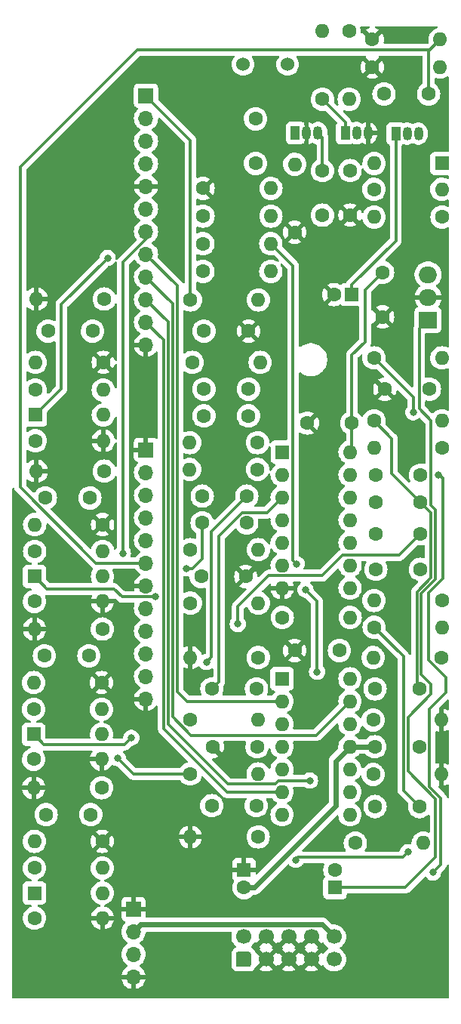
<source format=gbl>
G04 #@! TF.GenerationSoftware,KiCad,Pcbnew,8.0.6-8.0.6-0~ubuntu22.04.1*
G04 #@! TF.CreationDate,2025-02-02T12:48:23+01:00*
G04 #@! TF.ProjectId,Drumbox,4472756d-626f-4782-9e6b-696361645f70,rev?*
G04 #@! TF.SameCoordinates,Original*
G04 #@! TF.FileFunction,Copper,L2,Bot*
G04 #@! TF.FilePolarity,Positive*
%FSLAX46Y46*%
G04 Gerber Fmt 4.6, Leading zero omitted, Abs format (unit mm)*
G04 Created by KiCad (PCBNEW 8.0.6-8.0.6-0~ubuntu22.04.1) date 2025-02-02 12:48:23*
%MOMM*%
%LPD*%
G01*
G04 APERTURE LIST*
G04 #@! TA.AperFunction,ComponentPad*
%ADD10C,1.600000*%
G04 #@! TD*
G04 #@! TA.AperFunction,ComponentPad*
%ADD11O,1.600000X1.600000*%
G04 #@! TD*
G04 #@! TA.AperFunction,ComponentPad*
%ADD12C,1.524000*%
G04 #@! TD*
G04 #@! TA.AperFunction,ComponentPad*
%ADD13R,1.600000X1.600000*%
G04 #@! TD*
G04 #@! TA.AperFunction,ComponentPad*
%ADD14R,2.000000X1.905000*%
G04 #@! TD*
G04 #@! TA.AperFunction,ComponentPad*
%ADD15O,2.000000X1.905000*%
G04 #@! TD*
G04 #@! TA.AperFunction,ComponentPad*
%ADD16R,1.050000X1.500000*%
G04 #@! TD*
G04 #@! TA.AperFunction,ComponentPad*
%ADD17O,1.050000X1.500000*%
G04 #@! TD*
G04 #@! TA.AperFunction,ComponentPad*
%ADD18C,1.700000*%
G04 #@! TD*
G04 #@! TA.AperFunction,ComponentPad*
%ADD19R,1.700000X1.700000*%
G04 #@! TD*
G04 #@! TA.AperFunction,ComponentPad*
%ADD20O,1.700000X1.700000*%
G04 #@! TD*
G04 #@! TA.AperFunction,ViaPad*
%ADD21C,0.800000*%
G04 #@! TD*
G04 #@! TA.AperFunction,Conductor*
%ADD22C,0.300000*%
G04 #@! TD*
G04 #@! TA.AperFunction,Conductor*
%ADD23C,0.600000*%
G04 #@! TD*
G04 APERTURE END LIST*
D10*
X86500000Y-78800000D03*
X81500000Y-78800000D03*
X58510000Y-101900000D03*
D11*
X50890000Y-101900000D03*
D10*
X88990000Y-71500000D03*
D11*
X96610000Y-71500000D03*
D10*
X50890000Y-98800000D03*
D11*
X58510000Y-98800000D03*
D10*
X70800000Y-108600000D03*
X75800000Y-108600000D03*
X80100000Y-57420000D03*
D11*
X80100000Y-49800000D03*
D10*
X57200000Y-122700000D03*
X52200000Y-122700000D03*
X69900000Y-78000000D03*
X74900000Y-78000000D03*
D12*
X79300000Y-38600000D03*
X74300000Y-38600000D03*
D10*
X69790000Y-61800000D03*
D11*
X77410000Y-61800000D03*
D13*
X96620000Y-49700000D03*
D11*
X89000000Y-49700000D03*
D10*
X96620000Y-55700000D03*
D11*
X89000000Y-55700000D03*
D10*
X89200000Y-84650000D03*
X94200000Y-84650000D03*
X89955113Y-61900000D03*
X89955113Y-66900000D03*
X88800000Y-38900000D03*
D11*
X96420000Y-38900000D03*
D10*
X75990000Y-125200000D03*
D11*
X68370000Y-125200000D03*
D10*
X68390000Y-99000000D03*
D11*
X76010000Y-99000000D03*
D14*
X95045113Y-67240000D03*
D15*
X95045113Y-64700000D03*
X95045113Y-62160000D03*
D13*
X50890000Y-131500000D03*
D11*
X58510000Y-131500000D03*
D10*
X58510000Y-125700000D03*
D11*
X50890000Y-125700000D03*
D10*
X89000000Y-101700000D03*
D11*
X96620000Y-101700000D03*
D10*
X68360000Y-118150000D03*
D11*
X75980000Y-118150000D03*
D13*
X86500000Y-64400000D03*
D10*
X84500000Y-64400000D03*
X70780000Y-121700000D03*
X75780000Y-121700000D03*
X89200000Y-87700000D03*
X94200000Y-87700000D03*
X69600000Y-96000000D03*
X74600000Y-96000000D03*
X69710000Y-87000000D03*
X74710000Y-87000000D03*
X58410000Y-107900000D03*
D11*
X50790000Y-107900000D03*
D10*
X86300000Y-55500000D03*
X86300000Y-50500000D03*
X57000000Y-104900000D03*
X52000000Y-104900000D03*
X68390000Y-93000000D03*
D11*
X76010000Y-93000000D03*
D13*
X50990000Y-77900000D03*
D11*
X58610000Y-77900000D03*
D10*
X75870000Y-115100000D03*
X70870000Y-115100000D03*
X88800000Y-35800000D03*
D11*
X96420000Y-35800000D03*
D10*
X50790000Y-116500000D03*
D11*
X58410000Y-116500000D03*
D10*
X83200000Y-42500000D03*
D11*
X83200000Y-34880000D03*
D10*
X50890000Y-134300000D03*
D11*
X58510000Y-134300000D03*
D10*
X50990000Y-80800000D03*
D11*
X58610000Y-80800000D03*
D10*
X96610000Y-81600000D03*
D11*
X88990000Y-81600000D03*
D10*
X68590000Y-72000000D03*
D11*
X76210000Y-72000000D03*
D13*
X50900000Y-96000000D03*
D11*
X58520000Y-96000000D03*
D10*
X78690000Y-100600000D03*
D11*
X86310000Y-100600000D03*
D13*
X84600000Y-130900000D03*
D10*
X84600000Y-128900000D03*
X95110000Y-41900000D03*
X90110000Y-41900000D03*
X94100000Y-121800000D03*
X89100000Y-121800000D03*
X86890000Y-125900000D03*
D11*
X94510000Y-125900000D03*
D10*
X85100000Y-104300000D03*
X80100000Y-104300000D03*
X50910000Y-93200000D03*
D11*
X58530000Y-93200000D03*
D10*
X95200000Y-75000000D03*
X90200000Y-75000000D03*
X76000000Y-105100000D03*
D11*
X68380000Y-105100000D03*
D10*
X57400000Y-68500000D03*
X52400000Y-68500000D03*
X88890000Y-112100000D03*
D11*
X96510000Y-112100000D03*
D10*
X58610000Y-72000000D03*
D11*
X50990000Y-72000000D03*
D10*
X69800000Y-55600000D03*
D11*
X77420000Y-55600000D03*
D16*
X80160000Y-46300000D03*
D17*
X81430000Y-46300000D03*
X82700000Y-46300000D03*
D10*
X83200000Y-50500000D03*
X83200000Y-55500000D03*
D13*
X78670000Y-107475000D03*
D11*
X78670000Y-110015000D03*
X78670000Y-112555000D03*
X78670000Y-115095000D03*
X78670000Y-117635000D03*
X78670000Y-120175000D03*
X78670000Y-122715000D03*
X86290000Y-122715000D03*
X86290000Y-120175000D03*
X86290000Y-117635000D03*
X86290000Y-115095000D03*
X86290000Y-112555000D03*
X86290000Y-110015000D03*
X86290000Y-107475000D03*
D10*
X58530000Y-90200000D03*
D11*
X50910000Y-90200000D03*
D10*
X58710000Y-64900000D03*
D11*
X51090000Y-64900000D03*
D10*
X69900000Y-68500000D03*
X74900000Y-68500000D03*
G04 #@! TA.AperFunction,ComponentPad*
G36*
G01*
X74940000Y-139790000D02*
X73740000Y-139790000D01*
G75*
G02*
X73490000Y-139540000I0J250000D01*
G01*
X73490000Y-138340000D01*
G75*
G02*
X73740000Y-138090000I250000J0D01*
G01*
X74940000Y-138090000D01*
G75*
G02*
X75190000Y-138340000I0J-250000D01*
G01*
X75190000Y-139540000D01*
G75*
G02*
X74940000Y-139790000I-250000J0D01*
G01*
G37*
G04 #@! TD.AperFunction*
D18*
X74340000Y-136400000D03*
X76880000Y-138940000D03*
X76880000Y-136400000D03*
X79420000Y-138940000D03*
X79420000Y-136400000D03*
X81960000Y-138940000D03*
X81960000Y-136400000D03*
X84500000Y-138940000D03*
X84500000Y-136400000D03*
D10*
X69790000Y-58700000D03*
D11*
X77410000Y-58700000D03*
D10*
X74700000Y-90000000D03*
X69700000Y-90000000D03*
X88980000Y-78550000D03*
D11*
X96600000Y-78550000D03*
D10*
X58720000Y-84200000D03*
D11*
X51100000Y-84200000D03*
D10*
X58420000Y-119700000D03*
D11*
X50800000Y-119700000D03*
D10*
X89200000Y-95200000D03*
X94200000Y-95200000D03*
D13*
X50790000Y-113700000D03*
D11*
X58410000Y-113700000D03*
D16*
X91430000Y-46360000D03*
D17*
X92700000Y-46360000D03*
X93970000Y-46360000D03*
D10*
X50990000Y-75100000D03*
D11*
X58610000Y-75100000D03*
D10*
X75910000Y-81000000D03*
D11*
X68290000Y-81000000D03*
D10*
X94100000Y-108600000D03*
X89100000Y-108600000D03*
X75700000Y-44700000D03*
X75700000Y-49700000D03*
X96600000Y-98700000D03*
D11*
X88980000Y-98700000D03*
D10*
X57110000Y-87200000D03*
X52110000Y-87200000D03*
D13*
X74400000Y-128900000D03*
D10*
X74400000Y-130900000D03*
X94200000Y-91200000D03*
X89200000Y-91200000D03*
X68380000Y-112100000D03*
D11*
X76000000Y-112100000D03*
D10*
X75920000Y-84000000D03*
D11*
X68300000Y-84000000D03*
D16*
X85760000Y-46300000D03*
D17*
X87030000Y-46300000D03*
X88300000Y-46300000D03*
D10*
X86200000Y-34880000D03*
D11*
X86200000Y-42500000D03*
D10*
X96510000Y-105100000D03*
D11*
X88890000Y-105100000D03*
D10*
X50890000Y-128700000D03*
D11*
X58510000Y-128700000D03*
D10*
X88980000Y-52600000D03*
D11*
X96600000Y-52600000D03*
D10*
X50790000Y-110900000D03*
D11*
X58410000Y-110900000D03*
D10*
X88890000Y-118200000D03*
D11*
X96510000Y-118200000D03*
D10*
X69800000Y-52500000D03*
D11*
X77420000Y-52500000D03*
D10*
X74900000Y-75000000D03*
X69900000Y-75000000D03*
X68390000Y-65000000D03*
D11*
X76010000Y-65000000D03*
D10*
X94070000Y-115100000D03*
X89070000Y-115100000D03*
D13*
X78680000Y-82060000D03*
D11*
X78680000Y-84600000D03*
X78680000Y-87140000D03*
X78680000Y-89680000D03*
X78680000Y-92220000D03*
X78680000Y-94760000D03*
X78680000Y-97300000D03*
X86300000Y-97300000D03*
X86300000Y-94760000D03*
X86300000Y-92220000D03*
X86300000Y-89680000D03*
X86300000Y-87140000D03*
X86300000Y-84600000D03*
X86300000Y-82060000D03*
D19*
X63400000Y-81800000D03*
D20*
X63400000Y-84340000D03*
X63400000Y-86880000D03*
X63400000Y-89420000D03*
X63400000Y-91960000D03*
X63400000Y-94500000D03*
X63400000Y-97040000D03*
X63400000Y-99580000D03*
X63400000Y-102120000D03*
X63400000Y-104660000D03*
X63400000Y-107200000D03*
X63400000Y-109740000D03*
D19*
X62000000Y-133300000D03*
D20*
X62000000Y-135840000D03*
X62000000Y-138380000D03*
X62000000Y-140920000D03*
D19*
X63400000Y-42100000D03*
D20*
X63400000Y-44640000D03*
X63400000Y-47180000D03*
X63400000Y-49720000D03*
X63400000Y-52260000D03*
X63400000Y-54800000D03*
X63400000Y-57340000D03*
X63400000Y-59880000D03*
X63400000Y-62420000D03*
X63400000Y-64960000D03*
X63400000Y-67500000D03*
X63400000Y-70040000D03*
D21*
X73100000Y-107300000D03*
X90800000Y-111800000D03*
X74100000Y-123000000D03*
X79900000Y-131800000D03*
X86400000Y-68700000D03*
X88700000Y-132200000D03*
X73200000Y-123000000D03*
X86400000Y-67800000D03*
X87800000Y-132200000D03*
X93500000Y-58400000D03*
X68000000Y-67300000D03*
X89600000Y-132200000D03*
X83000000Y-86100000D03*
X67300000Y-51700000D03*
X67300000Y-52900000D03*
X90800000Y-112700000D03*
X94700000Y-133800000D03*
X90500000Y-132200000D03*
X64700000Y-128200000D03*
X86700000Y-59800000D03*
X74000000Y-107300000D03*
X79000000Y-131800000D03*
X90900000Y-109900000D03*
X85800000Y-59800000D03*
X90900000Y-117500000D03*
X94400000Y-58400000D03*
X83000000Y-85200000D03*
X63800000Y-128200000D03*
X68000000Y-69800000D03*
X90900000Y-118400000D03*
X94700000Y-132900000D03*
X64500000Y-98300000D03*
X67900000Y-95100000D03*
X73700000Y-101350000D03*
X61750000Y-114100000D03*
X80300000Y-94600000D03*
X82600000Y-106700000D03*
X81300000Y-97500000D03*
X95600000Y-129200000D03*
X96250000Y-84600000D03*
X60250000Y-116400000D03*
X80213603Y-127786397D03*
X60800000Y-93400000D03*
X92800000Y-126900000D03*
X81800000Y-118900000D03*
X59100000Y-60300000D03*
X70200000Y-105600000D03*
X93400000Y-77600000D03*
D22*
X95400000Y-109200000D02*
X92790000Y-111810000D01*
D23*
X83150000Y-135050000D02*
X62790000Y-135050000D01*
D22*
X95900000Y-127500000D02*
X92500000Y-130900000D01*
X92790000Y-117847106D02*
X95900000Y-120957106D01*
X86500000Y-64400000D02*
X86500000Y-63300000D01*
X95900000Y-96320279D02*
X94300000Y-97920279D01*
X95045113Y-67240000D02*
X94050000Y-68235113D01*
X94050000Y-77189339D02*
X95400000Y-78539339D01*
X94300000Y-97920279D02*
X94300000Y-107000000D01*
D23*
X62790000Y-135050000D02*
X62000000Y-135840000D01*
D22*
X92790000Y-111810000D02*
X92790000Y-117847106D01*
X94050000Y-68235113D02*
X94050000Y-77189339D01*
X95900000Y-88500000D02*
X95900000Y-96320279D01*
X95400000Y-108100000D02*
X95400000Y-109200000D01*
X86500000Y-63300000D02*
X91430000Y-58370000D01*
X91430000Y-58370000D02*
X91430000Y-46360000D01*
X92500000Y-130900000D02*
X84600000Y-130900000D01*
X95400000Y-88000000D02*
X95900000Y-88500000D01*
D23*
X84500000Y-136400000D02*
X83150000Y-135050000D01*
D22*
X95400000Y-78539339D02*
X95400000Y-88000000D01*
X95900000Y-120957106D02*
X95900000Y-127500000D01*
X94300000Y-107000000D02*
X95400000Y-108100000D01*
D23*
X89065000Y-115095000D02*
X89070000Y-115100000D01*
X75531370Y-130900000D02*
X84700000Y-121731370D01*
X84700000Y-116685000D02*
X86290000Y-115095000D01*
X74400000Y-130900000D02*
X75531370Y-130900000D01*
X84700000Y-121731370D02*
X84700000Y-116685000D01*
X86290000Y-115095000D02*
X89065000Y-115095000D01*
D22*
X69700000Y-90000000D02*
X69700000Y-94000000D01*
X60700000Y-98300000D02*
X59800000Y-97400000D01*
X67900000Y-95100000D02*
X68600000Y-95100000D01*
X52300000Y-97400000D02*
X50900000Y-96000000D01*
X60700000Y-98300000D02*
X64100000Y-98300000D01*
X59800000Y-97400000D02*
X52300000Y-97400000D01*
X68600000Y-95100000D02*
X69700000Y-94000000D01*
X64100000Y-98300000D02*
X64500000Y-98300000D01*
X83200000Y-46800000D02*
X82700000Y-46300000D01*
X83200000Y-50500000D02*
X83200000Y-46800000D01*
X51940000Y-114850000D02*
X50790000Y-113700000D01*
X73700000Y-101350000D02*
X73700000Y-99400000D01*
X61750000Y-114100000D02*
X61000000Y-114850000D01*
X83190000Y-95910000D02*
X85490000Y-93610000D01*
X85490000Y-93610000D02*
X91790000Y-93610000D01*
X73700000Y-99400000D02*
X77190000Y-95910000D01*
X77190000Y-95910000D02*
X83190000Y-95910000D01*
X91790000Y-93610000D02*
X94200000Y-91200000D01*
X61000000Y-114850000D02*
X51940000Y-114850000D01*
X85760000Y-46300000D02*
X85760000Y-45060000D01*
X85760000Y-45060000D02*
X83200000Y-42500000D01*
X77410000Y-58700000D02*
X79900000Y-61190000D01*
X82600000Y-98800000D02*
X81300000Y-97500000D01*
X79900000Y-94200000D02*
X80300000Y-94600000D01*
X79900000Y-61190000D02*
X79900000Y-94200000D01*
X82600000Y-106700000D02*
X82600000Y-98800000D01*
X88000000Y-69700000D02*
X86500000Y-71200000D01*
X86500000Y-71200000D02*
X86500000Y-78800000D01*
X86500000Y-78800000D02*
X86500000Y-81860000D01*
X89955113Y-61900000D02*
X88000000Y-63855113D01*
X88000000Y-63855113D02*
X88000000Y-69700000D01*
X86500000Y-81860000D02*
X86300000Y-82060000D01*
X96250000Y-84600000D02*
X96299984Y-84600000D01*
X95100000Y-97827386D02*
X95100000Y-105400000D01*
X96700000Y-96227386D02*
X95100000Y-97827386D01*
X97050000Y-107350000D02*
X97050000Y-109050000D01*
X96700000Y-85000016D02*
X96700000Y-96227386D01*
X97050000Y-109050000D02*
X95220000Y-110880000D01*
X96500000Y-128300000D02*
X95600000Y-129200000D01*
X96500000Y-120850000D02*
X96500000Y-128300000D01*
X95220000Y-119570000D02*
X96500000Y-120850000D01*
X96299984Y-84600000D02*
X96700000Y-85000016D01*
X95100000Y-105400000D02*
X97050000Y-107350000D01*
X95220000Y-110880000D02*
X95220000Y-119570000D01*
X63400000Y-57340000D02*
X63400000Y-58182943D01*
X92800000Y-126900000D02*
X92200000Y-127500000D01*
X63400000Y-58182943D02*
X60800000Y-60782943D01*
X62000000Y-118150000D02*
X68360000Y-118150000D01*
X60800000Y-60782943D02*
X60800000Y-93400000D01*
X80500000Y-127500000D02*
X80213603Y-127786397D01*
X92200000Y-127500000D02*
X80500000Y-127500000D01*
X60250000Y-116400000D02*
X62000000Y-118150000D01*
X95270000Y-36950000D02*
X62450000Y-36950000D01*
X57783654Y-94500000D02*
X63400000Y-94500000D01*
X49300000Y-86016346D02*
X57783654Y-94500000D01*
X95110000Y-41900000D02*
X95110000Y-37110000D01*
X96420000Y-35800000D02*
X95270000Y-36950000D01*
X95110000Y-37110000D02*
X96420000Y-35800000D01*
X49300000Y-50100000D02*
X49300000Y-86016346D01*
X62450000Y-36950000D02*
X49300000Y-50100000D01*
X68015000Y-110015000D02*
X66900000Y-108900000D01*
X66900000Y-108900000D02*
X66900000Y-63380000D01*
X78670000Y-110015000D02*
X68015000Y-110015000D01*
X66900000Y-63380000D02*
X63400000Y-59880000D01*
X66400000Y-65420000D02*
X66400000Y-111746346D01*
X82505000Y-113800000D02*
X86290000Y-110015000D01*
X63400000Y-62420000D02*
X66400000Y-65420000D01*
X66400000Y-111746346D02*
X68453654Y-113800000D01*
X68453654Y-113800000D02*
X82505000Y-113800000D01*
X65400000Y-69500000D02*
X65400000Y-113100000D01*
X72475000Y-120175000D02*
X78670000Y-120175000D01*
X63400000Y-67500000D02*
X65400000Y-69500000D01*
X65400000Y-113100000D02*
X72475000Y-120175000D01*
X78300000Y-118900000D02*
X80800000Y-118900000D01*
X63400000Y-64960000D02*
X65900000Y-67460000D01*
X72600000Y-119300000D02*
X77900000Y-119300000D01*
X65900000Y-112600000D02*
X66400000Y-113100000D01*
X77900000Y-119300000D02*
X78300000Y-118900000D01*
X80800000Y-118900000D02*
X81800000Y-118900000D01*
X65900000Y-67460000D02*
X65900000Y-94600000D01*
X66400000Y-113100000D02*
X72600000Y-119300000D01*
X65900000Y-94600000D02*
X65900000Y-112600000D01*
X53900000Y-74990000D02*
X50990000Y-77900000D01*
X59100000Y-60300000D02*
X53900000Y-65500000D01*
X53900000Y-65500000D02*
X53900000Y-74990000D01*
X71600000Y-107800000D02*
X70800000Y-108600000D01*
X74223654Y-88850000D02*
X71600000Y-91473654D01*
X78680000Y-87140000D02*
X76970000Y-88850000D01*
X71600000Y-91473654D02*
X71600000Y-107800000D01*
X76970000Y-88850000D02*
X74223654Y-88850000D01*
X74710000Y-87000000D02*
X70750000Y-90960000D01*
X70750000Y-90960000D02*
X70750000Y-105050000D01*
X70750000Y-105050000D02*
X70200000Y-105600000D01*
X92290000Y-104990000D02*
X92290000Y-119990000D01*
X89000000Y-101700000D02*
X92290000Y-104990000D01*
X92290000Y-119990000D02*
X94100000Y-121800000D01*
X94200000Y-87700000D02*
X91000000Y-84500000D01*
X93800000Y-97713173D02*
X95350000Y-96163173D01*
X91000000Y-80570000D02*
X88980000Y-78550000D01*
X94100000Y-108600000D02*
X93800000Y-108300000D01*
X95350000Y-88850000D02*
X94200000Y-87700000D01*
X95350000Y-96163173D02*
X95350000Y-88850000D01*
X91000000Y-84500000D02*
X91000000Y-80570000D01*
X93800000Y-108300000D02*
X93800000Y-97713173D01*
X63400000Y-42100000D02*
X68390000Y-47090000D01*
X68390000Y-47090000D02*
X68390000Y-65000000D01*
X93400000Y-75910000D02*
X88990000Y-71500000D01*
X93400000Y-77600000D02*
X93400000Y-75910000D01*
G04 #@! TA.AperFunction,Conductor*
G36*
X78954075Y-136592993D02*
G01*
X79019901Y-136707007D01*
X79112993Y-136800099D01*
X79227007Y-136865925D01*
X79295051Y-136884157D01*
X78654310Y-137524898D01*
X78674694Y-137540763D01*
X78674696Y-137540765D01*
X78708733Y-137559185D01*
X78759123Y-137609199D01*
X78774475Y-137678516D01*
X78749914Y-137745129D01*
X78708735Y-137780811D01*
X78674702Y-137799229D01*
X78654310Y-137815099D01*
X78654310Y-137815101D01*
X79295051Y-138455842D01*
X79227007Y-138474075D01*
X79112993Y-138539901D01*
X79019901Y-138632993D01*
X78954075Y-138747007D01*
X78935841Y-138815052D01*
X78296921Y-138176132D01*
X78255482Y-138239560D01*
X78201478Y-138285648D01*
X78131130Y-138295223D01*
X78066773Y-138265245D01*
X78044516Y-138239560D01*
X78003076Y-138176132D01*
X77364157Y-138815051D01*
X77345925Y-138747007D01*
X77280099Y-138632993D01*
X77187007Y-138539901D01*
X77072993Y-138474075D01*
X77004947Y-138455841D01*
X77645689Y-137815100D01*
X77645688Y-137815099D01*
X77625306Y-137799235D01*
X77625299Y-137799230D01*
X77591265Y-137780812D01*
X77540876Y-137730798D01*
X77525524Y-137661481D01*
X77550086Y-137594869D01*
X77591269Y-137559184D01*
X77625299Y-137540768D01*
X77625302Y-137540766D01*
X77645689Y-137524898D01*
X77004948Y-136884157D01*
X77072993Y-136865925D01*
X77187007Y-136800099D01*
X77280099Y-136707007D01*
X77345925Y-136592993D01*
X77364158Y-136524947D01*
X78003076Y-137163866D01*
X78044516Y-137100440D01*
X78098520Y-137054352D01*
X78168868Y-137044777D01*
X78233225Y-137074755D01*
X78255481Y-137100439D01*
X78296921Y-137163866D01*
X78296923Y-137163866D01*
X78935841Y-136524947D01*
X78954075Y-136592993D01*
G37*
G04 #@! TD.AperFunction*
G04 #@! TA.AperFunction,Conductor*
G36*
X81494075Y-136592993D02*
G01*
X81559901Y-136707007D01*
X81652993Y-136800099D01*
X81767007Y-136865925D01*
X81835051Y-136884157D01*
X81194310Y-137524898D01*
X81214694Y-137540763D01*
X81214696Y-137540765D01*
X81248733Y-137559185D01*
X81299123Y-137609199D01*
X81314475Y-137678516D01*
X81289914Y-137745129D01*
X81248735Y-137780811D01*
X81214702Y-137799229D01*
X81194310Y-137815099D01*
X81194310Y-137815101D01*
X81835051Y-138455842D01*
X81767007Y-138474075D01*
X81652993Y-138539901D01*
X81559901Y-138632993D01*
X81494075Y-138747007D01*
X81475841Y-138815052D01*
X80836921Y-138176132D01*
X80795482Y-138239560D01*
X80741478Y-138285648D01*
X80671130Y-138295223D01*
X80606773Y-138265245D01*
X80584516Y-138239560D01*
X80543076Y-138176132D01*
X79904157Y-138815051D01*
X79885925Y-138747007D01*
X79820099Y-138632993D01*
X79727007Y-138539901D01*
X79612993Y-138474075D01*
X79544947Y-138455841D01*
X80185689Y-137815100D01*
X80185688Y-137815099D01*
X80165306Y-137799235D01*
X80165299Y-137799230D01*
X80131265Y-137780812D01*
X80080876Y-137730798D01*
X80065524Y-137661481D01*
X80090086Y-137594869D01*
X80131269Y-137559184D01*
X80165299Y-137540768D01*
X80165302Y-137540766D01*
X80185689Y-137524898D01*
X79544948Y-136884157D01*
X79612993Y-136865925D01*
X79727007Y-136800099D01*
X79820099Y-136707007D01*
X79885925Y-136592993D01*
X79904158Y-136524947D01*
X80543076Y-137163866D01*
X80584516Y-137100440D01*
X80638520Y-137054352D01*
X80708868Y-137044777D01*
X80773225Y-137074755D01*
X80795481Y-137100439D01*
X80836921Y-137163866D01*
X80836923Y-137163866D01*
X81475841Y-136524947D01*
X81494075Y-136592993D01*
G37*
G04 #@! TD.AperFunction*
G04 #@! TA.AperFunction,Conductor*
G36*
X76414075Y-136592993D02*
G01*
X76479901Y-136707007D01*
X76572993Y-136800099D01*
X76687007Y-136865925D01*
X76755051Y-136884157D01*
X76114310Y-137524898D01*
X76134694Y-137540763D01*
X76134696Y-137540765D01*
X76168733Y-137559185D01*
X76219123Y-137609199D01*
X76234475Y-137678516D01*
X76209914Y-137745129D01*
X76168735Y-137780811D01*
X76134702Y-137799229D01*
X76114310Y-137815099D01*
X76114310Y-137815101D01*
X76755051Y-138455842D01*
X76687007Y-138474075D01*
X76572993Y-138539901D01*
X76479901Y-138632993D01*
X76414075Y-138747007D01*
X76395842Y-138815051D01*
X75745984Y-138165193D01*
X75718075Y-138160049D01*
X75666297Y-138111474D01*
X75655297Y-138087223D01*
X75632115Y-138017262D01*
X75539030Y-137866348D01*
X75539029Y-137866347D01*
X75539024Y-137866341D01*
X75413658Y-137740975D01*
X75413652Y-137740970D01*
X75397167Y-137730802D01*
X75262738Y-137647885D01*
X75262734Y-137647883D01*
X75262733Y-137647883D01*
X75256086Y-137644783D01*
X75257055Y-137642704D01*
X75207819Y-137608611D01*
X75180567Y-137543053D01*
X75193085Y-137473168D01*
X75228438Y-137429994D01*
X75263235Y-137402910D01*
X75263237Y-137402908D01*
X75263240Y-137402906D01*
X75415722Y-137237268D01*
X75504816Y-137100898D01*
X75558819Y-137054810D01*
X75629167Y-137045235D01*
X75693524Y-137075212D01*
X75715782Y-137100898D01*
X75756921Y-137163866D01*
X75756923Y-137163866D01*
X76395841Y-136524947D01*
X76414075Y-136592993D01*
G37*
G04 #@! TD.AperFunction*
G04 #@! TA.AperFunction,Conductor*
G36*
X83083077Y-137163866D02*
G01*
X83124218Y-137100898D01*
X83178222Y-137054810D01*
X83248570Y-137045235D01*
X83312927Y-137075213D01*
X83335183Y-137100898D01*
X83424279Y-137237270D01*
X83576762Y-137402908D01*
X83631331Y-137445381D01*
X83754424Y-137541189D01*
X83787676Y-137559184D01*
X83787680Y-137559186D01*
X83838071Y-137609200D01*
X83853423Y-137678516D01*
X83828862Y-137745129D01*
X83787680Y-137780813D01*
X83754426Y-137798810D01*
X83754424Y-137798811D01*
X83576762Y-137937091D01*
X83424279Y-138102729D01*
X83335183Y-138239102D01*
X83281179Y-138285190D01*
X83210831Y-138294765D01*
X83146474Y-138264788D01*
X83124218Y-138239102D01*
X83083076Y-138176132D01*
X82444157Y-138815051D01*
X82425925Y-138747007D01*
X82360099Y-138632993D01*
X82267007Y-138539901D01*
X82152993Y-138474075D01*
X82084947Y-138455841D01*
X82725689Y-137815100D01*
X82725688Y-137815099D01*
X82705306Y-137799235D01*
X82705299Y-137799230D01*
X82671265Y-137780812D01*
X82620876Y-137730798D01*
X82605524Y-137661481D01*
X82630086Y-137594869D01*
X82671269Y-137559184D01*
X82705299Y-137540768D01*
X82705302Y-137540766D01*
X82725689Y-137524898D01*
X82084948Y-136884157D01*
X82152993Y-136865925D01*
X82267007Y-136800099D01*
X82360099Y-136707007D01*
X82425925Y-136592993D01*
X82444158Y-136524947D01*
X83083077Y-137163866D01*
G37*
G04 #@! TD.AperFunction*
G04 #@! TA.AperFunction,Conductor*
G36*
X48609012Y-86053690D02*
G01*
X48647396Y-86113416D01*
X48650079Y-86124332D01*
X48666806Y-86208423D01*
X48716445Y-86328263D01*
X48788509Y-86436115D01*
X48788513Y-86436119D01*
X51025642Y-88673248D01*
X51059668Y-88735560D01*
X51054603Y-88806375D01*
X51012056Y-88863211D01*
X50945536Y-88888022D01*
X50925567Y-88887864D01*
X50915738Y-88887004D01*
X50910001Y-88886502D01*
X50910000Y-88886502D01*
X50681913Y-88906457D01*
X50460759Y-88965715D01*
X50460753Y-88965717D01*
X50253250Y-89062477D01*
X50065703Y-89193799D01*
X50065697Y-89193804D01*
X49903804Y-89355697D01*
X49903799Y-89355703D01*
X49772477Y-89543250D01*
X49675717Y-89750753D01*
X49675715Y-89750759D01*
X49616457Y-89971913D01*
X49596502Y-90200000D01*
X49616457Y-90428086D01*
X49675715Y-90649240D01*
X49675717Y-90649246D01*
X49772477Y-90856749D01*
X49884881Y-91017279D01*
X49903802Y-91044300D01*
X50065700Y-91206198D01*
X50253251Y-91337523D01*
X50460757Y-91434284D01*
X50681913Y-91493543D01*
X50910000Y-91513498D01*
X51138087Y-91493543D01*
X51359243Y-91434284D01*
X51566749Y-91337523D01*
X51754300Y-91206198D01*
X51916198Y-91044300D01*
X52047523Y-90856749D01*
X52144284Y-90649243D01*
X52203543Y-90428087D01*
X52223498Y-90200000D01*
X52222136Y-90184435D01*
X52236123Y-90114832D01*
X52285520Y-90063838D01*
X52354646Y-90047646D01*
X52421552Y-90071396D01*
X52436751Y-90084357D01*
X57363885Y-95011491D01*
X57427734Y-95054153D01*
X57473260Y-95108628D01*
X57482109Y-95179072D01*
X57460944Y-95231188D01*
X57382477Y-95343250D01*
X57285717Y-95550753D01*
X57285715Y-95550759D01*
X57247025Y-95695153D01*
X57226457Y-95771913D01*
X57206502Y-96000000D01*
X57226457Y-96228087D01*
X57259615Y-96351833D01*
X57285715Y-96449240D01*
X57285717Y-96449246D01*
X57288727Y-96455700D01*
X57329525Y-96543193D01*
X57338412Y-96562250D01*
X57349073Y-96632442D01*
X57320093Y-96697254D01*
X57260673Y-96736111D01*
X57224217Y-96741500D01*
X52624950Y-96741500D01*
X52556829Y-96721498D01*
X52535855Y-96704595D01*
X52245405Y-96414145D01*
X52211379Y-96351833D01*
X52208500Y-96325050D01*
X52208500Y-95151367D01*
X52208499Y-95151350D01*
X52201990Y-95090803D01*
X52201988Y-95090795D01*
X52163679Y-94988087D01*
X52150889Y-94953796D01*
X52150888Y-94953794D01*
X52150887Y-94953792D01*
X52063261Y-94836738D01*
X51946207Y-94749112D01*
X51946202Y-94749110D01*
X51809204Y-94698011D01*
X51809196Y-94698009D01*
X51748649Y-94691500D01*
X51748638Y-94691500D01*
X51356365Y-94691500D01*
X51288244Y-94671498D01*
X51241751Y-94617842D01*
X51231647Y-94547568D01*
X51261141Y-94482988D01*
X51320867Y-94444604D01*
X51323729Y-94443799D01*
X51359243Y-94434284D01*
X51566749Y-94337523D01*
X51754300Y-94206198D01*
X51916198Y-94044300D01*
X52047523Y-93856749D01*
X52144284Y-93649243D01*
X52203543Y-93428087D01*
X52223498Y-93200000D01*
X52203543Y-92971913D01*
X52144284Y-92750757D01*
X52047523Y-92543251D01*
X51916198Y-92355700D01*
X51754300Y-92193802D01*
X51566749Y-92062477D01*
X51527768Y-92044300D01*
X51359246Y-91965717D01*
X51359240Y-91965715D01*
X51265771Y-91940670D01*
X51138087Y-91906457D01*
X50910000Y-91886502D01*
X50681913Y-91906457D01*
X50460759Y-91965715D01*
X50460753Y-91965717D01*
X50253250Y-92062477D01*
X50065703Y-92193799D01*
X50065697Y-92193804D01*
X49903804Y-92355697D01*
X49903799Y-92355703D01*
X49772477Y-92543250D01*
X49675717Y-92750753D01*
X49675715Y-92750759D01*
X49639221Y-92886957D01*
X49616457Y-92971913D01*
X49596502Y-93200000D01*
X49610283Y-93357523D01*
X49616457Y-93428086D01*
X49675715Y-93649240D01*
X49675717Y-93649246D01*
X49772477Y-93856749D01*
X49877122Y-94006198D01*
X49903802Y-94044300D01*
X50065700Y-94206198D01*
X50253251Y-94337523D01*
X50460757Y-94434284D01*
X50496246Y-94443793D01*
X50556869Y-94480745D01*
X50587890Y-94544605D01*
X50579462Y-94615100D01*
X50534259Y-94669847D01*
X50466634Y-94691464D01*
X50463635Y-94691500D01*
X50051350Y-94691500D01*
X49990803Y-94698009D01*
X49990795Y-94698011D01*
X49853797Y-94749110D01*
X49853792Y-94749112D01*
X49736738Y-94836738D01*
X49649112Y-94953792D01*
X49649110Y-94953797D01*
X49598011Y-95090795D01*
X49598009Y-95090803D01*
X49591500Y-95151350D01*
X49591500Y-96848649D01*
X49598009Y-96909196D01*
X49598011Y-96909204D01*
X49649110Y-97046202D01*
X49649112Y-97046207D01*
X49736738Y-97163261D01*
X49853792Y-97250887D01*
X49853794Y-97250888D01*
X49853796Y-97250889D01*
X49892865Y-97265461D01*
X49990795Y-97301988D01*
X49990803Y-97301990D01*
X50051350Y-97308499D01*
X50051355Y-97308499D01*
X50051362Y-97308500D01*
X50443635Y-97308500D01*
X50511756Y-97328502D01*
X50558249Y-97382158D01*
X50568353Y-97452432D01*
X50538859Y-97517012D01*
X50479133Y-97555396D01*
X50476270Y-97556200D01*
X50465507Y-97559084D01*
X50440758Y-97565715D01*
X50440753Y-97565717D01*
X50233250Y-97662477D01*
X50045703Y-97793799D01*
X50045697Y-97793804D01*
X49883804Y-97955697D01*
X49883799Y-97955703D01*
X49752477Y-98143250D01*
X49655717Y-98350753D01*
X49655715Y-98350759D01*
X49617228Y-98494394D01*
X49596457Y-98571913D01*
X49576502Y-98800000D01*
X49596457Y-99028087D01*
X49608427Y-99072760D01*
X49655715Y-99249240D01*
X49655717Y-99249246D01*
X49752477Y-99456749D01*
X49838778Y-99580000D01*
X49883802Y-99644300D01*
X50045700Y-99806198D01*
X50233251Y-99937523D01*
X50440757Y-100034284D01*
X50661913Y-100093543D01*
X50890000Y-100113498D01*
X51118087Y-100093543D01*
X51339243Y-100034284D01*
X51546749Y-99937523D01*
X51734300Y-99806198D01*
X51896198Y-99644300D01*
X52027523Y-99456749D01*
X52124284Y-99249243D01*
X52183543Y-99028087D01*
X52203498Y-98800000D01*
X52183543Y-98571913D01*
X52124284Y-98350757D01*
X52067809Y-98229646D01*
X52057149Y-98159458D01*
X52086129Y-98094645D01*
X52145548Y-98055788D01*
X52206587Y-98052820D01*
X52221509Y-98055788D01*
X52235143Y-98058500D01*
X57214768Y-98058500D01*
X57282889Y-98078502D01*
X57329382Y-98132158D01*
X57339486Y-98202432D01*
X57328963Y-98237750D01*
X57276188Y-98350925D01*
X57276186Y-98350931D01*
X57223917Y-98546000D01*
X58198314Y-98546000D01*
X58189920Y-98554394D01*
X58137259Y-98645606D01*
X58110000Y-98747339D01*
X58110000Y-98852661D01*
X58137259Y-98954394D01*
X58189920Y-99045606D01*
X58198314Y-99054000D01*
X57223918Y-99054000D01*
X57276186Y-99249068D01*
X57276188Y-99249073D01*
X57372912Y-99456498D01*
X57504184Y-99643974D01*
X57504189Y-99643980D01*
X57666019Y-99805810D01*
X57666025Y-99805815D01*
X57853501Y-99937087D01*
X58060926Y-100033811D01*
X58060931Y-100033813D01*
X58256000Y-100086081D01*
X58256000Y-99111686D01*
X58264394Y-99120080D01*
X58355606Y-99172741D01*
X58457339Y-99200000D01*
X58562661Y-99200000D01*
X58664394Y-99172741D01*
X58755606Y-99120080D01*
X58764000Y-99111686D01*
X58764000Y-100086081D01*
X58959068Y-100033813D01*
X58959073Y-100033811D01*
X59166498Y-99937087D01*
X59353974Y-99805815D01*
X59353980Y-99805810D01*
X59515810Y-99643980D01*
X59515815Y-99643974D01*
X59647087Y-99456498D01*
X59743811Y-99249073D01*
X59743813Y-99249068D01*
X59796082Y-99054000D01*
X58821686Y-99054000D01*
X58830080Y-99045606D01*
X58882741Y-98954394D01*
X58910000Y-98852661D01*
X58910000Y-98747339D01*
X58882741Y-98645606D01*
X58830080Y-98554394D01*
X58821686Y-98546000D01*
X59796081Y-98546000D01*
X59803553Y-98536262D01*
X59860890Y-98494394D01*
X59931761Y-98490172D01*
X59992610Y-98523869D01*
X60188510Y-98719769D01*
X60280231Y-98811490D01*
X60388083Y-98883555D01*
X60507923Y-98933194D01*
X60635143Y-98958500D01*
X61996312Y-98958500D01*
X62064433Y-98978502D01*
X62110926Y-99032158D01*
X62121030Y-99102432D01*
X62111702Y-99135109D01*
X62110703Y-99137386D01*
X62110702Y-99137387D01*
X62055437Y-99355624D01*
X62055436Y-99355630D01*
X62055436Y-99355632D01*
X62036844Y-99580000D01*
X62051403Y-99755703D01*
X62055437Y-99804375D01*
X62110702Y-100022612D01*
X62110703Y-100022613D01*
X62110704Y-100022616D01*
X62166912Y-100150759D01*
X62201141Y-100228793D01*
X62324275Y-100417265D01*
X62324279Y-100417270D01*
X62476762Y-100582908D01*
X62481380Y-100586502D01*
X62654424Y-100721189D01*
X62687680Y-100739186D01*
X62738071Y-100789200D01*
X62753423Y-100858516D01*
X62728862Y-100925129D01*
X62687680Y-100960813D01*
X62654426Y-100978810D01*
X62654424Y-100978811D01*
X62476762Y-101117091D01*
X62324279Y-101282729D01*
X62324275Y-101282734D01*
X62201141Y-101471206D01*
X62110703Y-101677386D01*
X62110702Y-101677387D01*
X62055437Y-101895624D01*
X62055436Y-101895630D01*
X62055436Y-101895632D01*
X62036844Y-102120000D01*
X62051759Y-102300000D01*
X62055437Y-102344375D01*
X62110702Y-102562612D01*
X62110703Y-102562613D01*
X62110704Y-102562616D01*
X62173685Y-102706200D01*
X62201141Y-102768793D01*
X62324275Y-102957265D01*
X62324279Y-102957270D01*
X62476762Y-103122908D01*
X62491378Y-103134284D01*
X62654424Y-103261189D01*
X62687680Y-103279186D01*
X62738071Y-103329200D01*
X62753423Y-103398516D01*
X62728862Y-103465129D01*
X62687680Y-103500813D01*
X62654426Y-103518810D01*
X62654424Y-103518811D01*
X62476762Y-103657091D01*
X62324279Y-103822729D01*
X62324275Y-103822734D01*
X62201141Y-104011206D01*
X62110703Y-104217386D01*
X62110702Y-104217387D01*
X62055437Y-104435624D01*
X62055436Y-104435630D01*
X62055436Y-104435632D01*
X62036844Y-104660000D01*
X62052952Y-104854394D01*
X62055437Y-104884375D01*
X62110702Y-105102612D01*
X62110703Y-105102613D01*
X62110704Y-105102616D01*
X62201140Y-105308791D01*
X62201141Y-105308793D01*
X62324275Y-105497265D01*
X62324279Y-105497270D01*
X62476762Y-105662908D01*
X62531331Y-105705381D01*
X62654424Y-105801189D01*
X62687680Y-105819186D01*
X62738071Y-105869200D01*
X62753423Y-105938516D01*
X62728862Y-106005129D01*
X62687680Y-106040813D01*
X62654426Y-106058810D01*
X62654424Y-106058811D01*
X62476762Y-106197091D01*
X62324279Y-106362729D01*
X62324275Y-106362734D01*
X62201141Y-106551206D01*
X62110703Y-106757386D01*
X62110702Y-106757387D01*
X62055437Y-106975624D01*
X62055436Y-106975630D01*
X62055436Y-106975632D01*
X62036844Y-107200000D01*
X62051665Y-107378864D01*
X62055437Y-107424375D01*
X62110702Y-107642612D01*
X62110703Y-107642613D01*
X62110704Y-107642616D01*
X62137229Y-107703087D01*
X62201141Y-107848793D01*
X62324275Y-108037265D01*
X62324279Y-108037270D01*
X62476762Y-108202908D01*
X62498416Y-108219762D01*
X62654424Y-108341189D01*
X62688205Y-108359470D01*
X62738596Y-108409482D01*
X62753949Y-108478799D01*
X62729389Y-108545412D01*
X62688209Y-108581096D01*
X62654704Y-108599228D01*
X62654698Y-108599232D01*
X62477097Y-108737465D01*
X62324674Y-108903041D01*
X62201580Y-109091451D01*
X62111179Y-109297543D01*
X62111176Y-109297550D01*
X62063455Y-109485999D01*
X62063456Y-109486000D01*
X62969297Y-109486000D01*
X62934075Y-109547007D01*
X62900000Y-109674174D01*
X62900000Y-109805826D01*
X62934075Y-109932993D01*
X62969297Y-109994000D01*
X62063455Y-109994000D01*
X62111176Y-110182449D01*
X62111179Y-110182456D01*
X62201580Y-110388548D01*
X62324674Y-110576958D01*
X62477097Y-110742534D01*
X62654698Y-110880767D01*
X62654699Y-110880768D01*
X62852628Y-110987882D01*
X62852630Y-110987883D01*
X63065483Y-111060955D01*
X63065492Y-111060957D01*
X63146000Y-111074391D01*
X63146000Y-110170702D01*
X63207007Y-110205925D01*
X63334174Y-110240000D01*
X63465826Y-110240000D01*
X63592993Y-110205925D01*
X63654000Y-110170702D01*
X63654000Y-111074390D01*
X63734507Y-111060957D01*
X63734516Y-111060955D01*
X63947369Y-110987883D01*
X63947371Y-110987882D01*
X64145300Y-110880768D01*
X64145301Y-110880767D01*
X64322902Y-110742534D01*
X64475327Y-110576955D01*
X64510017Y-110523859D01*
X64564020Y-110477771D01*
X64634368Y-110468195D01*
X64698725Y-110498172D01*
X64736659Y-110558185D01*
X64741500Y-110592774D01*
X64741500Y-113164860D01*
X64766806Y-113292077D01*
X64766807Y-113292080D01*
X64805743Y-113386081D01*
X64816445Y-113411917D01*
X64888509Y-113519769D01*
X64888513Y-113519773D01*
X68051166Y-116682426D01*
X68085192Y-116744738D01*
X68080127Y-116815553D01*
X68037580Y-116872389D01*
X67994683Y-116893227D01*
X67910767Y-116915712D01*
X67910753Y-116915717D01*
X67703250Y-117012477D01*
X67515703Y-117143799D01*
X67515697Y-117143804D01*
X67353804Y-117305697D01*
X67353799Y-117305703D01*
X67290863Y-117395585D01*
X67275323Y-117417780D01*
X67261325Y-117437771D01*
X67205868Y-117482099D01*
X67158112Y-117491500D01*
X62324950Y-117491500D01*
X62256829Y-117471498D01*
X62235855Y-117454595D01*
X61192969Y-116411709D01*
X61158943Y-116349397D01*
X61156754Y-116335784D01*
X61156596Y-116334284D01*
X61143542Y-116210072D01*
X61084527Y-116028444D01*
X60989040Y-115863056D01*
X60888819Y-115751749D01*
X60859161Y-115718810D01*
X60828444Y-115654802D01*
X60837209Y-115584349D01*
X60882672Y-115529818D01*
X60950400Y-115508523D01*
X60952798Y-115508500D01*
X61064857Y-115508500D01*
X61192077Y-115483194D01*
X61311917Y-115433555D01*
X61419769Y-115361491D01*
X61735855Y-115045405D01*
X61798167Y-115011379D01*
X61824950Y-115008500D01*
X61845487Y-115008500D01*
X62032288Y-114968794D01*
X62206752Y-114891118D01*
X62361253Y-114778866D01*
X62432264Y-114700000D01*
X62489034Y-114636951D01*
X62489035Y-114636949D01*
X62489040Y-114636944D01*
X62584527Y-114471556D01*
X62643542Y-114289928D01*
X62663504Y-114100000D01*
X62643542Y-113910072D01*
X62584527Y-113728444D01*
X62489040Y-113563056D01*
X62489038Y-113563054D01*
X62489034Y-113563048D01*
X62361255Y-113421135D01*
X62206752Y-113308882D01*
X62032288Y-113231206D01*
X61845487Y-113191500D01*
X61654513Y-113191500D01*
X61467711Y-113231206D01*
X61293247Y-113308882D01*
X61138744Y-113421135D01*
X61010965Y-113563048D01*
X61010958Y-113563058D01*
X60915476Y-113728438D01*
X60915473Y-113728445D01*
X60870255Y-113867611D01*
X60856458Y-113910072D01*
X60850950Y-113962477D01*
X60843245Y-114035784D01*
X60816231Y-114101441D01*
X60807031Y-114111707D01*
X60764145Y-114154594D01*
X60701834Y-114188620D01*
X60675049Y-114191500D01*
X59797168Y-114191500D01*
X59729047Y-114171498D01*
X59682554Y-114117842D01*
X59672450Y-114047568D01*
X59675461Y-114032889D01*
X59703543Y-113928087D01*
X59723498Y-113700000D01*
X59703543Y-113471913D01*
X59644284Y-113250757D01*
X59547523Y-113043251D01*
X59416198Y-112855700D01*
X59254300Y-112693802D01*
X59066749Y-112562477D01*
X59038375Y-112549246D01*
X58859246Y-112465717D01*
X58859240Y-112465715D01*
X58797276Y-112449112D01*
X58694996Y-112421705D01*
X58634375Y-112384755D01*
X58603354Y-112320895D01*
X58611782Y-112250400D01*
X58656985Y-112195653D01*
X58694994Y-112178294D01*
X58859243Y-112134284D01*
X59066749Y-112037523D01*
X59254300Y-111906198D01*
X59416198Y-111744300D01*
X59547523Y-111556749D01*
X59644284Y-111349243D01*
X59703543Y-111128087D01*
X59723498Y-110900000D01*
X59703543Y-110671913D01*
X59644284Y-110450757D01*
X59547523Y-110243251D01*
X59416198Y-110055700D01*
X59254300Y-109893802D01*
X59224740Y-109873104D01*
X59066749Y-109762477D01*
X58859246Y-109665717D01*
X58859240Y-109665715D01*
X58732518Y-109631760D01*
X58638087Y-109606457D01*
X58410000Y-109586502D01*
X58181913Y-109606457D01*
X57960759Y-109665715D01*
X57960753Y-109665717D01*
X57753250Y-109762477D01*
X57565703Y-109893799D01*
X57565697Y-109893804D01*
X57403804Y-110055697D01*
X57403799Y-110055703D01*
X57272477Y-110243250D01*
X57175717Y-110450753D01*
X57175715Y-110450759D01*
X57121478Y-110653176D01*
X57116457Y-110671913D01*
X57096502Y-110900000D01*
X57116457Y-111128087D01*
X57131668Y-111184854D01*
X57175715Y-111349240D01*
X57175717Y-111349246D01*
X57272477Y-111556749D01*
X57380280Y-111710708D01*
X57403802Y-111744300D01*
X57565700Y-111906198D01*
X57753251Y-112037523D01*
X57960757Y-112134284D01*
X58125002Y-112178293D01*
X58185624Y-112215245D01*
X58216645Y-112279105D01*
X58208217Y-112349600D01*
X58163014Y-112404347D01*
X58125002Y-112421706D01*
X58054681Y-112440549D01*
X57960759Y-112465715D01*
X57960753Y-112465717D01*
X57753250Y-112562477D01*
X57565703Y-112693799D01*
X57565697Y-112693804D01*
X57403804Y-112855697D01*
X57403799Y-112855703D01*
X57272477Y-113043250D01*
X57175717Y-113250753D01*
X57175715Y-113250759D01*
X57137456Y-113393543D01*
X57116457Y-113471913D01*
X57096502Y-113700000D01*
X57116457Y-113928087D01*
X57144539Y-114032889D01*
X57142849Y-114103866D01*
X57103055Y-114162661D01*
X57037790Y-114190609D01*
X57022832Y-114191500D01*
X52264950Y-114191500D01*
X52196829Y-114171498D01*
X52175855Y-114154595D01*
X52135405Y-114114145D01*
X52101379Y-114051833D01*
X52098500Y-114025050D01*
X52098500Y-112851367D01*
X52098499Y-112851350D01*
X52091990Y-112790803D01*
X52091988Y-112790795D01*
X52055811Y-112693804D01*
X52040889Y-112653796D01*
X52040888Y-112653794D01*
X52040887Y-112653792D01*
X51953261Y-112536738D01*
X51836207Y-112449112D01*
X51836202Y-112449110D01*
X51699204Y-112398011D01*
X51699196Y-112398009D01*
X51638649Y-112391500D01*
X51638638Y-112391500D01*
X51236365Y-112391500D01*
X51168244Y-112371498D01*
X51121751Y-112317842D01*
X51111647Y-112247568D01*
X51141141Y-112182988D01*
X51200867Y-112144604D01*
X51203729Y-112143799D01*
X51239243Y-112134284D01*
X51446749Y-112037523D01*
X51634300Y-111906198D01*
X51796198Y-111744300D01*
X51927523Y-111556749D01*
X52024284Y-111349243D01*
X52083543Y-111128087D01*
X52103498Y-110900000D01*
X52083543Y-110671913D01*
X52024284Y-110450757D01*
X51927523Y-110243251D01*
X51796198Y-110055700D01*
X51634300Y-109893802D01*
X51604740Y-109873104D01*
X51446749Y-109762477D01*
X51239246Y-109665717D01*
X51239240Y-109665715D01*
X51112518Y-109631760D01*
X51018087Y-109606457D01*
X50790000Y-109586502D01*
X50561913Y-109606457D01*
X50340759Y-109665715D01*
X50340753Y-109665717D01*
X50133250Y-109762477D01*
X49945703Y-109893799D01*
X49945697Y-109893804D01*
X49783804Y-110055697D01*
X49783799Y-110055703D01*
X49652477Y-110243250D01*
X49555717Y-110450753D01*
X49555715Y-110450759D01*
X49501478Y-110653176D01*
X49496457Y-110671913D01*
X49476502Y-110900000D01*
X49496457Y-111128087D01*
X49511668Y-111184854D01*
X49555715Y-111349240D01*
X49555717Y-111349246D01*
X49652477Y-111556749D01*
X49760280Y-111710708D01*
X49783802Y-111744300D01*
X49945700Y-111906198D01*
X50133251Y-112037523D01*
X50340757Y-112134284D01*
X50376246Y-112143793D01*
X50436869Y-112180745D01*
X50467890Y-112244605D01*
X50459462Y-112315100D01*
X50414259Y-112369847D01*
X50346634Y-112391464D01*
X50343635Y-112391500D01*
X49941350Y-112391500D01*
X49880803Y-112398009D01*
X49880795Y-112398011D01*
X49743797Y-112449110D01*
X49743792Y-112449112D01*
X49626738Y-112536738D01*
X49539112Y-112653792D01*
X49539110Y-112653797D01*
X49488011Y-112790795D01*
X49488009Y-112790803D01*
X49481500Y-112851350D01*
X49481500Y-114548649D01*
X49488009Y-114609196D01*
X49488011Y-114609204D01*
X49539110Y-114746202D01*
X49539112Y-114746207D01*
X49626738Y-114863261D01*
X49743792Y-114950887D01*
X49743794Y-114950888D01*
X49743796Y-114950889D01*
X49791798Y-114968793D01*
X49880795Y-115001988D01*
X49880803Y-115001990D01*
X49941350Y-115008499D01*
X49941355Y-115008499D01*
X49941362Y-115008500D01*
X50343635Y-115008500D01*
X50411756Y-115028502D01*
X50458249Y-115082158D01*
X50468353Y-115152432D01*
X50438859Y-115217012D01*
X50379133Y-115255396D01*
X50376270Y-115256200D01*
X50365507Y-115259084D01*
X50340758Y-115265715D01*
X50340753Y-115265717D01*
X50133250Y-115362477D01*
X49945703Y-115493799D01*
X49945697Y-115493804D01*
X49783804Y-115655697D01*
X49783799Y-115655703D01*
X49652477Y-115843250D01*
X49555717Y-116050753D01*
X49555715Y-116050759D01*
X49519183Y-116187099D01*
X49496457Y-116271913D01*
X49476502Y-116500000D01*
X49496457Y-116728087D01*
X49513234Y-116790700D01*
X49555715Y-116949240D01*
X49555717Y-116949246D01*
X49652477Y-117156749D01*
X49676542Y-117191118D01*
X49783802Y-117344300D01*
X49945700Y-117506198D01*
X50133251Y-117637523D01*
X50340757Y-117734284D01*
X50561913Y-117793543D01*
X50790000Y-117813498D01*
X51018087Y-117793543D01*
X51239243Y-117734284D01*
X51446749Y-117637523D01*
X51634300Y-117506198D01*
X51796198Y-117344300D01*
X51927523Y-117156749D01*
X52024284Y-116949243D01*
X52083543Y-116728087D01*
X52103498Y-116500000D01*
X52083543Y-116271913D01*
X52024284Y-116050757D01*
X51927523Y-115843251D01*
X51895626Y-115797698D01*
X51831959Y-115706771D01*
X51809271Y-115639497D01*
X51826556Y-115570636D01*
X51878326Y-115522052D01*
X51935172Y-115508500D01*
X52004857Y-115508500D01*
X57265439Y-115508500D01*
X57333560Y-115528502D01*
X57380053Y-115582158D01*
X57390157Y-115652432D01*
X57368652Y-115706771D01*
X57272912Y-115843501D01*
X57176188Y-116050926D01*
X57176186Y-116050931D01*
X57123917Y-116246000D01*
X58098314Y-116246000D01*
X58089920Y-116254394D01*
X58037259Y-116345606D01*
X58010000Y-116447339D01*
X58010000Y-116552661D01*
X58037259Y-116654394D01*
X58089920Y-116745606D01*
X58098314Y-116754000D01*
X57123918Y-116754000D01*
X57176186Y-116949068D01*
X57176188Y-116949073D01*
X57272912Y-117156498D01*
X57404184Y-117343974D01*
X57404189Y-117343980D01*
X57566019Y-117505810D01*
X57566025Y-117505815D01*
X57753501Y-117637087D01*
X57960926Y-117733811D01*
X57960931Y-117733813D01*
X58156000Y-117786081D01*
X58156000Y-116811686D01*
X58164394Y-116820080D01*
X58255606Y-116872741D01*
X58357339Y-116900000D01*
X58462661Y-116900000D01*
X58564394Y-116872741D01*
X58655606Y-116820080D01*
X58664000Y-116811686D01*
X58664000Y-117786081D01*
X58859068Y-117733813D01*
X58859073Y-117733811D01*
X59066498Y-117637087D01*
X59253974Y-117505815D01*
X59253980Y-117505810D01*
X59415810Y-117343980D01*
X59415819Y-117343969D01*
X59540480Y-117165935D01*
X59595937Y-117121606D01*
X59666556Y-117114297D01*
X59717753Y-117136268D01*
X59728119Y-117143799D01*
X59793248Y-117191118D01*
X59967712Y-117268794D01*
X60154513Y-117308500D01*
X60175050Y-117308500D01*
X60243171Y-117328502D01*
X60264145Y-117345405D01*
X61580231Y-118661491D01*
X61688083Y-118733555D01*
X61807923Y-118783195D01*
X61807927Y-118783195D01*
X61807928Y-118783196D01*
X61807929Y-118783197D01*
X61914035Y-118804301D01*
X61914041Y-118804302D01*
X61935143Y-118808500D01*
X61935144Y-118808500D01*
X62064857Y-118808500D01*
X67158112Y-118808500D01*
X67226233Y-118828502D01*
X67261323Y-118862227D01*
X67353802Y-118994300D01*
X67515700Y-119156198D01*
X67703251Y-119287523D01*
X67910757Y-119384284D01*
X68131913Y-119443543D01*
X68360000Y-119463498D01*
X68588087Y-119443543D01*
X68809243Y-119384284D01*
X69016749Y-119287523D01*
X69204300Y-119156198D01*
X69366198Y-118994300D01*
X69497523Y-118806749D01*
X69594284Y-118599243D01*
X69616772Y-118515315D01*
X69653722Y-118454695D01*
X69717582Y-118423673D01*
X69788077Y-118432101D01*
X69827573Y-118458833D01*
X72055231Y-120686491D01*
X72163083Y-120758555D01*
X72282923Y-120808194D01*
X72410143Y-120833500D01*
X72539857Y-120833500D01*
X74547302Y-120833500D01*
X74615423Y-120853502D01*
X74661916Y-120907158D01*
X74672020Y-120977432D01*
X74650516Y-121031770D01*
X74642476Y-121043251D01*
X74545717Y-121250753D01*
X74545715Y-121250759D01*
X74486457Y-121471913D01*
X74466502Y-121700000D01*
X74486457Y-121928086D01*
X74545715Y-122149240D01*
X74545717Y-122149246D01*
X74593052Y-122250757D01*
X74642477Y-122356749D01*
X74773802Y-122544300D01*
X74935700Y-122706198D01*
X75123251Y-122837523D01*
X75330757Y-122934284D01*
X75551913Y-122993543D01*
X75780000Y-123013498D01*
X76008087Y-122993543D01*
X76229243Y-122934284D01*
X76436749Y-122837523D01*
X76624300Y-122706198D01*
X76786198Y-122544300D01*
X76917523Y-122356749D01*
X77014284Y-122149243D01*
X77073543Y-121928087D01*
X77093498Y-121700000D01*
X77073543Y-121471913D01*
X77014284Y-121250757D01*
X76917523Y-121043251D01*
X76909484Y-121031770D01*
X76886797Y-120964496D01*
X76904083Y-120895635D01*
X76955853Y-120847052D01*
X77012698Y-120833500D01*
X77468112Y-120833500D01*
X77536233Y-120853502D01*
X77571323Y-120887227D01*
X77663802Y-121019300D01*
X77825700Y-121181198D01*
X78013251Y-121312523D01*
X78048359Y-121328894D01*
X78052457Y-121330805D01*
X78105742Y-121377722D01*
X78125203Y-121445999D01*
X78104661Y-121513959D01*
X78052457Y-121559195D01*
X78013250Y-121577477D01*
X77825703Y-121708799D01*
X77825697Y-121708804D01*
X77663804Y-121870697D01*
X77663799Y-121870703D01*
X77532477Y-122058250D01*
X77435717Y-122265753D01*
X77435715Y-122265759D01*
X77386825Y-122448220D01*
X77376457Y-122486913D01*
X77356502Y-122715000D01*
X77376457Y-122943087D01*
X77395324Y-123013498D01*
X77431697Y-123149246D01*
X77435716Y-123164243D01*
X77532477Y-123371749D01*
X77663802Y-123559300D01*
X77825700Y-123721198D01*
X78013251Y-123852523D01*
X78220757Y-123949284D01*
X78441913Y-124008543D01*
X78670000Y-124028498D01*
X78898087Y-124008543D01*
X79119243Y-123949284D01*
X79326749Y-123852523D01*
X79514300Y-123721198D01*
X79676198Y-123559300D01*
X79807523Y-123371749D01*
X79904284Y-123164243D01*
X79963543Y-122943087D01*
X79983498Y-122715000D01*
X79963543Y-122486913D01*
X79904284Y-122265757D01*
X79807523Y-122058251D01*
X79676198Y-121870700D01*
X79514300Y-121708802D01*
X79501729Y-121700000D01*
X79451499Y-121664828D01*
X79326749Y-121577477D01*
X79287543Y-121559195D01*
X79234258Y-121512279D01*
X79214796Y-121444002D01*
X79235337Y-121376042D01*
X79287543Y-121330805D01*
X79289997Y-121329660D01*
X79326749Y-121312523D01*
X79514300Y-121181198D01*
X79676198Y-121019300D01*
X79807523Y-120831749D01*
X79904284Y-120624243D01*
X79963543Y-120403087D01*
X79983498Y-120175000D01*
X79963543Y-119946913D01*
X79904284Y-119725757D01*
X79904283Y-119725756D01*
X79902860Y-119720443D01*
X79904473Y-119720010D01*
X79900448Y-119656749D01*
X79934962Y-119594706D01*
X79997540Y-119561173D01*
X80023354Y-119558500D01*
X80735143Y-119558500D01*
X81119776Y-119558500D01*
X81187897Y-119578502D01*
X81193834Y-119582562D01*
X81343248Y-119691118D01*
X81517712Y-119768794D01*
X81704513Y-119808500D01*
X81895487Y-119808500D01*
X82082288Y-119768794D01*
X82256752Y-119691118D01*
X82411253Y-119578866D01*
X82429591Y-119558500D01*
X82539034Y-119436951D01*
X82539035Y-119436949D01*
X82539040Y-119436944D01*
X82634527Y-119271556D01*
X82693542Y-119089928D01*
X82713504Y-118900000D01*
X82693542Y-118710072D01*
X82634527Y-118528444D01*
X82539040Y-118363056D01*
X82539038Y-118363054D01*
X82539034Y-118363048D01*
X82411255Y-118221135D01*
X82256752Y-118108882D01*
X82082288Y-118031206D01*
X81895487Y-117991500D01*
X81704513Y-117991500D01*
X81517711Y-118031206D01*
X81343247Y-118108882D01*
X81193837Y-118217436D01*
X81126969Y-118241294D01*
X81119776Y-118241500D01*
X80026354Y-118241500D01*
X79958233Y-118221498D01*
X79911740Y-118167842D01*
X79901636Y-118097568D01*
X79904647Y-118082889D01*
X79918495Y-118031206D01*
X79963543Y-117863087D01*
X79983498Y-117635000D01*
X79963543Y-117406913D01*
X79904284Y-117185757D01*
X79807523Y-116978251D01*
X79676198Y-116790700D01*
X79514300Y-116628802D01*
X79510298Y-116626000D01*
X79415912Y-116559910D01*
X79326749Y-116497477D01*
X79287543Y-116479195D01*
X79234258Y-116432279D01*
X79214796Y-116364002D01*
X79235337Y-116296042D01*
X79287543Y-116250805D01*
X79297847Y-116246000D01*
X79326749Y-116232523D01*
X79514300Y-116101198D01*
X79676198Y-115939300D01*
X79807523Y-115751749D01*
X79904284Y-115544243D01*
X79963543Y-115323087D01*
X79983498Y-115095000D01*
X79963543Y-114866913D01*
X79904284Y-114645757D01*
X79900550Y-114637751D01*
X79889889Y-114567560D01*
X79918868Y-114502747D01*
X79978287Y-114463890D01*
X80014745Y-114458500D01*
X82569857Y-114458500D01*
X82697077Y-114433194D01*
X82816917Y-114383555D01*
X82924769Y-114311491D01*
X84761685Y-112474572D01*
X84823996Y-112440549D01*
X84894811Y-112445613D01*
X84951647Y-112488160D01*
X84976300Y-112552687D01*
X84976502Y-112554997D01*
X84976502Y-112555000D01*
X84996457Y-112783087D01*
X85014533Y-112850548D01*
X85055715Y-113004240D01*
X85055717Y-113004246D01*
X85152477Y-113211749D01*
X85236615Y-113331911D01*
X85283802Y-113399300D01*
X85445700Y-113561198D01*
X85633251Y-113692523D01*
X85649286Y-113700000D01*
X85672457Y-113710805D01*
X85725742Y-113757722D01*
X85745203Y-113825999D01*
X85724661Y-113893959D01*
X85672457Y-113939195D01*
X85633250Y-113957477D01*
X85445703Y-114088799D01*
X85445697Y-114088804D01*
X85283804Y-114250697D01*
X85283799Y-114250703D01*
X85152477Y-114438250D01*
X85055717Y-114645753D01*
X85055715Y-114645759D01*
X84996457Y-114866913D01*
X84976502Y-115095000D01*
X84985066Y-115192889D01*
X84971076Y-115262494D01*
X84948641Y-115292965D01*
X84071995Y-116169613D01*
X84071994Y-116169615D01*
X83983517Y-116302030D01*
X83967186Y-116341457D01*
X83922572Y-116449163D01*
X83922570Y-116449168D01*
X83891500Y-116605367D01*
X83891500Y-121344288D01*
X83871498Y-121412409D01*
X83854595Y-121433383D01*
X75923095Y-129364883D01*
X75860783Y-129398909D01*
X75789968Y-129393844D01*
X75733132Y-129351297D01*
X75708321Y-129284777D01*
X75708000Y-129275788D01*
X75708000Y-129154000D01*
X74711686Y-129154000D01*
X74720080Y-129145606D01*
X74772741Y-129054394D01*
X74800000Y-128952661D01*
X74800000Y-128847339D01*
X74772741Y-128745606D01*
X74720080Y-128654394D01*
X74711686Y-128646000D01*
X75708000Y-128646000D01*
X75708000Y-128051414D01*
X75707999Y-128051402D01*
X75701494Y-127990906D01*
X75650444Y-127854035D01*
X75650444Y-127854034D01*
X75562904Y-127737095D01*
X75445965Y-127649555D01*
X75309093Y-127598505D01*
X75248597Y-127592000D01*
X74654000Y-127592000D01*
X74654000Y-128588314D01*
X74645606Y-128579920D01*
X74554394Y-128527259D01*
X74452661Y-128500000D01*
X74347339Y-128500000D01*
X74245606Y-128527259D01*
X74154394Y-128579920D01*
X74146000Y-128588314D01*
X74146000Y-127592000D01*
X73551402Y-127592000D01*
X73490906Y-127598505D01*
X73354035Y-127649555D01*
X73354034Y-127649555D01*
X73237095Y-127737095D01*
X73149555Y-127854034D01*
X73149555Y-127854035D01*
X73098505Y-127990906D01*
X73092000Y-128051402D01*
X73092000Y-128646000D01*
X74088314Y-128646000D01*
X74079920Y-128654394D01*
X74027259Y-128745606D01*
X74000000Y-128847339D01*
X74000000Y-128952661D01*
X74027259Y-129054394D01*
X74079920Y-129145606D01*
X74088314Y-129154000D01*
X73092000Y-129154000D01*
X73092000Y-129748597D01*
X73098505Y-129809093D01*
X73149555Y-129945964D01*
X73149555Y-129945965D01*
X73237093Y-130062901D01*
X73238883Y-130064241D01*
X73240225Y-130066034D01*
X73243468Y-130069277D01*
X73243001Y-130069743D01*
X73281429Y-130121077D01*
X73286495Y-130191893D01*
X73266587Y-130237380D01*
X73262480Y-130243244D01*
X73262479Y-130243245D01*
X73165717Y-130450753D01*
X73165715Y-130450759D01*
X73106457Y-130671913D01*
X73086502Y-130900000D01*
X73106457Y-131128086D01*
X73165715Y-131349240D01*
X73165717Y-131349246D01*
X73262477Y-131556749D01*
X73382449Y-131728087D01*
X73393802Y-131744300D01*
X73555700Y-131906198D01*
X73743251Y-132037523D01*
X73950757Y-132134284D01*
X74171913Y-132193543D01*
X74400000Y-132213498D01*
X74628087Y-132193543D01*
X74849243Y-132134284D01*
X75056749Y-132037523D01*
X75244300Y-131906198D01*
X75405094Y-131745404D01*
X75467406Y-131711379D01*
X75494189Y-131708500D01*
X75610999Y-131708500D01*
X75611000Y-131708500D01*
X75767201Y-131677430D01*
X75840769Y-131646956D01*
X75914338Y-131616484D01*
X76046759Y-131528003D01*
X79276777Y-128297983D01*
X79339087Y-128263960D01*
X79409902Y-128269024D01*
X79466738Y-128311571D01*
X79473902Y-128322432D01*
X79474563Y-128323341D01*
X79602347Y-128465261D01*
X79602350Y-128465263D01*
X79756851Y-128577515D01*
X79931315Y-128655191D01*
X80118116Y-128694897D01*
X80309090Y-128694897D01*
X80495891Y-128655191D01*
X80670355Y-128577515D01*
X80824856Y-128465263D01*
X80854298Y-128432565D01*
X80923896Y-128355268D01*
X80952643Y-128323341D01*
X81011440Y-128221500D01*
X81062823Y-128172507D01*
X81120560Y-128158500D01*
X83304768Y-128158500D01*
X83372889Y-128178502D01*
X83419382Y-128232158D01*
X83429486Y-128302432D01*
X83418963Y-128337750D01*
X83366188Y-128450925D01*
X83366186Y-128450931D01*
X83306951Y-128671997D01*
X83287004Y-128900000D01*
X83306951Y-129128002D01*
X83366186Y-129349068D01*
X83366188Y-129349073D01*
X83462913Y-129556500D01*
X83466699Y-129561907D01*
X83489389Y-129629180D01*
X83472105Y-129698041D01*
X83439006Y-129735041D01*
X83436743Y-129736735D01*
X83436736Y-129736742D01*
X83349112Y-129853792D01*
X83349110Y-129853797D01*
X83298011Y-129990795D01*
X83298009Y-129990803D01*
X83291500Y-130051350D01*
X83291500Y-131748649D01*
X83298009Y-131809196D01*
X83298011Y-131809204D01*
X83349110Y-131946202D01*
X83349112Y-131946207D01*
X83436738Y-132063261D01*
X83553792Y-132150887D01*
X83553794Y-132150888D01*
X83553796Y-132150889D01*
X83612875Y-132172924D01*
X83690795Y-132201988D01*
X83690803Y-132201990D01*
X83751350Y-132208499D01*
X83751355Y-132208499D01*
X83751362Y-132208500D01*
X83751368Y-132208500D01*
X85448632Y-132208500D01*
X85448638Y-132208500D01*
X85448645Y-132208499D01*
X85448649Y-132208499D01*
X85509196Y-132201990D01*
X85509199Y-132201989D01*
X85509201Y-132201989D01*
X85646204Y-132150889D01*
X85668389Y-132134282D01*
X85763261Y-132063261D01*
X85850887Y-131946207D01*
X85850887Y-131946206D01*
X85850889Y-131946204D01*
X85901989Y-131809201D01*
X85908500Y-131748638D01*
X85908500Y-131684500D01*
X85928502Y-131616379D01*
X85982158Y-131569886D01*
X86034500Y-131558500D01*
X92564857Y-131558500D01*
X92692077Y-131533194D01*
X92811917Y-131483555D01*
X92919769Y-131411491D01*
X94647250Y-129684008D01*
X94709562Y-129649984D01*
X94780377Y-129655048D01*
X94837213Y-129697595D01*
X94845464Y-129710104D01*
X94860958Y-129736941D01*
X94860965Y-129736951D01*
X94988744Y-129878864D01*
X95049999Y-129923368D01*
X95143248Y-129991118D01*
X95317712Y-130068794D01*
X95504513Y-130108500D01*
X95695487Y-130108500D01*
X95882288Y-130068794D01*
X96056752Y-129991118D01*
X96211253Y-129878866D01*
X96233830Y-129853792D01*
X96339034Y-129736951D01*
X96339035Y-129736949D01*
X96339040Y-129736944D01*
X96434527Y-129571556D01*
X96493542Y-129389928D01*
X96506754Y-129264214D01*
X96533767Y-129198558D01*
X96542959Y-129188298D01*
X97011490Y-128719769D01*
X97083555Y-128611917D01*
X97133194Y-128492077D01*
X97137205Y-128471913D01*
X97140823Y-128453724D01*
X97140823Y-128453723D01*
X97149921Y-128407984D01*
X97182828Y-128345074D01*
X97244523Y-128309942D01*
X97315418Y-128313742D01*
X97373004Y-128355268D01*
X97398998Y-128421334D01*
X97399500Y-128432565D01*
X97399500Y-143173500D01*
X97379498Y-143241621D01*
X97325842Y-143288114D01*
X97273500Y-143299500D01*
X48526500Y-143299500D01*
X48458379Y-143279498D01*
X48411886Y-143225842D01*
X48400500Y-143173500D01*
X48400500Y-135840000D01*
X60636844Y-135840000D01*
X60644639Y-135934075D01*
X60655437Y-136064375D01*
X60710702Y-136282612D01*
X60710703Y-136282613D01*
X60710704Y-136282616D01*
X60762193Y-136399999D01*
X60801141Y-136488793D01*
X60924275Y-136677265D01*
X60924279Y-136677270D01*
X61037353Y-136800099D01*
X61076489Y-136842612D01*
X61076762Y-136842908D01*
X61106334Y-136865925D01*
X61254424Y-136981189D01*
X61287680Y-136999186D01*
X61338071Y-137049200D01*
X61353423Y-137118516D01*
X61328862Y-137185129D01*
X61287680Y-137220813D01*
X61254426Y-137238810D01*
X61254424Y-137238811D01*
X61076762Y-137377091D01*
X60924279Y-137542729D01*
X60924275Y-137542734D01*
X60801141Y-137731206D01*
X60710703Y-137937386D01*
X60710702Y-137937387D01*
X60655437Y-138155624D01*
X60655436Y-138155630D01*
X60655436Y-138155632D01*
X60636844Y-138380000D01*
X60653482Y-138580790D01*
X60655437Y-138604375D01*
X60710702Y-138822612D01*
X60710703Y-138822613D01*
X60710704Y-138822616D01*
X60791067Y-139005826D01*
X60801141Y-139028793D01*
X60924275Y-139217265D01*
X60924279Y-139217270D01*
X61037353Y-139340099D01*
X61076489Y-139382612D01*
X61076762Y-139382908D01*
X61106334Y-139405925D01*
X61254424Y-139521189D01*
X61288205Y-139539470D01*
X61338596Y-139589482D01*
X61353949Y-139658799D01*
X61329389Y-139725412D01*
X61288209Y-139761096D01*
X61254704Y-139779228D01*
X61254698Y-139779232D01*
X61077097Y-139917465D01*
X60924674Y-140083041D01*
X60801580Y-140271451D01*
X60711179Y-140477543D01*
X60711176Y-140477550D01*
X60663455Y-140665999D01*
X60663456Y-140666000D01*
X61569297Y-140666000D01*
X61534075Y-140727007D01*
X61500000Y-140854174D01*
X61500000Y-140985826D01*
X61534075Y-141112993D01*
X61569297Y-141174000D01*
X60663455Y-141174000D01*
X60711176Y-141362449D01*
X60711179Y-141362456D01*
X60801580Y-141568548D01*
X60924674Y-141756958D01*
X61077097Y-141922534D01*
X61254698Y-142060767D01*
X61254699Y-142060768D01*
X61452628Y-142167882D01*
X61452630Y-142167883D01*
X61665483Y-142240955D01*
X61665492Y-142240957D01*
X61746000Y-142254391D01*
X61746000Y-141350702D01*
X61807007Y-141385925D01*
X61934174Y-141420000D01*
X62065826Y-141420000D01*
X62192993Y-141385925D01*
X62254000Y-141350702D01*
X62254000Y-142254390D01*
X62334507Y-142240957D01*
X62334516Y-142240955D01*
X62547369Y-142167883D01*
X62547371Y-142167882D01*
X62745300Y-142060768D01*
X62745301Y-142060767D01*
X62922902Y-141922534D01*
X63075325Y-141756958D01*
X63198419Y-141568548D01*
X63288820Y-141362456D01*
X63288823Y-141362449D01*
X63336544Y-141174000D01*
X62430703Y-141174000D01*
X62465925Y-141112993D01*
X62500000Y-140985826D01*
X62500000Y-140854174D01*
X62465925Y-140727007D01*
X62430703Y-140666000D01*
X63336544Y-140666000D01*
X63336544Y-140665999D01*
X63288823Y-140477550D01*
X63288820Y-140477543D01*
X63198419Y-140271451D01*
X63075325Y-140083041D01*
X62922902Y-139917465D01*
X62745301Y-139779232D01*
X62745300Y-139779231D01*
X62711791Y-139761097D01*
X62661401Y-139711083D01*
X62646050Y-139641766D01*
X62670612Y-139575153D01*
X62711790Y-139539472D01*
X62745576Y-139521189D01*
X62923240Y-139382906D01*
X63075722Y-139217268D01*
X63198860Y-139028791D01*
X63289296Y-138822616D01*
X63344564Y-138604368D01*
X63363156Y-138380000D01*
X63344564Y-138155632D01*
X63331167Y-138102729D01*
X63289297Y-137937387D01*
X63289296Y-137937386D01*
X63289296Y-137937384D01*
X63198860Y-137731209D01*
X63153307Y-137661485D01*
X63075724Y-137542734D01*
X63075720Y-137542729D01*
X62947006Y-137402911D01*
X62923240Y-137377094D01*
X62923239Y-137377093D01*
X62923237Y-137377091D01*
X62841382Y-137313381D01*
X62745576Y-137238811D01*
X62742728Y-137237270D01*
X62712320Y-137220814D01*
X62661929Y-137170802D01*
X62646576Y-137101485D01*
X62671136Y-137034872D01*
X62712320Y-136999186D01*
X62745576Y-136981189D01*
X62923240Y-136842906D01*
X63075722Y-136677268D01*
X63198860Y-136488791D01*
X63289296Y-136282616D01*
X63344564Y-136064368D01*
X63352044Y-135974093D01*
X63377604Y-135907858D01*
X63434916Y-135865955D01*
X63477614Y-135858500D01*
X72913860Y-135858500D01*
X72981981Y-135878502D01*
X73028474Y-135932158D01*
X73038578Y-136002432D01*
X73036004Y-136015431D01*
X72995437Y-136175624D01*
X72995436Y-136175630D01*
X72995436Y-136175632D01*
X72976844Y-136400000D01*
X72992836Y-136592993D01*
X72995437Y-136624375D01*
X73050702Y-136842612D01*
X73050703Y-136842613D01*
X73050704Y-136842616D01*
X73135035Y-137034872D01*
X73141141Y-137048793D01*
X73264275Y-137237265D01*
X73264279Y-137237270D01*
X73265698Y-137238811D01*
X73392995Y-137377091D01*
X73416765Y-137402911D01*
X73451562Y-137429995D01*
X73493033Y-137487620D01*
X73496766Y-137558518D01*
X73461576Y-137620180D01*
X73423239Y-137643336D01*
X73423914Y-137644783D01*
X73417266Y-137647883D01*
X73417263Y-137647884D01*
X73417262Y-137647885D01*
X73381408Y-137670000D01*
X73266347Y-137740970D01*
X73266341Y-137740975D01*
X73140975Y-137866341D01*
X73140970Y-137866347D01*
X73047885Y-138017262D01*
X72992113Y-138185572D01*
X72992112Y-138185579D01*
X72981500Y-138289446D01*
X72981500Y-139590544D01*
X72992112Y-139694425D01*
X73047885Y-139862738D01*
X73140970Y-140013652D01*
X73140975Y-140013658D01*
X73266341Y-140139024D01*
X73266347Y-140139029D01*
X73266348Y-140139030D01*
X73417262Y-140232115D01*
X73585574Y-140287887D01*
X73689455Y-140298500D01*
X74990544Y-140298499D01*
X75094426Y-140287887D01*
X75262738Y-140232115D01*
X75413652Y-140139030D01*
X75539030Y-140013652D01*
X75632115Y-139862738D01*
X75655298Y-139792774D01*
X75695710Y-139734404D01*
X75748216Y-139712572D01*
X76395841Y-139064947D01*
X76414075Y-139132993D01*
X76479901Y-139247007D01*
X76572993Y-139340099D01*
X76687007Y-139405925D01*
X76755051Y-139424157D01*
X76114310Y-140064898D01*
X76134694Y-140080763D01*
X76134696Y-140080765D01*
X76332632Y-140187883D01*
X76545483Y-140260955D01*
X76545490Y-140260957D01*
X76767477Y-140298000D01*
X76992523Y-140298000D01*
X77214509Y-140260957D01*
X77214516Y-140260955D01*
X77427369Y-140187883D01*
X77427371Y-140187882D01*
X77625298Y-140080768D01*
X77625302Y-140080766D01*
X77645689Y-140064898D01*
X77004948Y-139424157D01*
X77072993Y-139405925D01*
X77187007Y-139340099D01*
X77280099Y-139247007D01*
X77345925Y-139132993D01*
X77364157Y-139064948D01*
X78003076Y-139703867D01*
X78044516Y-139640440D01*
X78098520Y-139594352D01*
X78168868Y-139584777D01*
X78233225Y-139614755D01*
X78255481Y-139640439D01*
X78296921Y-139703866D01*
X78296922Y-139703866D01*
X78935841Y-139064946D01*
X78954075Y-139132993D01*
X79019901Y-139247007D01*
X79112993Y-139340099D01*
X79227007Y-139405925D01*
X79295051Y-139424157D01*
X78654310Y-140064898D01*
X78674694Y-140080763D01*
X78674696Y-140080765D01*
X78872632Y-140187883D01*
X79085483Y-140260955D01*
X79085490Y-140260957D01*
X79307477Y-140298000D01*
X79532523Y-140298000D01*
X79754509Y-140260957D01*
X79754516Y-140260955D01*
X79967369Y-140187883D01*
X79967371Y-140187882D01*
X80165298Y-140080768D01*
X80165302Y-140080766D01*
X80185689Y-140064898D01*
X79544948Y-139424157D01*
X79612993Y-139405925D01*
X79727007Y-139340099D01*
X79820099Y-139247007D01*
X79885925Y-139132993D01*
X79904157Y-139064948D01*
X80543076Y-139703867D01*
X80584516Y-139640440D01*
X80638520Y-139594352D01*
X80708868Y-139584777D01*
X80773225Y-139614755D01*
X80795481Y-139640439D01*
X80836921Y-139703866D01*
X80836922Y-139703866D01*
X81475841Y-139064946D01*
X81494075Y-139132993D01*
X81559901Y-139247007D01*
X81652993Y-139340099D01*
X81767007Y-139405925D01*
X81835051Y-139424157D01*
X81194310Y-140064898D01*
X81214694Y-140080763D01*
X81214696Y-140080765D01*
X81412632Y-140187883D01*
X81625483Y-140260955D01*
X81625490Y-140260957D01*
X81847477Y-140298000D01*
X82072523Y-140298000D01*
X82294509Y-140260957D01*
X82294516Y-140260955D01*
X82507369Y-140187883D01*
X82507371Y-140187882D01*
X82705298Y-140080768D01*
X82705302Y-140080766D01*
X82725689Y-140064898D01*
X82084948Y-139424157D01*
X82152993Y-139405925D01*
X82267007Y-139340099D01*
X82360099Y-139247007D01*
X82425925Y-139132993D01*
X82444157Y-139064948D01*
X83083076Y-139703867D01*
X83083077Y-139703866D01*
X83124218Y-139640898D01*
X83178222Y-139594810D01*
X83248570Y-139585235D01*
X83312927Y-139615213D01*
X83335183Y-139640898D01*
X83424279Y-139777270D01*
X83576762Y-139942908D01*
X83631331Y-139985381D01*
X83754424Y-140081189D01*
X83952426Y-140188342D01*
X83952427Y-140188342D01*
X83952428Y-140188343D01*
X84064227Y-140226723D01*
X84165365Y-140261444D01*
X84387431Y-140298500D01*
X84387435Y-140298500D01*
X84612565Y-140298500D01*
X84612569Y-140298500D01*
X84834635Y-140261444D01*
X85047574Y-140188342D01*
X85245576Y-140081189D01*
X85423240Y-139942906D01*
X85575722Y-139777268D01*
X85698860Y-139588791D01*
X85789296Y-139382616D01*
X85844564Y-139164368D01*
X85863156Y-138940000D01*
X85844564Y-138715632D01*
X85789296Y-138497384D01*
X85698860Y-138291209D01*
X85629849Y-138185579D01*
X85575724Y-138102734D01*
X85575720Y-138102729D01*
X85459570Y-137976559D01*
X85423240Y-137937094D01*
X85423239Y-137937093D01*
X85423237Y-137937091D01*
X85341382Y-137873381D01*
X85245576Y-137798811D01*
X85212319Y-137780813D01*
X85161929Y-137730802D01*
X85146576Y-137661485D01*
X85171136Y-137594872D01*
X85212320Y-137559186D01*
X85212324Y-137559184D01*
X85245576Y-137541189D01*
X85423240Y-137402906D01*
X85575722Y-137237268D01*
X85698860Y-137048791D01*
X85789296Y-136842616D01*
X85844564Y-136624368D01*
X85863156Y-136400000D01*
X85844564Y-136175632D01*
X85789296Y-135957384D01*
X85698860Y-135751209D01*
X85692140Y-135740924D01*
X85575724Y-135562734D01*
X85575720Y-135562729D01*
X85459570Y-135436559D01*
X85423240Y-135397094D01*
X85423239Y-135397093D01*
X85423237Y-135397091D01*
X85341382Y-135333381D01*
X85245576Y-135258811D01*
X85047574Y-135151658D01*
X85047572Y-135151657D01*
X85047571Y-135151656D01*
X84834639Y-135078557D01*
X84834630Y-135078555D01*
X84790476Y-135071187D01*
X84612569Y-135041500D01*
X84387431Y-135041500D01*
X84363525Y-135045489D01*
X84293042Y-135036971D01*
X84253694Y-135010302D01*
X83665391Y-134421999D01*
X83665389Y-134421997D01*
X83532968Y-134333516D01*
X83452052Y-134300000D01*
X83385834Y-134272571D01*
X83385832Y-134272570D01*
X83385831Y-134272570D01*
X83307201Y-134256929D01*
X83229632Y-134241500D01*
X83229630Y-134241500D01*
X63484000Y-134241500D01*
X63415879Y-134221498D01*
X63369386Y-134167842D01*
X63358000Y-134115500D01*
X63358000Y-133554000D01*
X62430703Y-133554000D01*
X62465925Y-133492993D01*
X62500000Y-133365826D01*
X62500000Y-133234174D01*
X62465925Y-133107007D01*
X62430703Y-133046000D01*
X63358000Y-133046000D01*
X63358000Y-132401414D01*
X63357999Y-132401402D01*
X63351494Y-132340906D01*
X63300444Y-132204035D01*
X63300444Y-132204034D01*
X63212904Y-132087095D01*
X63095965Y-131999555D01*
X62959093Y-131948505D01*
X62898597Y-131942000D01*
X62254000Y-131942000D01*
X62254000Y-132869297D01*
X62192993Y-132834075D01*
X62065826Y-132800000D01*
X61934174Y-132800000D01*
X61807007Y-132834075D01*
X61746000Y-132869297D01*
X61746000Y-131942000D01*
X61101402Y-131942000D01*
X61040906Y-131948505D01*
X60904035Y-131999555D01*
X60904034Y-131999555D01*
X60787095Y-132087095D01*
X60699555Y-132204034D01*
X60699555Y-132204035D01*
X60648505Y-132340906D01*
X60642000Y-132401402D01*
X60642000Y-133046000D01*
X61569297Y-133046000D01*
X61534075Y-133107007D01*
X61500000Y-133234174D01*
X61500000Y-133365826D01*
X61534075Y-133492993D01*
X61569297Y-133554000D01*
X60642000Y-133554000D01*
X60642000Y-134198597D01*
X60648505Y-134259093D01*
X60699555Y-134395964D01*
X60699555Y-134395965D01*
X60787095Y-134512904D01*
X60904034Y-134600444D01*
X61019172Y-134643388D01*
X61076008Y-134685935D01*
X61100819Y-134752455D01*
X61085728Y-134821829D01*
X61067841Y-134846782D01*
X60924280Y-135002729D01*
X60924275Y-135002734D01*
X60801141Y-135191206D01*
X60710703Y-135397386D01*
X60710702Y-135397387D01*
X60655437Y-135615624D01*
X60655436Y-135615630D01*
X60655436Y-135615632D01*
X60636844Y-135840000D01*
X48400500Y-135840000D01*
X48400500Y-128700000D01*
X49576502Y-128700000D01*
X49589392Y-128847339D01*
X49596457Y-128928086D01*
X49655715Y-129149240D01*
X49655717Y-129149246D01*
X49752477Y-129356749D01*
X49758172Y-129364883D01*
X49883802Y-129544300D01*
X50045700Y-129706198D01*
X50233251Y-129837523D01*
X50440757Y-129934284D01*
X50476246Y-129943793D01*
X50536869Y-129980745D01*
X50567890Y-130044605D01*
X50559462Y-130115100D01*
X50514259Y-130169847D01*
X50446634Y-130191464D01*
X50443635Y-130191500D01*
X50041350Y-130191500D01*
X49980803Y-130198009D01*
X49980795Y-130198011D01*
X49843797Y-130249110D01*
X49843792Y-130249112D01*
X49726738Y-130336738D01*
X49639112Y-130453792D01*
X49639110Y-130453797D01*
X49588011Y-130590795D01*
X49588009Y-130590803D01*
X49581500Y-130651350D01*
X49581500Y-132348649D01*
X49588009Y-132409196D01*
X49588011Y-132409204D01*
X49639110Y-132546202D01*
X49639112Y-132546207D01*
X49726738Y-132663261D01*
X49843792Y-132750887D01*
X49843794Y-132750888D01*
X49843796Y-132750889D01*
X49902875Y-132772924D01*
X49980795Y-132801988D01*
X49980803Y-132801990D01*
X50041350Y-132808499D01*
X50041355Y-132808499D01*
X50041362Y-132808500D01*
X50041368Y-132808500D01*
X50443635Y-132808500D01*
X50511756Y-132828502D01*
X50558249Y-132882158D01*
X50568353Y-132952432D01*
X50538859Y-133017012D01*
X50479133Y-133055396D01*
X50476270Y-133056200D01*
X50465507Y-133059084D01*
X50440758Y-133065715D01*
X50440753Y-133065717D01*
X50233250Y-133162477D01*
X50045703Y-133293799D01*
X50045697Y-133293804D01*
X49883804Y-133455697D01*
X49883799Y-133455703D01*
X49752477Y-133643250D01*
X49655717Y-133850753D01*
X49655715Y-133850759D01*
X49603400Y-134046000D01*
X49596457Y-134071913D01*
X49576502Y-134300000D01*
X49596457Y-134528087D01*
X49613491Y-134591658D01*
X49655715Y-134749240D01*
X49655717Y-134749246D01*
X49689563Y-134821829D01*
X49752477Y-134956749D01*
X49883802Y-135144300D01*
X50045700Y-135306198D01*
X50233251Y-135437523D01*
X50440757Y-135534284D01*
X50661913Y-135593543D01*
X50890000Y-135613498D01*
X51118087Y-135593543D01*
X51339243Y-135534284D01*
X51546749Y-135437523D01*
X51734300Y-135306198D01*
X51896198Y-135144300D01*
X52027523Y-134956749D01*
X52124284Y-134749243D01*
X52183543Y-134528087D01*
X52203498Y-134300000D01*
X52183543Y-134071913D01*
X52124284Y-133850757D01*
X52027523Y-133643251D01*
X51896198Y-133455700D01*
X51734300Y-133293802D01*
X51546749Y-133162477D01*
X51339246Y-133065717D01*
X51339241Y-133065715D01*
X51318173Y-133060070D01*
X51303753Y-133056206D01*
X51243131Y-133019255D01*
X51212110Y-132955395D01*
X51220538Y-132884900D01*
X51265741Y-132830153D01*
X51333366Y-132808536D01*
X51336365Y-132808500D01*
X51738632Y-132808500D01*
X51738638Y-132808500D01*
X51738645Y-132808499D01*
X51738649Y-132808499D01*
X51799196Y-132801990D01*
X51799199Y-132801989D01*
X51799201Y-132801989D01*
X51936204Y-132750889D01*
X51958389Y-132734282D01*
X52053261Y-132663261D01*
X52140887Y-132546207D01*
X52140887Y-132546206D01*
X52140889Y-132546204D01*
X52191989Y-132409201D01*
X52192827Y-132401414D01*
X52198499Y-132348649D01*
X52198500Y-132348632D01*
X52198500Y-130651367D01*
X52198499Y-130651350D01*
X52191990Y-130590803D01*
X52191988Y-130590795D01*
X52155811Y-130493804D01*
X52140889Y-130453796D01*
X52140888Y-130453794D01*
X52140887Y-130453792D01*
X52053261Y-130336738D01*
X51936207Y-130249112D01*
X51936202Y-130249110D01*
X51799204Y-130198011D01*
X51799196Y-130198009D01*
X51738649Y-130191500D01*
X51738638Y-130191500D01*
X51336365Y-130191500D01*
X51268244Y-130171498D01*
X51221751Y-130117842D01*
X51211647Y-130047568D01*
X51241141Y-129982988D01*
X51300867Y-129944604D01*
X51303729Y-129943799D01*
X51339243Y-129934284D01*
X51546749Y-129837523D01*
X51734300Y-129706198D01*
X51896198Y-129544300D01*
X52027523Y-129356749D01*
X52124284Y-129149243D01*
X52183543Y-128928087D01*
X52203498Y-128700000D01*
X57196502Y-128700000D01*
X57209392Y-128847339D01*
X57216457Y-128928086D01*
X57275715Y-129149240D01*
X57275717Y-129149246D01*
X57372477Y-129356749D01*
X57378172Y-129364883D01*
X57503802Y-129544300D01*
X57665700Y-129706198D01*
X57853251Y-129837523D01*
X58060757Y-129934284D01*
X58225002Y-129978293D01*
X58285624Y-130015245D01*
X58316645Y-130079105D01*
X58308217Y-130149600D01*
X58263014Y-130204347D01*
X58225002Y-130221706D01*
X58166508Y-130237380D01*
X58060759Y-130265715D01*
X58060753Y-130265717D01*
X57853250Y-130362477D01*
X57665703Y-130493799D01*
X57665697Y-130493804D01*
X57503804Y-130655697D01*
X57503799Y-130655703D01*
X57372477Y-130843250D01*
X57275717Y-131050753D01*
X57275715Y-131050759D01*
X57254995Y-131128087D01*
X57216457Y-131271913D01*
X57196502Y-131500000D01*
X57216457Y-131728087D01*
X57220802Y-131744302D01*
X57275715Y-131949240D01*
X57275717Y-131949246D01*
X57372477Y-132156749D01*
X57408713Y-132208500D01*
X57503802Y-132344300D01*
X57665700Y-132506198D01*
X57853251Y-132637523D01*
X58060757Y-132734284D01*
X58225968Y-132778552D01*
X58286589Y-132815503D01*
X58317610Y-132879363D01*
X58309182Y-132949858D01*
X58263979Y-133004605D01*
X58225967Y-133021965D01*
X58060928Y-133066187D01*
X58060926Y-133066188D01*
X57853501Y-133162912D01*
X57666025Y-133294184D01*
X57666019Y-133294189D01*
X57504189Y-133456019D01*
X57504184Y-133456025D01*
X57372912Y-133643501D01*
X57276188Y-133850926D01*
X57276186Y-133850931D01*
X57223917Y-134046000D01*
X58198314Y-134046000D01*
X58189920Y-134054394D01*
X58137259Y-134145606D01*
X58110000Y-134247339D01*
X58110000Y-134352661D01*
X58137259Y-134454394D01*
X58189920Y-134545606D01*
X58198314Y-134554000D01*
X57223918Y-134554000D01*
X57276186Y-134749068D01*
X57276188Y-134749073D01*
X57372912Y-134956498D01*
X57504184Y-135143974D01*
X57504189Y-135143980D01*
X57666019Y-135305810D01*
X57666025Y-135305815D01*
X57853501Y-135437087D01*
X58060926Y-135533811D01*
X58060931Y-135533813D01*
X58256000Y-135586081D01*
X58256000Y-134611686D01*
X58264394Y-134620080D01*
X58355606Y-134672741D01*
X58457339Y-134700000D01*
X58562661Y-134700000D01*
X58664394Y-134672741D01*
X58755606Y-134620080D01*
X58764000Y-134611686D01*
X58764000Y-135586081D01*
X58959068Y-135533813D01*
X58959073Y-135533811D01*
X59166498Y-135437087D01*
X59353974Y-135305815D01*
X59353980Y-135305810D01*
X59515810Y-135143980D01*
X59515815Y-135143974D01*
X59647087Y-134956498D01*
X59743811Y-134749073D01*
X59743813Y-134749068D01*
X59796082Y-134554000D01*
X58821686Y-134554000D01*
X58830080Y-134545606D01*
X58882741Y-134454394D01*
X58910000Y-134352661D01*
X58910000Y-134247339D01*
X58882741Y-134145606D01*
X58830080Y-134054394D01*
X58821686Y-134046000D01*
X59796082Y-134046000D01*
X59743813Y-133850931D01*
X59743811Y-133850926D01*
X59647087Y-133643501D01*
X59515815Y-133456025D01*
X59515810Y-133456019D01*
X59353980Y-133294189D01*
X59353974Y-133294184D01*
X59166498Y-133162912D01*
X58959073Y-133066188D01*
X58959068Y-133066186D01*
X58794033Y-133021965D01*
X58733410Y-132985013D01*
X58702389Y-132921152D01*
X58710817Y-132850658D01*
X58756020Y-132795911D01*
X58794026Y-132778553D01*
X58959243Y-132734284D01*
X59166749Y-132637523D01*
X59354300Y-132506198D01*
X59516198Y-132344300D01*
X59647523Y-132156749D01*
X59744284Y-131949243D01*
X59803543Y-131728087D01*
X59823498Y-131500000D01*
X59803543Y-131271913D01*
X59744284Y-131050757D01*
X59647523Y-130843251D01*
X59516198Y-130655700D01*
X59354300Y-130493802D01*
X59292828Y-130450759D01*
X59166749Y-130362477D01*
X58959246Y-130265717D01*
X58959240Y-130265715D01*
X58897276Y-130249112D01*
X58794996Y-130221705D01*
X58734375Y-130184755D01*
X58703354Y-130120895D01*
X58711782Y-130050400D01*
X58756985Y-129995653D01*
X58794994Y-129978294D01*
X58959243Y-129934284D01*
X59166749Y-129837523D01*
X59354300Y-129706198D01*
X59516198Y-129544300D01*
X59647523Y-129356749D01*
X59744284Y-129149243D01*
X59803543Y-128928087D01*
X59823498Y-128700000D01*
X59803543Y-128471913D01*
X59744284Y-128250757D01*
X59647523Y-128043251D01*
X59516198Y-127855700D01*
X59354300Y-127693802D01*
X59350465Y-127691117D01*
X59166749Y-127562477D01*
X58959246Y-127465717D01*
X58959240Y-127465715D01*
X58851854Y-127436941D01*
X58738087Y-127406457D01*
X58510000Y-127386502D01*
X58281913Y-127406457D01*
X58060759Y-127465715D01*
X58060753Y-127465717D01*
X57853250Y-127562477D01*
X57665703Y-127693799D01*
X57665697Y-127693804D01*
X57503804Y-127855697D01*
X57503799Y-127855703D01*
X57372477Y-128043250D01*
X57275717Y-128250753D01*
X57275715Y-128250759D01*
X57247712Y-128355268D01*
X57216457Y-128471913D01*
X57196502Y-128700000D01*
X52203498Y-128700000D01*
X52183543Y-128471913D01*
X52124284Y-128250757D01*
X52027523Y-128043251D01*
X51896198Y-127855700D01*
X51734300Y-127693802D01*
X51730465Y-127691117D01*
X51546749Y-127562477D01*
X51339246Y-127465717D01*
X51339240Y-127465715D01*
X51231854Y-127436941D01*
X51118087Y-127406457D01*
X50890000Y-127386502D01*
X50661913Y-127406457D01*
X50440759Y-127465715D01*
X50440753Y-127465717D01*
X50233250Y-127562477D01*
X50045703Y-127693799D01*
X50045697Y-127693804D01*
X49883804Y-127855697D01*
X49883799Y-127855703D01*
X49752477Y-128043250D01*
X49655717Y-128250753D01*
X49655715Y-128250759D01*
X49627712Y-128355268D01*
X49596457Y-128471913D01*
X49576502Y-128700000D01*
X48400500Y-128700000D01*
X48400500Y-125700000D01*
X49576502Y-125700000D01*
X49596457Y-125928087D01*
X49613449Y-125991500D01*
X49655715Y-126149240D01*
X49655717Y-126149246D01*
X49752477Y-126356749D01*
X49843036Y-126486081D01*
X49883802Y-126544300D01*
X50045700Y-126706198D01*
X50233251Y-126837523D01*
X50440757Y-126934284D01*
X50661913Y-126993543D01*
X50890000Y-127013498D01*
X51118087Y-126993543D01*
X51339243Y-126934284D01*
X51546749Y-126837523D01*
X51734300Y-126706198D01*
X51896198Y-126544300D01*
X52027523Y-126356749D01*
X52124284Y-126149243D01*
X52183543Y-125928087D01*
X52203498Y-125700000D01*
X57197004Y-125700000D01*
X57216951Y-125928002D01*
X57276186Y-126149068D01*
X57276188Y-126149073D01*
X57372913Y-126356501D01*
X57422899Y-126427888D01*
X58110000Y-125740788D01*
X58110000Y-125752661D01*
X58137259Y-125854394D01*
X58189920Y-125945606D01*
X58264394Y-126020080D01*
X58355606Y-126072741D01*
X58457339Y-126100000D01*
X58469210Y-126100000D01*
X57782110Y-126787098D01*
X57782110Y-126787100D01*
X57853498Y-126837086D01*
X58060926Y-126933811D01*
X58060931Y-126933813D01*
X58281999Y-126993048D01*
X58281995Y-126993048D01*
X58510000Y-127012995D01*
X58738002Y-126993048D01*
X58959068Y-126933813D01*
X58959073Y-126933811D01*
X59166497Y-126837088D01*
X59237888Y-126787099D01*
X59237888Y-126787097D01*
X58550791Y-126100000D01*
X58562661Y-126100000D01*
X58664394Y-126072741D01*
X58755606Y-126020080D01*
X58830080Y-125945606D01*
X58882741Y-125854394D01*
X58910000Y-125752661D01*
X58910000Y-125740791D01*
X59597097Y-126427888D01*
X59597099Y-126427888D01*
X59647088Y-126356497D01*
X59743811Y-126149073D01*
X59743813Y-126149068D01*
X59803048Y-125928002D01*
X59822995Y-125700000D01*
X59803048Y-125471997D01*
X59743813Y-125250931D01*
X59743811Y-125250926D01*
X59647086Y-125043498D01*
X59597100Y-124972110D01*
X59597098Y-124972110D01*
X58910000Y-125659208D01*
X58910000Y-125647339D01*
X58882741Y-125545606D01*
X58830080Y-125454394D01*
X58755606Y-125379920D01*
X58664394Y-125327259D01*
X58562661Y-125300000D01*
X58550790Y-125300000D01*
X58904788Y-124946000D01*
X67083917Y-124946000D01*
X68058314Y-124946000D01*
X68049920Y-124954394D01*
X67997259Y-125045606D01*
X67970000Y-125147339D01*
X67970000Y-125252661D01*
X67997259Y-125354394D01*
X68049920Y-125445606D01*
X68058314Y-125454000D01*
X67083918Y-125454000D01*
X67136186Y-125649068D01*
X67136188Y-125649073D01*
X67232912Y-125856498D01*
X67364184Y-126043974D01*
X67364189Y-126043980D01*
X67526019Y-126205810D01*
X67526025Y-126205815D01*
X67713501Y-126337087D01*
X67920926Y-126433811D01*
X67920931Y-126433813D01*
X68116000Y-126486081D01*
X68116000Y-125511686D01*
X68124394Y-125520080D01*
X68215606Y-125572741D01*
X68317339Y-125600000D01*
X68422661Y-125600000D01*
X68524394Y-125572741D01*
X68615606Y-125520080D01*
X68624000Y-125511686D01*
X68624000Y-126486081D01*
X68819068Y-126433813D01*
X68819073Y-126433811D01*
X69026498Y-126337087D01*
X69213974Y-126205815D01*
X69213980Y-126205810D01*
X69375810Y-126043980D01*
X69375815Y-126043974D01*
X69507087Y-125856498D01*
X69603811Y-125649073D01*
X69603813Y-125649068D01*
X69656082Y-125454000D01*
X68681686Y-125454000D01*
X68690080Y-125445606D01*
X68742741Y-125354394D01*
X68770000Y-125252661D01*
X68770000Y-125200000D01*
X74676502Y-125200000D01*
X74696457Y-125428087D01*
X74703506Y-125454394D01*
X74755715Y-125649240D01*
X74755717Y-125649246D01*
X74852477Y-125856749D01*
X74914695Y-125945606D01*
X74983802Y-126044300D01*
X75145700Y-126206198D01*
X75333251Y-126337523D01*
X75540757Y-126434284D01*
X75761913Y-126493543D01*
X75990000Y-126513498D01*
X76218087Y-126493543D01*
X76439243Y-126434284D01*
X76646749Y-126337523D01*
X76834300Y-126206198D01*
X76996198Y-126044300D01*
X77127523Y-125856749D01*
X77224284Y-125649243D01*
X77283543Y-125428087D01*
X77303498Y-125200000D01*
X77283543Y-124971913D01*
X77224284Y-124750757D01*
X77127523Y-124543251D01*
X76996198Y-124355700D01*
X76834300Y-124193802D01*
X76646749Y-124062477D01*
X76439246Y-123965717D01*
X76439240Y-123965715D01*
X76321938Y-123934284D01*
X76218087Y-123906457D01*
X75990000Y-123886502D01*
X75761913Y-123906457D01*
X75540759Y-123965715D01*
X75540753Y-123965717D01*
X75333250Y-124062477D01*
X75145703Y-124193799D01*
X75145697Y-124193804D01*
X74983804Y-124355697D01*
X74983799Y-124355703D01*
X74852477Y-124543250D01*
X74755717Y-124750753D01*
X74755715Y-124750759D01*
X74717388Y-124893799D01*
X74696457Y-124971913D01*
X74676502Y-125200000D01*
X68770000Y-125200000D01*
X68770000Y-125147339D01*
X68742741Y-125045606D01*
X68690080Y-124954394D01*
X68681686Y-124946000D01*
X69656082Y-124946000D01*
X69603813Y-124750931D01*
X69603811Y-124750926D01*
X69507087Y-124543501D01*
X69375815Y-124356025D01*
X69375810Y-124356019D01*
X69213980Y-124194189D01*
X69213974Y-124194184D01*
X69026498Y-124062912D01*
X68819073Y-123966188D01*
X68819071Y-123966187D01*
X68624000Y-123913917D01*
X68624000Y-124888314D01*
X68615606Y-124879920D01*
X68524394Y-124827259D01*
X68422661Y-124800000D01*
X68317339Y-124800000D01*
X68215606Y-124827259D01*
X68124394Y-124879920D01*
X68116000Y-124888314D01*
X68116000Y-123913917D01*
X68115999Y-123913917D01*
X67920928Y-123966187D01*
X67920926Y-123966188D01*
X67713501Y-124062912D01*
X67526025Y-124194184D01*
X67526019Y-124194189D01*
X67364189Y-124356019D01*
X67364184Y-124356025D01*
X67232912Y-124543501D01*
X67136188Y-124750926D01*
X67136186Y-124750931D01*
X67083917Y-124946000D01*
X58904788Y-124946000D01*
X59237888Y-124612899D01*
X59237888Y-124612898D01*
X59166501Y-124562913D01*
X58959073Y-124466188D01*
X58959068Y-124466186D01*
X58738000Y-124406951D01*
X58738004Y-124406951D01*
X58510000Y-124387004D01*
X58281997Y-124406951D01*
X58060931Y-124466186D01*
X58060926Y-124466188D01*
X57853500Y-124562913D01*
X57782109Y-124612900D01*
X58469209Y-125300000D01*
X58457339Y-125300000D01*
X58355606Y-125327259D01*
X58264394Y-125379920D01*
X58189920Y-125454394D01*
X58137259Y-125545606D01*
X58110000Y-125647339D01*
X58110000Y-125659209D01*
X57422900Y-124972109D01*
X57372913Y-125043500D01*
X57276188Y-125250926D01*
X57276186Y-125250931D01*
X57216951Y-125471997D01*
X57197004Y-125700000D01*
X52203498Y-125700000D01*
X52183543Y-125471913D01*
X52124284Y-125250757D01*
X52027523Y-125043251D01*
X51896198Y-124855700D01*
X51734300Y-124693802D01*
X51696985Y-124667674D01*
X51546749Y-124562477D01*
X51339246Y-124465717D01*
X51339240Y-124465715D01*
X51245771Y-124440670D01*
X51118087Y-124406457D01*
X50890000Y-124386502D01*
X50661913Y-124406457D01*
X50440759Y-124465715D01*
X50440753Y-124465717D01*
X50233250Y-124562477D01*
X50045703Y-124693799D01*
X50045697Y-124693804D01*
X49883804Y-124855697D01*
X49883799Y-124855703D01*
X49752477Y-125043250D01*
X49655717Y-125250753D01*
X49655715Y-125250759D01*
X49608200Y-125428086D01*
X49596457Y-125471913D01*
X49576502Y-125700000D01*
X48400500Y-125700000D01*
X48400500Y-122700000D01*
X50886502Y-122700000D01*
X50906457Y-122928087D01*
X50923996Y-122993542D01*
X50965715Y-123149240D01*
X50965717Y-123149246D01*
X50972712Y-123164246D01*
X51062477Y-123356749D01*
X51193802Y-123544300D01*
X51355700Y-123706198D01*
X51543251Y-123837523D01*
X51750757Y-123934284D01*
X51971913Y-123993543D01*
X52200000Y-124013498D01*
X52428087Y-123993543D01*
X52649243Y-123934284D01*
X52856749Y-123837523D01*
X53044300Y-123706198D01*
X53206198Y-123544300D01*
X53337523Y-123356749D01*
X53434284Y-123149243D01*
X53493543Y-122928087D01*
X53513498Y-122700000D01*
X55886502Y-122700000D01*
X55906457Y-122928087D01*
X55923996Y-122993542D01*
X55965715Y-123149240D01*
X55965717Y-123149246D01*
X55972712Y-123164246D01*
X56062477Y-123356749D01*
X56193802Y-123544300D01*
X56355700Y-123706198D01*
X56543251Y-123837523D01*
X56750757Y-123934284D01*
X56971913Y-123993543D01*
X57200000Y-124013498D01*
X57428087Y-123993543D01*
X57649243Y-123934284D01*
X57856749Y-123837523D01*
X58044300Y-123706198D01*
X58206198Y-123544300D01*
X58337523Y-123356749D01*
X58434284Y-123149243D01*
X58493543Y-122928087D01*
X58513498Y-122700000D01*
X58493543Y-122471913D01*
X58434284Y-122250757D01*
X58337523Y-122043251D01*
X58206198Y-121855700D01*
X58050498Y-121700000D01*
X69466502Y-121700000D01*
X69486457Y-121928086D01*
X69545715Y-122149240D01*
X69545717Y-122149246D01*
X69593052Y-122250757D01*
X69642477Y-122356749D01*
X69773802Y-122544300D01*
X69935700Y-122706198D01*
X70123251Y-122837523D01*
X70330757Y-122934284D01*
X70551913Y-122993543D01*
X70780000Y-123013498D01*
X71008087Y-122993543D01*
X71229243Y-122934284D01*
X71436749Y-122837523D01*
X71624300Y-122706198D01*
X71786198Y-122544300D01*
X71917523Y-122356749D01*
X72014284Y-122149243D01*
X72073543Y-121928087D01*
X72093498Y-121700000D01*
X72073543Y-121471913D01*
X72014284Y-121250757D01*
X71917523Y-121043251D01*
X71786198Y-120855700D01*
X71624300Y-120693802D01*
X71579563Y-120662477D01*
X71436749Y-120562477D01*
X71229246Y-120465717D01*
X71229240Y-120465715D01*
X71096812Y-120430231D01*
X71008087Y-120406457D01*
X70780000Y-120386502D01*
X70551913Y-120406457D01*
X70330759Y-120465715D01*
X70330753Y-120465717D01*
X70123250Y-120562477D01*
X69935703Y-120693799D01*
X69935697Y-120693804D01*
X69773804Y-120855697D01*
X69773799Y-120855703D01*
X69642477Y-121043250D01*
X69545717Y-121250753D01*
X69545715Y-121250759D01*
X69486457Y-121471913D01*
X69466502Y-121700000D01*
X58050498Y-121700000D01*
X58044300Y-121693802D01*
X57856749Y-121562477D01*
X57800696Y-121536339D01*
X57649246Y-121465717D01*
X57649240Y-121465715D01*
X57528575Y-121433383D01*
X57428087Y-121406457D01*
X57200000Y-121386502D01*
X56971913Y-121406457D01*
X56750759Y-121465715D01*
X56750753Y-121465717D01*
X56543250Y-121562477D01*
X56355703Y-121693799D01*
X56355697Y-121693804D01*
X56193804Y-121855697D01*
X56193799Y-121855703D01*
X56062477Y-122043250D01*
X55965717Y-122250753D01*
X55965715Y-122250759D01*
X55961696Y-122265759D01*
X55906457Y-122471913D01*
X55886502Y-122700000D01*
X53513498Y-122700000D01*
X53493543Y-122471913D01*
X53434284Y-122250757D01*
X53337523Y-122043251D01*
X53206198Y-121855700D01*
X53044300Y-121693802D01*
X52856749Y-121562477D01*
X52800696Y-121536339D01*
X52649246Y-121465717D01*
X52649240Y-121465715D01*
X52528575Y-121433383D01*
X52428087Y-121406457D01*
X52200000Y-121386502D01*
X51971913Y-121406457D01*
X51750759Y-121465715D01*
X51750753Y-121465717D01*
X51543250Y-121562477D01*
X51355703Y-121693799D01*
X51355697Y-121693804D01*
X51193804Y-121855697D01*
X51193799Y-121855703D01*
X51062477Y-122043250D01*
X50965717Y-122250753D01*
X50965715Y-122250759D01*
X50961696Y-122265759D01*
X50906457Y-122471913D01*
X50886502Y-122700000D01*
X48400500Y-122700000D01*
X48400500Y-119446000D01*
X49513917Y-119446000D01*
X50488314Y-119446000D01*
X50479920Y-119454394D01*
X50427259Y-119545606D01*
X50400000Y-119647339D01*
X50400000Y-119752661D01*
X50427259Y-119854394D01*
X50479920Y-119945606D01*
X50488314Y-119954000D01*
X49513918Y-119954000D01*
X49566186Y-120149068D01*
X49566188Y-120149073D01*
X49662912Y-120356498D01*
X49794184Y-120543974D01*
X49794189Y-120543980D01*
X49956019Y-120705810D01*
X49956025Y-120705815D01*
X50143501Y-120837087D01*
X50350926Y-120933811D01*
X50350931Y-120933813D01*
X50546000Y-120986081D01*
X50546000Y-120011686D01*
X50554394Y-120020080D01*
X50645606Y-120072741D01*
X50747339Y-120100000D01*
X50852661Y-120100000D01*
X50954394Y-120072741D01*
X51045606Y-120020080D01*
X51054000Y-120011686D01*
X51054000Y-120986081D01*
X51249068Y-120933813D01*
X51249073Y-120933811D01*
X51456498Y-120837087D01*
X51643974Y-120705815D01*
X51643980Y-120705810D01*
X51805810Y-120543980D01*
X51805815Y-120543974D01*
X51937087Y-120356498D01*
X52033811Y-120149073D01*
X52033813Y-120149068D01*
X52086082Y-119954000D01*
X51111686Y-119954000D01*
X51120080Y-119945606D01*
X51172741Y-119854394D01*
X51200000Y-119752661D01*
X51200000Y-119700000D01*
X57106502Y-119700000D01*
X57126457Y-119928087D01*
X57151107Y-120020080D01*
X57185715Y-120149240D01*
X57185717Y-120149246D01*
X57282477Y-120356749D01*
X57393977Y-120515988D01*
X57413802Y-120544300D01*
X57575700Y-120706198D01*
X57763251Y-120837523D01*
X57970757Y-120934284D01*
X58191913Y-120993543D01*
X58420000Y-121013498D01*
X58648087Y-120993543D01*
X58869243Y-120934284D01*
X59076749Y-120837523D01*
X59264300Y-120706198D01*
X59426198Y-120544300D01*
X59557523Y-120356749D01*
X59654284Y-120149243D01*
X59713543Y-119928087D01*
X59733498Y-119700000D01*
X59713543Y-119471913D01*
X59654284Y-119250757D01*
X59557523Y-119043251D01*
X59426198Y-118855700D01*
X59264300Y-118693802D01*
X59200663Y-118649243D01*
X59076749Y-118562477D01*
X58869246Y-118465717D01*
X58869240Y-118465715D01*
X58743791Y-118432101D01*
X58648087Y-118406457D01*
X58420000Y-118386502D01*
X58191913Y-118406457D01*
X57970759Y-118465715D01*
X57970753Y-118465717D01*
X57763250Y-118562477D01*
X57575703Y-118693799D01*
X57575697Y-118693804D01*
X57413804Y-118855697D01*
X57413799Y-118855703D01*
X57282477Y-119043250D01*
X57185717Y-119250753D01*
X57185715Y-119250759D01*
X57149938Y-119384282D01*
X57126457Y-119471913D01*
X57106502Y-119700000D01*
X51200000Y-119700000D01*
X51200000Y-119647339D01*
X51172741Y-119545606D01*
X51120080Y-119454394D01*
X51111686Y-119446000D01*
X52086082Y-119446000D01*
X52033813Y-119250931D01*
X52033811Y-119250926D01*
X51937087Y-119043501D01*
X51805815Y-118856025D01*
X51805810Y-118856019D01*
X51643980Y-118694189D01*
X51643974Y-118694184D01*
X51456498Y-118562912D01*
X51249073Y-118466188D01*
X51249071Y-118466187D01*
X51054000Y-118413917D01*
X51054000Y-119388314D01*
X51045606Y-119379920D01*
X50954394Y-119327259D01*
X50852661Y-119300000D01*
X50747339Y-119300000D01*
X50645606Y-119327259D01*
X50554394Y-119379920D01*
X50546000Y-119388314D01*
X50546000Y-118413917D01*
X50545999Y-118413917D01*
X50350928Y-118466187D01*
X50350926Y-118466188D01*
X50143501Y-118562912D01*
X49956025Y-118694184D01*
X49956019Y-118694189D01*
X49794189Y-118856019D01*
X49794184Y-118856025D01*
X49662912Y-119043501D01*
X49566188Y-119250926D01*
X49566186Y-119250931D01*
X49513917Y-119446000D01*
X48400500Y-119446000D01*
X48400500Y-107900000D01*
X49476502Y-107900000D01*
X49496457Y-108128087D01*
X49502532Y-108150759D01*
X49555715Y-108349240D01*
X49555717Y-108349246D01*
X49652359Y-108556497D01*
X49652477Y-108556749D01*
X49783802Y-108744300D01*
X49945700Y-108906198D01*
X50133251Y-109037523D01*
X50340757Y-109134284D01*
X50561913Y-109193543D01*
X50790000Y-109213498D01*
X51018087Y-109193543D01*
X51239243Y-109134284D01*
X51446749Y-109037523D01*
X51634300Y-108906198D01*
X51796198Y-108744300D01*
X51927523Y-108556749D01*
X52024284Y-108349243D01*
X52083543Y-108128087D01*
X52103498Y-107900000D01*
X57097004Y-107900000D01*
X57116951Y-108128002D01*
X57176186Y-108349068D01*
X57176188Y-108349073D01*
X57272913Y-108556501D01*
X57322899Y-108627888D01*
X58010000Y-107940788D01*
X58010000Y-107952661D01*
X58037259Y-108054394D01*
X58089920Y-108145606D01*
X58164394Y-108220080D01*
X58255606Y-108272741D01*
X58357339Y-108300000D01*
X58369210Y-108300000D01*
X57682110Y-108987098D01*
X57682110Y-108987100D01*
X57753498Y-109037086D01*
X57960926Y-109133811D01*
X57960931Y-109133813D01*
X58181999Y-109193048D01*
X58181995Y-109193048D01*
X58410000Y-109212995D01*
X58638002Y-109193048D01*
X58859068Y-109133813D01*
X58859073Y-109133811D01*
X59066497Y-109037088D01*
X59137888Y-108987099D01*
X59137888Y-108987097D01*
X58450791Y-108300000D01*
X58462661Y-108300000D01*
X58564394Y-108272741D01*
X58655606Y-108220080D01*
X58730080Y-108145606D01*
X58782741Y-108054394D01*
X58810000Y-107952661D01*
X58810000Y-107940791D01*
X59497097Y-108627888D01*
X59497099Y-108627888D01*
X59547088Y-108556497D01*
X59643811Y-108349073D01*
X59643813Y-108349068D01*
X59703048Y-108128002D01*
X59722995Y-107900000D01*
X59703048Y-107671997D01*
X59643813Y-107450931D01*
X59643811Y-107450926D01*
X59547086Y-107243498D01*
X59497100Y-107172110D01*
X59497098Y-107172110D01*
X58810000Y-107859208D01*
X58810000Y-107847339D01*
X58782741Y-107745606D01*
X58730080Y-107654394D01*
X58655606Y-107579920D01*
X58564394Y-107527259D01*
X58462661Y-107500000D01*
X58450790Y-107500000D01*
X59137888Y-106812899D01*
X59137888Y-106812898D01*
X59066501Y-106762913D01*
X58859073Y-106666188D01*
X58859068Y-106666186D01*
X58638000Y-106606951D01*
X58638004Y-106606951D01*
X58410000Y-106587004D01*
X58181997Y-106606951D01*
X57960931Y-106666186D01*
X57960926Y-106666188D01*
X57753500Y-106762913D01*
X57682109Y-106812900D01*
X58369209Y-107500000D01*
X58357339Y-107500000D01*
X58255606Y-107527259D01*
X58164394Y-107579920D01*
X58089920Y-107654394D01*
X58037259Y-107745606D01*
X58010000Y-107847339D01*
X58010000Y-107859209D01*
X57322900Y-107172109D01*
X57272913Y-107243500D01*
X57176188Y-107450926D01*
X57176186Y-107450931D01*
X57116951Y-107671997D01*
X57097004Y-107900000D01*
X52103498Y-107900000D01*
X52083543Y-107671913D01*
X52024284Y-107450757D01*
X51927523Y-107243251D01*
X51796198Y-107055700D01*
X51634300Y-106893802D01*
X51628767Y-106889928D01*
X51446749Y-106762477D01*
X51239246Y-106665717D01*
X51239240Y-106665715D01*
X51145771Y-106640670D01*
X51018087Y-106606457D01*
X50790000Y-106586502D01*
X50561913Y-106606457D01*
X50340759Y-106665715D01*
X50340753Y-106665717D01*
X50133250Y-106762477D01*
X49945703Y-106893799D01*
X49945697Y-106893804D01*
X49783804Y-107055697D01*
X49783799Y-107055703D01*
X49652477Y-107243250D01*
X49555717Y-107450753D01*
X49555715Y-107450759D01*
X49509628Y-107622759D01*
X49496457Y-107671913D01*
X49476502Y-107900000D01*
X48400500Y-107900000D01*
X48400500Y-104900000D01*
X50686502Y-104900000D01*
X50706457Y-105128087D01*
X50710802Y-105144302D01*
X50765715Y-105349240D01*
X50765717Y-105349246D01*
X50862477Y-105556749D01*
X50936810Y-105662908D01*
X50993802Y-105744300D01*
X51155700Y-105906198D01*
X51343251Y-106037523D01*
X51550757Y-106134284D01*
X51771913Y-106193543D01*
X52000000Y-106213498D01*
X52228087Y-106193543D01*
X52449243Y-106134284D01*
X52656749Y-106037523D01*
X52844300Y-105906198D01*
X53006198Y-105744300D01*
X53137523Y-105556749D01*
X53234284Y-105349243D01*
X53293543Y-105128087D01*
X53313498Y-104900000D01*
X55686502Y-104900000D01*
X55706457Y-105128087D01*
X55710802Y-105144302D01*
X55765715Y-105349240D01*
X55765717Y-105349246D01*
X55862477Y-105556749D01*
X55936810Y-105662908D01*
X55993802Y-105744300D01*
X56155700Y-105906198D01*
X56343251Y-106037523D01*
X56550757Y-106134284D01*
X56771913Y-106193543D01*
X57000000Y-106213498D01*
X57228087Y-106193543D01*
X57449243Y-106134284D01*
X57656749Y-106037523D01*
X57844300Y-105906198D01*
X58006198Y-105744300D01*
X58137523Y-105556749D01*
X58234284Y-105349243D01*
X58293543Y-105128087D01*
X58313498Y-104900000D01*
X58293543Y-104671913D01*
X58234284Y-104450757D01*
X58137523Y-104243251D01*
X58006198Y-104055700D01*
X57844300Y-103893802D01*
X57829454Y-103883407D01*
X57656749Y-103762477D01*
X57449246Y-103665717D01*
X57449240Y-103665715D01*
X57355771Y-103640670D01*
X57228087Y-103606457D01*
X57000000Y-103586502D01*
X56771913Y-103606457D01*
X56550759Y-103665715D01*
X56550753Y-103665717D01*
X56343250Y-103762477D01*
X56155703Y-103893799D01*
X56155697Y-103893804D01*
X55993804Y-104055697D01*
X55993799Y-104055703D01*
X55862477Y-104243250D01*
X55765717Y-104450753D01*
X55765715Y-104450759D01*
X55706457Y-104671913D01*
X55686502Y-104900000D01*
X53313498Y-104900000D01*
X53293543Y-104671913D01*
X53234284Y-104450757D01*
X53137523Y-104243251D01*
X53006198Y-104055700D01*
X52844300Y-103893802D01*
X52829454Y-103883407D01*
X52656749Y-103762477D01*
X52449246Y-103665717D01*
X52449240Y-103665715D01*
X52355771Y-103640670D01*
X52228087Y-103606457D01*
X52000000Y-103586502D01*
X51771913Y-103606457D01*
X51550759Y-103665715D01*
X51550753Y-103665717D01*
X51343250Y-103762477D01*
X51155703Y-103893799D01*
X51155697Y-103893804D01*
X50993804Y-104055697D01*
X50993799Y-104055703D01*
X50862477Y-104243250D01*
X50765717Y-104450753D01*
X50765715Y-104450759D01*
X50706457Y-104671913D01*
X50686502Y-104900000D01*
X48400500Y-104900000D01*
X48400500Y-101646000D01*
X49603917Y-101646000D01*
X50578314Y-101646000D01*
X50569920Y-101654394D01*
X50517259Y-101745606D01*
X50490000Y-101847339D01*
X50490000Y-101952661D01*
X50517259Y-102054394D01*
X50569920Y-102145606D01*
X50578314Y-102154000D01*
X49603918Y-102154000D01*
X49656186Y-102349068D01*
X49656188Y-102349073D01*
X49752912Y-102556498D01*
X49884184Y-102743974D01*
X49884189Y-102743980D01*
X50046019Y-102905810D01*
X50046025Y-102905815D01*
X50233501Y-103037087D01*
X50440926Y-103133811D01*
X50440931Y-103133813D01*
X50636000Y-103186081D01*
X50636000Y-102211686D01*
X50644394Y-102220080D01*
X50735606Y-102272741D01*
X50837339Y-102300000D01*
X50942661Y-102300000D01*
X51044394Y-102272741D01*
X51135606Y-102220080D01*
X51144000Y-102211686D01*
X51144000Y-103186081D01*
X51339068Y-103133813D01*
X51339073Y-103133811D01*
X51546498Y-103037087D01*
X51733974Y-102905815D01*
X51733980Y-102905810D01*
X51895810Y-102743980D01*
X51895815Y-102743974D01*
X52027087Y-102556498D01*
X52123811Y-102349073D01*
X52123813Y-102349068D01*
X52176082Y-102154000D01*
X51201686Y-102154000D01*
X51210080Y-102145606D01*
X51262741Y-102054394D01*
X51290000Y-101952661D01*
X51290000Y-101900000D01*
X57196502Y-101900000D01*
X57216457Y-102128087D01*
X57240762Y-102218793D01*
X57275715Y-102349240D01*
X57275717Y-102349246D01*
X57372477Y-102556749D01*
X57477122Y-102706198D01*
X57503802Y-102744300D01*
X57665700Y-102906198D01*
X57853251Y-103037523D01*
X58060757Y-103134284D01*
X58281913Y-103193543D01*
X58510000Y-103213498D01*
X58738087Y-103193543D01*
X58959243Y-103134284D01*
X59166749Y-103037523D01*
X59354300Y-102906198D01*
X59516198Y-102744300D01*
X59647523Y-102556749D01*
X59744284Y-102349243D01*
X59803543Y-102128087D01*
X59823498Y-101900000D01*
X59803543Y-101671913D01*
X59744284Y-101450757D01*
X59647523Y-101243251D01*
X59516198Y-101055700D01*
X59354300Y-100893802D01*
X59291744Y-100850000D01*
X59166749Y-100762477D01*
X58959246Y-100665717D01*
X58959240Y-100665715D01*
X58865771Y-100640670D01*
X58738087Y-100606457D01*
X58510000Y-100586502D01*
X58281913Y-100606457D01*
X58060759Y-100665715D01*
X58060753Y-100665717D01*
X57853250Y-100762477D01*
X57665703Y-100893799D01*
X57665697Y-100893804D01*
X57503804Y-101055697D01*
X57503799Y-101055703D01*
X57372477Y-101243250D01*
X57275717Y-101450753D01*
X57275715Y-101450759D01*
X57234066Y-101606195D01*
X57216457Y-101671913D01*
X57196502Y-101900000D01*
X51290000Y-101900000D01*
X51290000Y-101847339D01*
X51262741Y-101745606D01*
X51210080Y-101654394D01*
X51201686Y-101646000D01*
X52176082Y-101646000D01*
X52123813Y-101450931D01*
X52123811Y-101450926D01*
X52027087Y-101243501D01*
X51895815Y-101056025D01*
X51895810Y-101056019D01*
X51733980Y-100894189D01*
X51733974Y-100894184D01*
X51546498Y-100762912D01*
X51339073Y-100666188D01*
X51339071Y-100666187D01*
X51144000Y-100613917D01*
X51144000Y-101588314D01*
X51135606Y-101579920D01*
X51044394Y-101527259D01*
X50942661Y-101500000D01*
X50837339Y-101500000D01*
X50735606Y-101527259D01*
X50644394Y-101579920D01*
X50636000Y-101588314D01*
X50636000Y-100613917D01*
X50635999Y-100613917D01*
X50440928Y-100666187D01*
X50440926Y-100666188D01*
X50233501Y-100762912D01*
X50046025Y-100894184D01*
X50046019Y-100894189D01*
X49884189Y-101056019D01*
X49884184Y-101056025D01*
X49752912Y-101243501D01*
X49656188Y-101450926D01*
X49656186Y-101450931D01*
X49603917Y-101646000D01*
X48400500Y-101646000D01*
X48400500Y-86148914D01*
X48420502Y-86080793D01*
X48474158Y-86034300D01*
X48544432Y-86024196D01*
X48609012Y-86053690D01*
G37*
G04 #@! TD.AperFunction*
G04 #@! TA.AperFunction,Conductor*
G36*
X77334294Y-89491584D02*
G01*
X77370522Y-89552642D01*
X77373957Y-89594785D01*
X77366502Y-89680000D01*
X77386457Y-89908087D01*
X77411085Y-90000000D01*
X77445715Y-90129240D01*
X77445717Y-90129246D01*
X77513073Y-90273691D01*
X77542477Y-90336749D01*
X77673802Y-90524300D01*
X77835700Y-90686198D01*
X78023251Y-90817523D01*
X78058359Y-90833894D01*
X78062457Y-90835805D01*
X78115742Y-90882722D01*
X78135203Y-90950999D01*
X78114661Y-91018959D01*
X78062457Y-91064195D01*
X78023250Y-91082477D01*
X77835703Y-91213799D01*
X77835697Y-91213804D01*
X77673804Y-91375697D01*
X77673799Y-91375703D01*
X77542477Y-91563250D01*
X77445717Y-91770753D01*
X77445715Y-91770759D01*
X77393476Y-91965717D01*
X77386457Y-91991913D01*
X77367710Y-92206200D01*
X77366502Y-92220002D01*
X77369108Y-92249792D01*
X77355118Y-92319396D01*
X77305717Y-92370388D01*
X77236591Y-92386577D01*
X77169686Y-92362823D01*
X77140375Y-92333043D01*
X77016198Y-92155700D01*
X76854300Y-91993802D01*
X76851602Y-91991913D01*
X76666749Y-91862477D01*
X76459246Y-91765717D01*
X76459240Y-91765715D01*
X76301811Y-91723532D01*
X76238087Y-91706457D01*
X76010000Y-91686502D01*
X75781913Y-91706457D01*
X75560759Y-91765715D01*
X75560753Y-91765717D01*
X75353250Y-91862477D01*
X75165703Y-91993799D01*
X75165697Y-91993804D01*
X75003804Y-92155697D01*
X75003799Y-92155703D01*
X74872477Y-92343250D01*
X74775717Y-92550753D01*
X74775715Y-92550759D01*
X74736078Y-92698687D01*
X74716457Y-92771913D01*
X74696502Y-93000000D01*
X74716457Y-93228087D01*
X74746662Y-93340814D01*
X74775715Y-93449240D01*
X74775717Y-93449246D01*
X74872477Y-93656749D01*
X74924612Y-93731206D01*
X75003802Y-93844300D01*
X75165700Y-94006198D01*
X75353251Y-94137523D01*
X75560757Y-94234284D01*
X75781913Y-94293543D01*
X76010000Y-94313498D01*
X76238087Y-94293543D01*
X76459243Y-94234284D01*
X76666749Y-94137523D01*
X76854300Y-94006198D01*
X77016198Y-93844300D01*
X77147523Y-93656749D01*
X77244284Y-93449243D01*
X77303543Y-93228087D01*
X77323498Y-93000000D01*
X77320892Y-92970210D01*
X77334880Y-92900605D01*
X77384279Y-92849613D01*
X77453405Y-92833422D01*
X77520311Y-92857174D01*
X77549624Y-92886956D01*
X77592802Y-92948620D01*
X77647295Y-93026445D01*
X77673802Y-93064300D01*
X77835700Y-93226198D01*
X78023251Y-93357523D01*
X78058359Y-93373894D01*
X78062457Y-93375805D01*
X78115742Y-93422722D01*
X78135203Y-93490999D01*
X78114661Y-93558959D01*
X78062457Y-93604195D01*
X78023250Y-93622477D01*
X77835703Y-93753799D01*
X77835697Y-93753804D01*
X77673804Y-93915697D01*
X77673799Y-93915703D01*
X77542477Y-94103250D01*
X77445717Y-94310753D01*
X77445715Y-94310759D01*
X77386457Y-94531913D01*
X77366502Y-94760000D01*
X77386457Y-94988086D01*
X77414539Y-95092889D01*
X77412849Y-95163866D01*
X77373055Y-95222661D01*
X77307790Y-95250609D01*
X77292832Y-95251500D01*
X77125139Y-95251500D01*
X76997922Y-95276806D01*
X76997919Y-95276807D01*
X76878083Y-95326445D01*
X76781295Y-95391116D01*
X76781294Y-95391118D01*
X76770374Y-95398413D01*
X76770228Y-95398512D01*
X76124636Y-96044104D01*
X76062324Y-96078129D01*
X75991508Y-96073064D01*
X75934673Y-96030517D01*
X75910020Y-95965989D01*
X75893048Y-95771997D01*
X75833813Y-95550931D01*
X75833811Y-95550926D01*
X75737086Y-95343498D01*
X75687100Y-95272110D01*
X75687098Y-95272110D01*
X75000000Y-95959209D01*
X75000000Y-95947339D01*
X74972741Y-95845606D01*
X74920080Y-95754394D01*
X74845606Y-95679920D01*
X74754394Y-95627259D01*
X74652661Y-95600000D01*
X74640790Y-95600000D01*
X75327888Y-94912899D01*
X75327888Y-94912898D01*
X75256501Y-94862913D01*
X75049073Y-94766188D01*
X75049068Y-94766186D01*
X74828000Y-94706951D01*
X74828004Y-94706951D01*
X74600000Y-94687004D01*
X74371997Y-94706951D01*
X74150931Y-94766186D01*
X74150926Y-94766188D01*
X73943500Y-94862913D01*
X73872109Y-94912900D01*
X74559209Y-95600000D01*
X74547339Y-95600000D01*
X74445606Y-95627259D01*
X74354394Y-95679920D01*
X74279920Y-95754394D01*
X74227259Y-95845606D01*
X74200000Y-95947339D01*
X74200000Y-95959209D01*
X73512900Y-95272109D01*
X73462913Y-95343500D01*
X73366188Y-95550926D01*
X73366186Y-95550931D01*
X73306951Y-95771997D01*
X73287004Y-96000000D01*
X73306951Y-96228002D01*
X73366186Y-96449068D01*
X73366188Y-96449073D01*
X73462913Y-96656501D01*
X73512899Y-96727888D01*
X74200000Y-96040788D01*
X74200000Y-96052661D01*
X74227259Y-96154394D01*
X74279920Y-96245606D01*
X74354394Y-96320080D01*
X74445606Y-96372741D01*
X74547339Y-96400000D01*
X74559210Y-96400000D01*
X73872110Y-97087098D01*
X73872110Y-97087100D01*
X73943498Y-97137086D01*
X74150926Y-97233811D01*
X74150931Y-97233813D01*
X74371999Y-97293048D01*
X74371995Y-97293048D01*
X74565989Y-97310020D01*
X74632108Y-97335883D01*
X74673747Y-97393387D01*
X74677688Y-97464274D01*
X74644103Y-97524636D01*
X73188513Y-98980226D01*
X73188508Y-98980232D01*
X73116445Y-99088082D01*
X73066807Y-99207919D01*
X73066806Y-99207922D01*
X73041500Y-99335139D01*
X73041500Y-100675240D01*
X73021498Y-100743361D01*
X73009136Y-100759550D01*
X72960965Y-100813048D01*
X72960958Y-100813058D01*
X72865476Y-100978438D01*
X72865473Y-100978445D01*
X72806457Y-101160072D01*
X72786496Y-101350000D01*
X72806457Y-101539927D01*
X72827991Y-101606200D01*
X72865473Y-101721556D01*
X72865476Y-101721561D01*
X72960958Y-101886941D01*
X72960965Y-101886951D01*
X73088744Y-102028864D01*
X73088747Y-102028866D01*
X73243248Y-102141118D01*
X73417712Y-102218794D01*
X73604513Y-102258500D01*
X73795487Y-102258500D01*
X73982288Y-102218794D01*
X74156752Y-102141118D01*
X74311253Y-102028866D01*
X74415132Y-101913497D01*
X74439034Y-101886951D01*
X74439035Y-101886949D01*
X74439040Y-101886944D01*
X74534527Y-101721556D01*
X74593542Y-101539928D01*
X74613504Y-101350000D01*
X74593542Y-101160072D01*
X74534527Y-100978444D01*
X74439040Y-100813056D01*
X74439038Y-100813054D01*
X74439034Y-100813048D01*
X74390864Y-100759550D01*
X74360146Y-100695543D01*
X74358500Y-100675240D01*
X74358500Y-100600000D01*
X77376502Y-100600000D01*
X77396457Y-100828087D01*
X77414066Y-100893804D01*
X77455715Y-101049240D01*
X77455717Y-101049246D01*
X77458878Y-101056025D01*
X77552477Y-101256749D01*
X77683802Y-101444300D01*
X77845700Y-101606198D01*
X78033251Y-101737523D01*
X78240757Y-101834284D01*
X78461913Y-101893543D01*
X78690000Y-101913498D01*
X78918087Y-101893543D01*
X79139243Y-101834284D01*
X79346749Y-101737523D01*
X79534300Y-101606198D01*
X79696198Y-101444300D01*
X79827523Y-101256749D01*
X79924284Y-101049243D01*
X79983543Y-100828087D01*
X80003498Y-100600000D01*
X79983543Y-100371913D01*
X79924284Y-100150757D01*
X79827523Y-99943251D01*
X79696198Y-99755700D01*
X79534300Y-99593802D01*
X79346749Y-99462477D01*
X79318375Y-99449246D01*
X79139246Y-99365717D01*
X79139240Y-99365715D01*
X79025129Y-99335139D01*
X78918087Y-99306457D01*
X78690000Y-99286502D01*
X78461913Y-99306457D01*
X78240759Y-99365715D01*
X78240753Y-99365717D01*
X78033250Y-99462477D01*
X77845703Y-99593799D01*
X77845697Y-99593804D01*
X77683804Y-99755697D01*
X77683799Y-99755703D01*
X77552477Y-99943250D01*
X77455717Y-100150753D01*
X77455715Y-100150759D01*
X77412110Y-100313497D01*
X77396457Y-100371913D01*
X77376502Y-100600000D01*
X74358500Y-100600000D01*
X74358500Y-99724949D01*
X74378502Y-99656828D01*
X74395399Y-99635859D01*
X74586877Y-99444381D01*
X74649185Y-99410359D01*
X74720001Y-99415423D01*
X74776837Y-99457970D01*
X74790164Y-99480229D01*
X74872477Y-99656749D01*
X75003508Y-99843881D01*
X75003802Y-99844300D01*
X75165700Y-100006198D01*
X75353251Y-100137523D01*
X75560757Y-100234284D01*
X75781913Y-100293543D01*
X76010000Y-100313498D01*
X76238087Y-100293543D01*
X76459243Y-100234284D01*
X76666749Y-100137523D01*
X76854300Y-100006198D01*
X77016198Y-99844300D01*
X77147523Y-99656749D01*
X77244284Y-99449243D01*
X77303543Y-99228087D01*
X77323498Y-99000000D01*
X77303543Y-98771913D01*
X77244284Y-98550757D01*
X77147523Y-98343251D01*
X77016198Y-98155700D01*
X76854300Y-97993802D01*
X76666749Y-97862477D01*
X76652209Y-97855697D01*
X76490229Y-97780164D01*
X76436944Y-97733247D01*
X76417483Y-97664969D01*
X76438025Y-97597009D01*
X76454379Y-97576879D01*
X77210991Y-96820267D01*
X77273301Y-96786243D01*
X77344116Y-96791308D01*
X77400952Y-96833855D01*
X77425763Y-96900375D01*
X77421791Y-96941975D01*
X77393917Y-97046000D01*
X78368314Y-97046000D01*
X78359920Y-97054394D01*
X78307259Y-97145606D01*
X78280000Y-97247339D01*
X78280000Y-97352661D01*
X78307259Y-97454394D01*
X78359920Y-97545606D01*
X78368314Y-97554000D01*
X77393918Y-97554000D01*
X77446186Y-97749068D01*
X77446188Y-97749073D01*
X77542912Y-97956498D01*
X77674184Y-98143974D01*
X77674189Y-98143980D01*
X77836019Y-98305810D01*
X77836025Y-98305815D01*
X78023501Y-98437087D01*
X78230926Y-98533811D01*
X78230931Y-98533813D01*
X78426000Y-98586081D01*
X78426000Y-97611686D01*
X78434394Y-97620080D01*
X78525606Y-97672741D01*
X78627339Y-97700000D01*
X78732661Y-97700000D01*
X78834394Y-97672741D01*
X78925606Y-97620080D01*
X78934000Y-97611686D01*
X78934000Y-98586081D01*
X79129068Y-98533813D01*
X79129073Y-98533811D01*
X79336498Y-98437087D01*
X79523974Y-98305815D01*
X79523980Y-98305810D01*
X79685810Y-98143980D01*
X79685815Y-98143974D01*
X79817087Y-97956498D01*
X79913811Y-97749073D01*
X79913813Y-97749068D01*
X79966082Y-97554000D01*
X78991686Y-97554000D01*
X79000080Y-97545606D01*
X79052741Y-97454394D01*
X79080000Y-97352661D01*
X79080000Y-97247339D01*
X79052741Y-97145606D01*
X79000080Y-97054394D01*
X78991686Y-97046000D01*
X79966082Y-97046000D01*
X79913813Y-96850931D01*
X79913811Y-96850925D01*
X79865700Y-96747750D01*
X79855039Y-96677558D01*
X79884019Y-96612745D01*
X79943439Y-96573889D01*
X79979895Y-96568500D01*
X80648680Y-96568500D01*
X80716801Y-96588502D01*
X80763294Y-96642158D01*
X80773398Y-96712432D01*
X80743904Y-96777012D01*
X80722740Y-96796436D01*
X80688747Y-96821132D01*
X80688744Y-96821135D01*
X80560965Y-96963048D01*
X80560958Y-96963058D01*
X80465476Y-97128438D01*
X80465473Y-97128444D01*
X80462523Y-97137523D01*
X80406457Y-97310072D01*
X80386496Y-97500000D01*
X80406457Y-97689927D01*
X80435778Y-97780164D01*
X80465473Y-97871556D01*
X80465476Y-97871561D01*
X80560958Y-98036941D01*
X80560965Y-98036951D01*
X80688744Y-98178864D01*
X80688747Y-98178866D01*
X80843248Y-98291118D01*
X81017712Y-98368794D01*
X81204513Y-98408500D01*
X81225050Y-98408500D01*
X81293171Y-98428502D01*
X81314145Y-98445405D01*
X81904595Y-99035855D01*
X81938621Y-99098167D01*
X81941500Y-99124950D01*
X81941500Y-106025240D01*
X81921498Y-106093361D01*
X81909136Y-106109550D01*
X81860965Y-106163048D01*
X81860958Y-106163058D01*
X81765476Y-106328438D01*
X81765473Y-106328444D01*
X81762538Y-106337477D01*
X81706457Y-106510072D01*
X81686496Y-106700000D01*
X81706457Y-106889927D01*
X81734305Y-106975632D01*
X81765473Y-107071556D01*
X81765476Y-107071561D01*
X81860958Y-107236941D01*
X81860965Y-107236951D01*
X81988744Y-107378864D01*
X81988747Y-107378866D01*
X82143248Y-107491118D01*
X82317712Y-107568794D01*
X82504513Y-107608500D01*
X82695487Y-107608500D01*
X82882288Y-107568794D01*
X83056752Y-107491118D01*
X83211253Y-107378866D01*
X83211255Y-107378864D01*
X83339034Y-107236951D01*
X83339035Y-107236949D01*
X83339040Y-107236944D01*
X83434527Y-107071556D01*
X83493542Y-106889928D01*
X83513504Y-106700000D01*
X83493542Y-106510072D01*
X83434527Y-106328444D01*
X83339040Y-106163056D01*
X83339038Y-106163054D01*
X83339034Y-106163048D01*
X83290864Y-106109550D01*
X83260146Y-106045543D01*
X83258500Y-106025240D01*
X83258500Y-104300000D01*
X83786502Y-104300000D01*
X83806457Y-104528087D01*
X83839327Y-104650757D01*
X83865715Y-104749240D01*
X83865717Y-104749246D01*
X83962477Y-104956749D01*
X84082449Y-105128087D01*
X84093802Y-105144300D01*
X84255700Y-105306198D01*
X84443251Y-105437523D01*
X84650757Y-105534284D01*
X84871913Y-105593543D01*
X85100000Y-105613498D01*
X85328087Y-105593543D01*
X85549243Y-105534284D01*
X85756749Y-105437523D01*
X85944300Y-105306198D01*
X86106198Y-105144300D01*
X86137217Y-105100000D01*
X87576502Y-105100000D01*
X87596457Y-105328087D01*
X87627724Y-105444776D01*
X87655715Y-105549240D01*
X87655717Y-105549246D01*
X87752477Y-105756749D01*
X87857122Y-105906198D01*
X87883802Y-105944300D01*
X88045700Y-106106198D01*
X88233251Y-106237523D01*
X88440757Y-106334284D01*
X88661913Y-106393543D01*
X88890000Y-106413498D01*
X89118087Y-106393543D01*
X89339243Y-106334284D01*
X89546749Y-106237523D01*
X89734300Y-106106198D01*
X89896198Y-105944300D01*
X90027523Y-105756749D01*
X90124284Y-105549243D01*
X90183543Y-105328087D01*
X90203498Y-105100000D01*
X90183543Y-104871913D01*
X90124284Y-104650757D01*
X90027523Y-104443251D01*
X89896198Y-104255700D01*
X89734300Y-104093802D01*
X89703159Y-104071997D01*
X89546749Y-103962477D01*
X89339246Y-103865717D01*
X89339240Y-103865715D01*
X89178833Y-103822734D01*
X89118087Y-103806457D01*
X88890000Y-103786502D01*
X88661913Y-103806457D01*
X88440759Y-103865715D01*
X88440753Y-103865717D01*
X88233250Y-103962477D01*
X88045703Y-104093799D01*
X88045697Y-104093804D01*
X87883804Y-104255697D01*
X87883799Y-104255703D01*
X87752477Y-104443250D01*
X87655717Y-104650753D01*
X87655715Y-104650759D01*
X87620140Y-104783528D01*
X87596457Y-104871913D01*
X87576502Y-105100000D01*
X86137217Y-105100000D01*
X86237523Y-104956749D01*
X86334284Y-104749243D01*
X86393543Y-104528087D01*
X86413498Y-104300000D01*
X86393543Y-104071913D01*
X86334284Y-103850757D01*
X86237523Y-103643251D01*
X86106198Y-103455700D01*
X85944300Y-103293802D01*
X85923426Y-103279186D01*
X85756749Y-103162477D01*
X85549246Y-103065717D01*
X85549240Y-103065715D01*
X85442399Y-103037087D01*
X85328087Y-103006457D01*
X85100000Y-102986502D01*
X84871913Y-103006457D01*
X84650759Y-103065715D01*
X84650753Y-103065717D01*
X84443250Y-103162477D01*
X84255703Y-103293799D01*
X84255697Y-103293804D01*
X84093804Y-103455697D01*
X84093799Y-103455703D01*
X83962477Y-103643250D01*
X83865717Y-103850753D01*
X83865715Y-103850759D01*
X83822723Y-104011209D01*
X83806457Y-104071913D01*
X83786502Y-104300000D01*
X83258500Y-104300000D01*
X83258500Y-100600000D01*
X84996502Y-100600000D01*
X85016457Y-100828087D01*
X85034066Y-100893804D01*
X85075715Y-101049240D01*
X85075717Y-101049246D01*
X85078878Y-101056025D01*
X85172477Y-101256749D01*
X85303802Y-101444300D01*
X85465700Y-101606198D01*
X85653251Y-101737523D01*
X85860757Y-101834284D01*
X86081913Y-101893543D01*
X86310000Y-101913498D01*
X86538087Y-101893543D01*
X86759243Y-101834284D01*
X86966749Y-101737523D01*
X87154300Y-101606198D01*
X87316198Y-101444300D01*
X87447523Y-101256749D01*
X87544284Y-101049243D01*
X87603543Y-100828087D01*
X87623498Y-100600000D01*
X87603543Y-100371913D01*
X87544284Y-100150757D01*
X87447523Y-99943251D01*
X87316198Y-99755700D01*
X87154300Y-99593802D01*
X86966749Y-99462477D01*
X86938375Y-99449246D01*
X86759246Y-99365717D01*
X86759240Y-99365715D01*
X86645129Y-99335139D01*
X86538087Y-99306457D01*
X86310000Y-99286502D01*
X86081913Y-99306457D01*
X85860759Y-99365715D01*
X85860753Y-99365717D01*
X85653250Y-99462477D01*
X85465703Y-99593799D01*
X85465697Y-99593804D01*
X85303804Y-99755697D01*
X85303799Y-99755703D01*
X85172477Y-99943250D01*
X85075717Y-100150753D01*
X85075715Y-100150759D01*
X85032110Y-100313497D01*
X85016457Y-100371913D01*
X84996502Y-100600000D01*
X83258500Y-100600000D01*
X83258500Y-98735144D01*
X83258499Y-98735140D01*
X83251509Y-98700000D01*
X87666502Y-98700000D01*
X87686457Y-98928087D01*
X87693506Y-98954394D01*
X87745715Y-99149240D01*
X87745717Y-99149246D01*
X87814372Y-99296477D01*
X87842477Y-99356749D01*
X87973802Y-99544300D01*
X88135700Y-99706198D01*
X88323251Y-99837523D01*
X88530757Y-99934284D01*
X88751913Y-99993543D01*
X88980000Y-100013498D01*
X89208087Y-99993543D01*
X89429243Y-99934284D01*
X89636749Y-99837523D01*
X89824300Y-99706198D01*
X89986198Y-99544300D01*
X90117523Y-99356749D01*
X90214284Y-99149243D01*
X90273543Y-98928087D01*
X90293498Y-98700000D01*
X90273543Y-98471913D01*
X90214284Y-98250757D01*
X90117523Y-98043251D01*
X89986198Y-97855700D01*
X89824300Y-97693802D01*
X89818767Y-97689928D01*
X89636749Y-97562477D01*
X89429246Y-97465717D01*
X89429240Y-97465715D01*
X89268094Y-97422536D01*
X89208087Y-97406457D01*
X88980000Y-97386502D01*
X88751913Y-97406457D01*
X88530759Y-97465715D01*
X88530753Y-97465717D01*
X88323250Y-97562477D01*
X88135703Y-97693799D01*
X88135697Y-97693804D01*
X87973804Y-97855697D01*
X87973799Y-97855703D01*
X87842477Y-98043250D01*
X87745717Y-98250753D01*
X87745715Y-98250759D01*
X87698422Y-98427259D01*
X87686457Y-98471913D01*
X87666502Y-98700000D01*
X83251509Y-98700000D01*
X83237919Y-98631675D01*
X83233195Y-98607923D01*
X83183555Y-98488083D01*
X83111491Y-98380231D01*
X82242969Y-97511709D01*
X82208943Y-97449397D01*
X82206754Y-97435784D01*
X82202968Y-97399765D01*
X82193542Y-97310072D01*
X82134527Y-97128444D01*
X82039040Y-96963056D01*
X82039038Y-96963054D01*
X82039034Y-96963048D01*
X81911255Y-96821135D01*
X81911252Y-96821132D01*
X81877260Y-96796436D01*
X81833905Y-96740214D01*
X81827829Y-96669478D01*
X81860961Y-96606686D01*
X81922781Y-96571775D01*
X81951320Y-96568500D01*
X83254857Y-96568500D01*
X83382077Y-96543194D01*
X83501917Y-96493555D01*
X83609769Y-96421491D01*
X84860977Y-95170281D01*
X84923286Y-95136259D01*
X84994101Y-95141323D01*
X85050937Y-95183870D01*
X85064264Y-95206129D01*
X85162477Y-95416749D01*
X85256432Y-95550931D01*
X85293802Y-95604300D01*
X85455700Y-95766198D01*
X85643251Y-95897523D01*
X85678359Y-95913894D01*
X85682457Y-95915805D01*
X85735742Y-95962722D01*
X85755203Y-96030999D01*
X85734661Y-96098959D01*
X85682457Y-96144195D01*
X85643250Y-96162477D01*
X85455703Y-96293799D01*
X85455697Y-96293804D01*
X85293804Y-96455697D01*
X85293799Y-96455703D01*
X85162477Y-96643250D01*
X85065717Y-96850753D01*
X85065715Y-96850759D01*
X85024066Y-97006195D01*
X85006457Y-97071913D01*
X84986502Y-97300000D01*
X85006457Y-97528087D01*
X85040670Y-97655771D01*
X85065715Y-97749240D01*
X85065717Y-97749246D01*
X85162477Y-97956749D01*
X85247729Y-98078502D01*
X85293802Y-98144300D01*
X85455700Y-98306198D01*
X85643251Y-98437523D01*
X85850757Y-98534284D01*
X86071913Y-98593543D01*
X86300000Y-98613498D01*
X86528087Y-98593543D01*
X86749243Y-98534284D01*
X86956749Y-98437523D01*
X87144300Y-98306198D01*
X87306198Y-98144300D01*
X87437523Y-97956749D01*
X87534284Y-97749243D01*
X87593543Y-97528087D01*
X87613498Y-97300000D01*
X87593543Y-97071913D01*
X87534284Y-96850757D01*
X87437523Y-96643251D01*
X87306198Y-96455700D01*
X87144300Y-96293802D01*
X86956749Y-96162477D01*
X86917543Y-96144195D01*
X86864258Y-96097279D01*
X86844796Y-96029002D01*
X86865337Y-95961042D01*
X86917543Y-95915805D01*
X86919997Y-95914660D01*
X86956749Y-95897523D01*
X87144300Y-95766198D01*
X87306198Y-95604300D01*
X87437523Y-95416749D01*
X87534284Y-95209243D01*
X87593543Y-94988087D01*
X87613498Y-94760000D01*
X87593543Y-94531913D01*
X87565461Y-94427110D01*
X87567151Y-94356134D01*
X87606945Y-94297339D01*
X87672210Y-94269391D01*
X87687168Y-94268500D01*
X88012816Y-94268500D01*
X88080937Y-94288502D01*
X88127430Y-94342158D01*
X88137534Y-94412432D01*
X88116029Y-94466771D01*
X88062477Y-94543250D01*
X87965717Y-94750753D01*
X87965715Y-94750759D01*
X87914307Y-94942616D01*
X87906457Y-94971913D01*
X87886502Y-95200000D01*
X87906457Y-95428087D01*
X87939327Y-95550757D01*
X87965715Y-95649240D01*
X87965717Y-95649246D01*
X88062477Y-95856749D01*
X88193370Y-96043684D01*
X88193802Y-96044300D01*
X88355700Y-96206198D01*
X88543251Y-96337523D01*
X88750757Y-96434284D01*
X88971913Y-96493543D01*
X89200000Y-96513498D01*
X89428087Y-96493543D01*
X89649243Y-96434284D01*
X89856749Y-96337523D01*
X90044300Y-96206198D01*
X90206198Y-96044300D01*
X90337523Y-95856749D01*
X90434284Y-95649243D01*
X90493543Y-95428087D01*
X90513498Y-95200000D01*
X90493543Y-94971913D01*
X90434284Y-94750757D01*
X90337523Y-94543251D01*
X90283971Y-94466771D01*
X90261283Y-94399497D01*
X90278568Y-94330637D01*
X90330337Y-94282052D01*
X90387184Y-94268500D01*
X91854857Y-94268500D01*
X91982077Y-94243194D01*
X92101917Y-94193555D01*
X92209769Y-94121491D01*
X93814639Y-92516619D01*
X93876948Y-92482597D01*
X93936339Y-92484010D01*
X93971913Y-92493543D01*
X94200000Y-92513498D01*
X94428087Y-92493543D01*
X94532889Y-92465461D01*
X94603865Y-92467150D01*
X94662661Y-92506943D01*
X94690609Y-92572208D01*
X94691500Y-92587167D01*
X94691500Y-93812832D01*
X94671498Y-93880953D01*
X94617842Y-93927446D01*
X94547568Y-93937550D01*
X94532891Y-93934539D01*
X94428087Y-93906457D01*
X94200000Y-93886502D01*
X93971913Y-93906457D01*
X93750759Y-93965715D01*
X93750753Y-93965717D01*
X93543250Y-94062477D01*
X93355703Y-94193799D01*
X93355697Y-94193804D01*
X93193804Y-94355697D01*
X93193799Y-94355703D01*
X93062477Y-94543250D01*
X92965717Y-94750753D01*
X92965715Y-94750759D01*
X92914307Y-94942616D01*
X92906457Y-94971913D01*
X92886502Y-95200000D01*
X92906457Y-95428087D01*
X92939327Y-95550757D01*
X92965715Y-95649240D01*
X92965717Y-95649246D01*
X93062477Y-95856749D01*
X93193370Y-96043684D01*
X93193802Y-96044300D01*
X93355700Y-96206198D01*
X93543251Y-96337523D01*
X93750757Y-96434284D01*
X93852956Y-96461668D01*
X93913579Y-96498620D01*
X93944600Y-96562480D01*
X93936172Y-96632975D01*
X93909441Y-96672470D01*
X93288508Y-97293404D01*
X93288506Y-97293407D01*
X93259565Y-97336722D01*
X93259564Y-97336724D01*
X93216445Y-97401255D01*
X93166807Y-97521092D01*
X93166806Y-97521095D01*
X93141500Y-97648312D01*
X93141500Y-104691513D01*
X93121498Y-104759634D01*
X93067842Y-104806127D01*
X92997568Y-104816231D01*
X92932988Y-104786737D01*
X92899092Y-104739732D01*
X92873557Y-104678087D01*
X92873555Y-104678083D01*
X92861472Y-104660000D01*
X92801491Y-104570231D01*
X90316622Y-102085362D01*
X90282596Y-102023050D01*
X90284011Y-101963655D01*
X90293543Y-101928087D01*
X90313498Y-101700000D01*
X90293543Y-101471913D01*
X90234284Y-101250757D01*
X90137523Y-101043251D01*
X90006198Y-100855700D01*
X89844300Y-100693802D01*
X89779499Y-100648428D01*
X89656749Y-100562477D01*
X89449246Y-100465717D01*
X89449240Y-100465715D01*
X89329725Y-100433691D01*
X89228087Y-100406457D01*
X89000000Y-100386502D01*
X88771913Y-100406457D01*
X88550759Y-100465715D01*
X88550753Y-100465717D01*
X88343250Y-100562477D01*
X88155703Y-100693799D01*
X88155697Y-100693804D01*
X87993804Y-100855697D01*
X87993799Y-100855703D01*
X87862477Y-101043250D01*
X87765717Y-101250753D01*
X87765715Y-101250759D01*
X87730838Y-101380922D01*
X87706457Y-101471913D01*
X87686502Y-101700000D01*
X87706457Y-101928087D01*
X87733460Y-102028864D01*
X87765715Y-102149240D01*
X87765717Y-102149246D01*
X87816663Y-102258500D01*
X87862477Y-102356749D01*
X87993802Y-102544300D01*
X88155700Y-102706198D01*
X88343251Y-102837523D01*
X88550757Y-102934284D01*
X88771913Y-102993543D01*
X89000000Y-103013498D01*
X89228087Y-102993543D01*
X89263655Y-102984012D01*
X89334628Y-102985698D01*
X89385362Y-103016622D01*
X91594595Y-105225855D01*
X91628621Y-105288167D01*
X91631500Y-105314950D01*
X91631500Y-120054860D01*
X91656806Y-120182077D01*
X91656807Y-120182080D01*
X91706445Y-120301917D01*
X91778509Y-120409769D01*
X91778513Y-120409773D01*
X92783376Y-121414636D01*
X92817402Y-121476948D01*
X92815988Y-121536339D01*
X92806458Y-121571907D01*
X92806457Y-121571911D01*
X92806457Y-121571913D01*
X92786502Y-121800000D01*
X92806457Y-122028087D01*
X92838920Y-122149240D01*
X92865715Y-122249240D01*
X92865717Y-122249246D01*
X92958500Y-122448220D01*
X92962477Y-122456749D01*
X93093802Y-122644300D01*
X93255700Y-122806198D01*
X93443251Y-122937523D01*
X93650757Y-123034284D01*
X93871913Y-123093543D01*
X94100000Y-123113498D01*
X94328087Y-123093543D01*
X94549243Y-123034284D01*
X94756749Y-122937523D01*
X94944300Y-122806198D01*
X95026405Y-122724093D01*
X95088717Y-122690067D01*
X95159532Y-122695132D01*
X95216368Y-122737679D01*
X95241179Y-122804199D01*
X95241500Y-122813188D01*
X95241500Y-124599553D01*
X95221498Y-124667674D01*
X95167842Y-124714167D01*
X95097568Y-124724271D01*
X95062251Y-124713748D01*
X94959251Y-124665719D01*
X94959240Y-124665715D01*
X94762132Y-124612900D01*
X94738087Y-124606457D01*
X94510000Y-124586502D01*
X94281913Y-124606457D01*
X94060759Y-124665715D01*
X94060753Y-124665717D01*
X93853250Y-124762477D01*
X93665703Y-124893799D01*
X93665697Y-124893804D01*
X93503804Y-125055697D01*
X93503799Y-125055703D01*
X93372477Y-125243250D01*
X93275717Y-125450753D01*
X93275715Y-125450759D01*
X93257141Y-125520080D01*
X93216457Y-125671913D01*
X93196502Y-125900000D01*
X93196502Y-125900002D01*
X93196023Y-125905481D01*
X93194888Y-125905381D01*
X93176500Y-125968006D01*
X93122844Y-126014499D01*
X93052570Y-126024603D01*
X93044305Y-126023132D01*
X92895487Y-125991500D01*
X92704513Y-125991500D01*
X92517711Y-126031206D01*
X92343247Y-126108882D01*
X92188744Y-126221135D01*
X92060965Y-126363048D01*
X92060958Y-126363058D01*
X91974102Y-126513498D01*
X91965473Y-126528444D01*
X91956276Y-126556749D01*
X91906458Y-126710069D01*
X91906457Y-126710074D01*
X91904503Y-126728671D01*
X91877490Y-126794328D01*
X91819268Y-126834957D01*
X91779193Y-126841500D01*
X88070182Y-126841500D01*
X88002061Y-126821498D01*
X87955568Y-126767842D01*
X87945464Y-126697568D01*
X87966969Y-126643229D01*
X87978749Y-126626405D01*
X88027523Y-126556749D01*
X88124284Y-126349243D01*
X88183543Y-126128087D01*
X88203498Y-125900000D01*
X88183543Y-125671913D01*
X88124284Y-125450757D01*
X88027523Y-125243251D01*
X87896198Y-125055700D01*
X87734300Y-124893802D01*
X87621499Y-124814818D01*
X87546749Y-124762477D01*
X87339246Y-124665717D01*
X87339240Y-124665715D01*
X87142132Y-124612900D01*
X87118087Y-124606457D01*
X86890000Y-124586502D01*
X86661913Y-124606457D01*
X86440759Y-124665715D01*
X86440753Y-124665717D01*
X86233250Y-124762477D01*
X86045703Y-124893799D01*
X86045697Y-124893804D01*
X85883804Y-125055697D01*
X85883799Y-125055703D01*
X85752477Y-125243250D01*
X85655717Y-125450753D01*
X85655715Y-125450759D01*
X85637141Y-125520080D01*
X85596457Y-125671913D01*
X85576502Y-125900000D01*
X85596457Y-126128087D01*
X85621389Y-126221134D01*
X85655715Y-126349240D01*
X85655717Y-126349246D01*
X85752477Y-126556749D01*
X85813031Y-126643229D01*
X85835719Y-126710503D01*
X85818434Y-126779364D01*
X85766664Y-126827948D01*
X85709818Y-126841500D01*
X81037452Y-126841500D01*
X80969331Y-126821498D01*
X80922838Y-126767842D01*
X80912734Y-126697568D01*
X80942228Y-126632988D01*
X80948357Y-126626405D01*
X81902849Y-125671913D01*
X84776046Y-122798714D01*
X84838356Y-122764691D01*
X84909171Y-122769755D01*
X84966007Y-122812302D01*
X84990659Y-122876828D01*
X84995970Y-122937522D01*
X84996457Y-122943087D01*
X85036772Y-123093542D01*
X85051697Y-123149246D01*
X85055716Y-123164243D01*
X85152477Y-123371749D01*
X85283802Y-123559300D01*
X85445700Y-123721198D01*
X85633251Y-123852523D01*
X85840757Y-123949284D01*
X86061913Y-124008543D01*
X86290000Y-124028498D01*
X86518087Y-124008543D01*
X86739243Y-123949284D01*
X86946749Y-123852523D01*
X87134300Y-123721198D01*
X87296198Y-123559300D01*
X87427523Y-123371749D01*
X87524284Y-123164243D01*
X87583543Y-122943087D01*
X87603498Y-122715000D01*
X87583543Y-122486913D01*
X87524284Y-122265757D01*
X87427523Y-122058251D01*
X87296198Y-121870700D01*
X87225498Y-121800000D01*
X87786502Y-121800000D01*
X87806457Y-122028087D01*
X87838920Y-122149240D01*
X87865715Y-122249240D01*
X87865717Y-122249246D01*
X87958500Y-122448220D01*
X87962477Y-122456749D01*
X88093802Y-122644300D01*
X88255700Y-122806198D01*
X88443251Y-122937523D01*
X88650757Y-123034284D01*
X88871913Y-123093543D01*
X89100000Y-123113498D01*
X89328087Y-123093543D01*
X89549243Y-123034284D01*
X89756749Y-122937523D01*
X89944300Y-122806198D01*
X90106198Y-122644300D01*
X90237523Y-122456749D01*
X90334284Y-122249243D01*
X90393543Y-122028087D01*
X90413498Y-121800000D01*
X90393543Y-121571913D01*
X90334284Y-121350757D01*
X90237523Y-121143251D01*
X90106198Y-120955700D01*
X89944300Y-120793802D01*
X89885927Y-120752929D01*
X89756749Y-120662477D01*
X89549246Y-120565717D01*
X89549240Y-120565715D01*
X89433923Y-120534816D01*
X89328087Y-120506457D01*
X89100000Y-120486502D01*
X88871913Y-120506457D01*
X88650759Y-120565715D01*
X88650753Y-120565717D01*
X88443250Y-120662477D01*
X88255703Y-120793799D01*
X88255697Y-120793804D01*
X88093804Y-120955697D01*
X88093799Y-120955703D01*
X87962477Y-121143250D01*
X87865717Y-121350753D01*
X87865715Y-121350759D01*
X87834912Y-121465717D01*
X87806457Y-121571913D01*
X87786502Y-121800000D01*
X87225498Y-121800000D01*
X87134300Y-121708802D01*
X87121729Y-121700000D01*
X87071499Y-121664828D01*
X86946749Y-121577477D01*
X86907543Y-121559195D01*
X86854258Y-121512279D01*
X86834796Y-121444002D01*
X86855337Y-121376042D01*
X86907543Y-121330805D01*
X86909997Y-121329660D01*
X86946749Y-121312523D01*
X87134300Y-121181198D01*
X87296198Y-121019300D01*
X87427523Y-120831749D01*
X87524284Y-120624243D01*
X87583543Y-120403087D01*
X87603498Y-120175000D01*
X87583543Y-119946913D01*
X87524284Y-119725757D01*
X87427523Y-119518251D01*
X87296198Y-119330700D01*
X87134300Y-119168802D01*
X87116295Y-119156195D01*
X87059374Y-119116338D01*
X86946749Y-119037477D01*
X86907543Y-119019195D01*
X86854258Y-118972279D01*
X86834796Y-118904002D01*
X86855337Y-118836042D01*
X86907543Y-118790805D01*
X86923858Y-118783197D01*
X86946749Y-118772523D01*
X87134300Y-118641198D01*
X87296198Y-118479300D01*
X87368793Y-118375624D01*
X87424250Y-118331295D01*
X87494869Y-118323986D01*
X87558229Y-118356016D01*
X87594215Y-118417217D01*
X87596091Y-118426012D01*
X87596455Y-118428079D01*
X87596456Y-118428086D01*
X87596457Y-118428087D01*
X87606540Y-118465716D01*
X87655715Y-118649240D01*
X87655717Y-118649246D01*
X87752477Y-118856749D01*
X87883242Y-119043501D01*
X87883802Y-119044300D01*
X88045700Y-119206198D01*
X88233251Y-119337523D01*
X88440757Y-119434284D01*
X88661913Y-119493543D01*
X88890000Y-119513498D01*
X89118087Y-119493543D01*
X89339243Y-119434284D01*
X89546749Y-119337523D01*
X89734300Y-119206198D01*
X89896198Y-119044300D01*
X90027523Y-118856749D01*
X90124284Y-118649243D01*
X90183543Y-118428087D01*
X90203498Y-118200000D01*
X90183543Y-117971913D01*
X90124284Y-117750757D01*
X90027523Y-117543251D01*
X89896198Y-117355700D01*
X89734300Y-117193802D01*
X89730465Y-117191117D01*
X89546749Y-117062477D01*
X89339246Y-116965717D01*
X89339240Y-116965715D01*
X89231865Y-116936944D01*
X89118087Y-116906457D01*
X88890000Y-116886502D01*
X88661913Y-116906457D01*
X88440759Y-116965715D01*
X88440753Y-116965717D01*
X88233250Y-117062477D01*
X88045703Y-117193799D01*
X88045697Y-117193804D01*
X87883804Y-117355697D01*
X87883799Y-117355704D01*
X87811206Y-117459376D01*
X87755748Y-117503705D01*
X87685129Y-117511013D01*
X87621769Y-117478982D01*
X87585784Y-117417780D01*
X87583905Y-117408974D01*
X87583544Y-117406932D01*
X87583543Y-117406913D01*
X87524284Y-117185757D01*
X87427523Y-116978251D01*
X87296198Y-116790700D01*
X87134300Y-116628802D01*
X87130298Y-116626000D01*
X87035912Y-116559910D01*
X86946749Y-116497477D01*
X86907543Y-116479195D01*
X86854258Y-116432279D01*
X86834796Y-116364002D01*
X86855337Y-116296042D01*
X86907543Y-116250805D01*
X86917847Y-116246000D01*
X86946749Y-116232523D01*
X87134300Y-116101198D01*
X87295094Y-115940404D01*
X87357406Y-115906379D01*
X87384189Y-115903500D01*
X87970812Y-115903500D01*
X88038933Y-115923502D01*
X88059047Y-115941274D01*
X88059912Y-115940410D01*
X88063801Y-115944299D01*
X88063802Y-115944300D01*
X88225700Y-116106198D01*
X88413251Y-116237523D01*
X88620757Y-116334284D01*
X88841913Y-116393543D01*
X89070000Y-116413498D01*
X89298087Y-116393543D01*
X89519243Y-116334284D01*
X89726749Y-116237523D01*
X89914300Y-116106198D01*
X90076198Y-115944300D01*
X90207523Y-115756749D01*
X90304284Y-115549243D01*
X90363543Y-115328087D01*
X90383498Y-115100000D01*
X90363543Y-114871913D01*
X90304284Y-114650757D01*
X90207523Y-114443251D01*
X90076198Y-114255700D01*
X89914300Y-114093802D01*
X89907159Y-114088802D01*
X89726749Y-113962477D01*
X89519246Y-113865717D01*
X89519240Y-113865715D01*
X89416056Y-113838067D01*
X89298087Y-113806457D01*
X89070000Y-113786502D01*
X88841913Y-113806457D01*
X88620759Y-113865715D01*
X88620753Y-113865717D01*
X88413250Y-113962477D01*
X88225703Y-114093799D01*
X88069906Y-114249596D01*
X88007594Y-114283621D01*
X87980811Y-114286500D01*
X87384189Y-114286500D01*
X87316068Y-114266498D01*
X87295094Y-114249596D01*
X87216996Y-114171498D01*
X87134300Y-114088802D01*
X86946749Y-113957477D01*
X86907543Y-113939195D01*
X86854258Y-113892279D01*
X86834796Y-113824002D01*
X86855337Y-113756042D01*
X86907543Y-113710805D01*
X86909997Y-113709660D01*
X86946749Y-113692523D01*
X87134300Y-113561198D01*
X87296198Y-113399300D01*
X87427523Y-113211749D01*
X87524284Y-113004243D01*
X87565467Y-112850545D01*
X87602418Y-112789925D01*
X87666278Y-112758904D01*
X87736773Y-112767332D01*
X87790385Y-112810887D01*
X87883802Y-112944300D01*
X88045700Y-113106198D01*
X88233251Y-113237523D01*
X88440757Y-113334284D01*
X88661913Y-113393543D01*
X88890000Y-113413498D01*
X89118087Y-113393543D01*
X89339243Y-113334284D01*
X89546749Y-113237523D01*
X89734300Y-113106198D01*
X89896198Y-112944300D01*
X90027523Y-112756749D01*
X90124284Y-112549243D01*
X90183543Y-112328087D01*
X90203498Y-112100000D01*
X90183543Y-111871913D01*
X90124284Y-111650757D01*
X90027523Y-111443251D01*
X89896198Y-111255700D01*
X89734300Y-111093802D01*
X89706578Y-111074391D01*
X89546749Y-110962477D01*
X89339246Y-110865717D01*
X89339240Y-110865715D01*
X89245771Y-110840670D01*
X89118087Y-110806457D01*
X88890000Y-110786502D01*
X88661913Y-110806457D01*
X88440759Y-110865715D01*
X88440753Y-110865717D01*
X88233250Y-110962477D01*
X88045703Y-111093799D01*
X88045697Y-111093804D01*
X87883804Y-111255697D01*
X87883799Y-111255703D01*
X87752477Y-111443250D01*
X87655717Y-111650753D01*
X87655712Y-111650767D01*
X87614532Y-111804452D01*
X87577581Y-111865074D01*
X87513720Y-111896096D01*
X87443225Y-111887667D01*
X87389613Y-111844110D01*
X87296204Y-111710708D01*
X87296200Y-111710703D01*
X87296198Y-111710700D01*
X87134300Y-111548802D01*
X86946749Y-111417477D01*
X86907543Y-111399195D01*
X86854258Y-111352279D01*
X86834796Y-111284002D01*
X86855337Y-111216042D01*
X86907543Y-111170805D01*
X86909997Y-111169660D01*
X86946749Y-111152523D01*
X87134300Y-111021198D01*
X87296198Y-110859300D01*
X87427523Y-110671749D01*
X87524284Y-110464243D01*
X87583543Y-110243087D01*
X87603498Y-110015000D01*
X87583543Y-109786913D01*
X87524284Y-109565757D01*
X87427523Y-109358251D01*
X87296198Y-109170700D01*
X87134300Y-109008802D01*
X87134291Y-109008796D01*
X87071998Y-108965177D01*
X86946749Y-108877477D01*
X86907543Y-108859195D01*
X86854258Y-108812279D01*
X86834796Y-108744002D01*
X86855337Y-108676042D01*
X86907543Y-108630805D01*
X86915188Y-108627240D01*
X86946749Y-108612523D01*
X86964634Y-108600000D01*
X87786502Y-108600000D01*
X87806457Y-108828087D01*
X87832185Y-108924106D01*
X87865715Y-109049240D01*
X87865717Y-109049246D01*
X87962477Y-109256749D01*
X88032323Y-109356500D01*
X88093802Y-109444300D01*
X88255700Y-109606198D01*
X88443251Y-109737523D01*
X88650757Y-109834284D01*
X88871913Y-109893543D01*
X89100000Y-109913498D01*
X89328087Y-109893543D01*
X89549243Y-109834284D01*
X89756749Y-109737523D01*
X89944300Y-109606198D01*
X90106198Y-109444300D01*
X90237523Y-109256749D01*
X90334284Y-109049243D01*
X90393543Y-108828087D01*
X90413498Y-108600000D01*
X90393543Y-108371913D01*
X90334284Y-108150757D01*
X90237523Y-107943251D01*
X90106198Y-107755700D01*
X89944300Y-107593802D01*
X89797652Y-107491118D01*
X89756749Y-107462477D01*
X89549246Y-107365717D01*
X89549240Y-107365715D01*
X89455771Y-107340670D01*
X89328087Y-107306457D01*
X89100000Y-107286502D01*
X88871913Y-107306457D01*
X88650759Y-107365715D01*
X88650753Y-107365717D01*
X88443250Y-107462477D01*
X88255703Y-107593799D01*
X88255697Y-107593804D01*
X88093804Y-107755697D01*
X88093799Y-107755703D01*
X87962477Y-107943250D01*
X87865717Y-108150753D01*
X87865715Y-108150759D01*
X87814689Y-108341192D01*
X87806457Y-108371913D01*
X87786502Y-108600000D01*
X86964634Y-108600000D01*
X87134300Y-108481198D01*
X87296198Y-108319300D01*
X87427523Y-108131749D01*
X87524284Y-107924243D01*
X87583543Y-107703087D01*
X87603498Y-107475000D01*
X87583543Y-107246913D01*
X87524284Y-107025757D01*
X87427523Y-106818251D01*
X87296198Y-106630700D01*
X87134300Y-106468802D01*
X86982812Y-106362729D01*
X86946749Y-106337477D01*
X86739246Y-106240717D01*
X86739240Y-106240715D01*
X86637661Y-106213497D01*
X86518087Y-106181457D01*
X86290000Y-106161502D01*
X86061913Y-106181457D01*
X85840759Y-106240715D01*
X85840753Y-106240717D01*
X85633250Y-106337477D01*
X85445703Y-106468799D01*
X85445697Y-106468804D01*
X85283804Y-106630697D01*
X85283799Y-106630703D01*
X85152477Y-106818250D01*
X85055717Y-107025753D01*
X85055715Y-107025759D01*
X84997438Y-107243251D01*
X84996457Y-107246913D01*
X84976502Y-107475000D01*
X84996457Y-107703087D01*
X85007850Y-107745606D01*
X85055715Y-107924240D01*
X85055717Y-107924246D01*
X85152477Y-108131749D01*
X85214104Y-108219762D01*
X85283802Y-108319300D01*
X85445700Y-108481198D01*
X85633251Y-108612523D01*
X85664812Y-108627240D01*
X85672457Y-108630805D01*
X85725742Y-108677722D01*
X85745203Y-108745999D01*
X85724661Y-108813959D01*
X85672457Y-108859195D01*
X85633250Y-108877477D01*
X85445703Y-109008799D01*
X85445697Y-109008804D01*
X85283804Y-109170697D01*
X85283799Y-109170703D01*
X85152477Y-109358250D01*
X85055717Y-109565753D01*
X85055715Y-109565759D01*
X84996457Y-109786913D01*
X84976502Y-110015000D01*
X84996457Y-110243088D01*
X84996457Y-110243089D01*
X85005988Y-110278659D01*
X85004297Y-110349636D01*
X84973376Y-110400363D01*
X82269145Y-113104595D01*
X82206833Y-113138621D01*
X82180050Y-113141500D01*
X80031713Y-113141500D01*
X79963592Y-113121498D01*
X79917099Y-113067842D01*
X79906995Y-112997568D01*
X79910006Y-112982889D01*
X79944086Y-112855700D01*
X79963543Y-112783087D01*
X79983498Y-112555000D01*
X79963543Y-112326913D01*
X79904284Y-112105757D01*
X79807523Y-111898251D01*
X79676198Y-111710700D01*
X79514300Y-111548802D01*
X79326749Y-111417477D01*
X79287543Y-111399195D01*
X79234258Y-111352279D01*
X79214796Y-111284002D01*
X79235337Y-111216042D01*
X79287543Y-111170805D01*
X79289997Y-111169660D01*
X79326749Y-111152523D01*
X79514300Y-111021198D01*
X79676198Y-110859300D01*
X79807523Y-110671749D01*
X79904284Y-110464243D01*
X79963543Y-110243087D01*
X79983498Y-110015000D01*
X79963543Y-109786913D01*
X79904284Y-109565757D01*
X79807523Y-109358251D01*
X79676198Y-109170700D01*
X79514300Y-109008802D01*
X79514295Y-109008799D01*
X79514292Y-109008796D01*
X79510995Y-109006487D01*
X79466669Y-108951028D01*
X79459363Y-108880409D01*
X79491396Y-108817049D01*
X79552599Y-108781067D01*
X79569801Y-108777999D01*
X79579201Y-108776989D01*
X79716204Y-108725889D01*
X79780548Y-108677722D01*
X79833261Y-108638261D01*
X79920887Y-108521207D01*
X79920887Y-108521206D01*
X79920889Y-108521204D01*
X79971989Y-108384201D01*
X79975748Y-108349243D01*
X79978499Y-108323649D01*
X79978500Y-108323632D01*
X79978500Y-106626367D01*
X79978499Y-106626350D01*
X79971990Y-106565803D01*
X79971988Y-106565795D01*
X79935811Y-106468804D01*
X79920889Y-106428796D01*
X79920888Y-106428794D01*
X79920887Y-106428792D01*
X79833261Y-106311738D01*
X79716207Y-106224112D01*
X79716202Y-106224110D01*
X79579204Y-106173011D01*
X79579196Y-106173009D01*
X79518649Y-106166500D01*
X79518638Y-106166500D01*
X77821362Y-106166500D01*
X77821350Y-106166500D01*
X77760803Y-106173009D01*
X77760795Y-106173011D01*
X77623797Y-106224110D01*
X77623792Y-106224112D01*
X77506738Y-106311738D01*
X77419112Y-106428792D01*
X77419110Y-106428797D01*
X77368011Y-106565795D01*
X77368009Y-106565803D01*
X77361500Y-106626350D01*
X77361500Y-108323649D01*
X77368009Y-108384196D01*
X77368011Y-108384204D01*
X77419110Y-108521202D01*
X77419112Y-108521207D01*
X77506738Y-108638261D01*
X77623792Y-108725887D01*
X77623794Y-108725888D01*
X77623796Y-108725889D01*
X77760799Y-108776989D01*
X77770191Y-108777998D01*
X77835784Y-108805163D01*
X77876279Y-108863479D01*
X77878817Y-108934430D01*
X77842593Y-108995490D01*
X77829010Y-109006483D01*
X77825708Y-109008795D01*
X77825697Y-109008804D01*
X77663804Y-109170697D01*
X77663799Y-109170703D01*
X77615277Y-109240000D01*
X77574981Y-109297550D01*
X77571325Y-109302771D01*
X77515868Y-109347099D01*
X77468112Y-109356500D01*
X77088789Y-109356500D01*
X77020668Y-109336498D01*
X76974175Y-109282842D01*
X76964071Y-109212568D01*
X76974594Y-109177251D01*
X77014602Y-109091451D01*
X77034284Y-109049243D01*
X77093543Y-108828087D01*
X77113498Y-108600000D01*
X77093543Y-108371913D01*
X77034284Y-108150757D01*
X76937523Y-107943251D01*
X76806198Y-107755700D01*
X76644300Y-107593802D01*
X76497652Y-107491118D01*
X76456749Y-107462477D01*
X76249246Y-107365717D01*
X76249240Y-107365715D01*
X76155771Y-107340670D01*
X76028087Y-107306457D01*
X75800000Y-107286502D01*
X75571913Y-107306457D01*
X75350759Y-107365715D01*
X75350753Y-107365717D01*
X75143250Y-107462477D01*
X74955703Y-107593799D01*
X74955697Y-107593804D01*
X74793804Y-107755697D01*
X74793799Y-107755703D01*
X74662477Y-107943250D01*
X74565717Y-108150753D01*
X74565715Y-108150759D01*
X74514689Y-108341192D01*
X74506457Y-108371913D01*
X74486502Y-108600000D01*
X74506457Y-108828087D01*
X74532185Y-108924106D01*
X74565715Y-109049240D01*
X74565719Y-109049250D01*
X74625406Y-109177251D01*
X74636067Y-109247442D01*
X74607087Y-109312255D01*
X74547667Y-109351111D01*
X74511211Y-109356500D01*
X72088789Y-109356500D01*
X72020668Y-109336498D01*
X71974175Y-109282842D01*
X71964071Y-109212568D01*
X71974594Y-109177251D01*
X72014602Y-109091451D01*
X72034284Y-109049243D01*
X72093543Y-108828087D01*
X72113498Y-108600000D01*
X72093543Y-108371913D01*
X72083978Y-108336217D01*
X72085666Y-108265246D01*
X72108292Y-108223666D01*
X72111486Y-108219773D01*
X72111491Y-108219769D01*
X72122759Y-108202906D01*
X72170304Y-108131749D01*
X72183555Y-108111917D01*
X72233194Y-107992077D01*
X72246687Y-107924243D01*
X72258500Y-107864857D01*
X72258500Y-105100000D01*
X74686502Y-105100000D01*
X74706457Y-105328087D01*
X74737724Y-105444776D01*
X74765715Y-105549240D01*
X74765717Y-105549246D01*
X74862477Y-105756749D01*
X74967122Y-105906198D01*
X74993802Y-105944300D01*
X75155700Y-106106198D01*
X75343251Y-106237523D01*
X75550757Y-106334284D01*
X75771913Y-106393543D01*
X76000000Y-106413498D01*
X76228087Y-106393543D01*
X76449243Y-106334284D01*
X76656749Y-106237523D01*
X76844300Y-106106198D01*
X77006198Y-105944300D01*
X77137523Y-105756749D01*
X77234284Y-105549243D01*
X77293543Y-105328087D01*
X77313498Y-105100000D01*
X77293543Y-104871913D01*
X77234284Y-104650757D01*
X77137523Y-104443251D01*
X77037217Y-104300000D01*
X78787004Y-104300000D01*
X78806951Y-104528002D01*
X78866186Y-104749068D01*
X78866188Y-104749073D01*
X78962913Y-104956501D01*
X79012899Y-105027888D01*
X79700000Y-104340788D01*
X79700000Y-104352661D01*
X79727259Y-104454394D01*
X79779920Y-104545606D01*
X79854394Y-104620080D01*
X79945606Y-104672741D01*
X80047339Y-104700000D01*
X80059210Y-104700000D01*
X79372110Y-105387098D01*
X79372110Y-105387100D01*
X79443498Y-105437086D01*
X79650926Y-105533811D01*
X79650931Y-105533813D01*
X79871999Y-105593048D01*
X79871995Y-105593048D01*
X80100000Y-105612995D01*
X80328002Y-105593048D01*
X80549068Y-105533813D01*
X80549073Y-105533811D01*
X80756497Y-105437088D01*
X80827888Y-105387099D01*
X80827888Y-105387097D01*
X80140791Y-104700000D01*
X80152661Y-104700000D01*
X80254394Y-104672741D01*
X80345606Y-104620080D01*
X80420080Y-104545606D01*
X80472741Y-104454394D01*
X80500000Y-104352661D01*
X80500000Y-104340791D01*
X81187097Y-105027888D01*
X81187099Y-105027888D01*
X81237088Y-104956497D01*
X81333811Y-104749073D01*
X81333813Y-104749068D01*
X81393048Y-104528002D01*
X81412995Y-104300000D01*
X81393048Y-104071997D01*
X81333813Y-103850931D01*
X81333811Y-103850926D01*
X81237086Y-103643498D01*
X81187100Y-103572110D01*
X81187098Y-103572110D01*
X80500000Y-104259208D01*
X80500000Y-104247339D01*
X80472741Y-104145606D01*
X80420080Y-104054394D01*
X80345606Y-103979920D01*
X80254394Y-103927259D01*
X80152661Y-103900000D01*
X80140790Y-103900000D01*
X80827888Y-103212899D01*
X80827888Y-103212898D01*
X80756501Y-103162913D01*
X80549073Y-103066188D01*
X80549068Y-103066186D01*
X80328000Y-103006951D01*
X80328004Y-103006951D01*
X80100000Y-102987004D01*
X79871997Y-103006951D01*
X79650931Y-103066186D01*
X79650926Y-103066188D01*
X79443500Y-103162913D01*
X79372109Y-103212900D01*
X80059209Y-103900000D01*
X80047339Y-103900000D01*
X79945606Y-103927259D01*
X79854394Y-103979920D01*
X79779920Y-104054394D01*
X79727259Y-104145606D01*
X79700000Y-104247339D01*
X79700000Y-104259209D01*
X79012900Y-103572109D01*
X78962913Y-103643500D01*
X78866188Y-103850926D01*
X78866186Y-103850931D01*
X78806951Y-104071997D01*
X78787004Y-104300000D01*
X77037217Y-104300000D01*
X77006198Y-104255700D01*
X76844300Y-104093802D01*
X76813159Y-104071997D01*
X76656749Y-103962477D01*
X76449246Y-103865717D01*
X76449240Y-103865715D01*
X76288833Y-103822734D01*
X76228087Y-103806457D01*
X76000000Y-103786502D01*
X75771913Y-103806457D01*
X75550759Y-103865715D01*
X75550753Y-103865717D01*
X75343250Y-103962477D01*
X75155703Y-104093799D01*
X75155697Y-104093804D01*
X74993804Y-104255697D01*
X74993799Y-104255703D01*
X74862477Y-104443250D01*
X74765717Y-104650753D01*
X74765715Y-104650759D01*
X74730140Y-104783528D01*
X74706457Y-104871913D01*
X74686502Y-105100000D01*
X72258500Y-105100000D01*
X72258500Y-91798603D01*
X72278502Y-91730482D01*
X72295400Y-91709512D01*
X73368037Y-90636875D01*
X73430347Y-90602852D01*
X73501162Y-90607916D01*
X73557998Y-90650463D01*
X73560343Y-90653701D01*
X73562476Y-90656748D01*
X73562477Y-90656749D01*
X73628302Y-90750757D01*
X73675951Y-90818807D01*
X73693802Y-90844300D01*
X73855700Y-91006198D01*
X74043251Y-91137523D01*
X74250757Y-91234284D01*
X74471913Y-91293543D01*
X74700000Y-91313498D01*
X74928087Y-91293543D01*
X75149243Y-91234284D01*
X75356749Y-91137523D01*
X75544300Y-91006198D01*
X75706198Y-90844300D01*
X75837523Y-90656749D01*
X75934284Y-90449243D01*
X75993543Y-90228087D01*
X76013498Y-90000000D01*
X75993543Y-89771913D01*
X75965461Y-89667110D01*
X75967151Y-89596134D01*
X76006945Y-89537339D01*
X76072210Y-89509391D01*
X76087168Y-89508500D01*
X77034857Y-89508500D01*
X77162077Y-89483194D01*
X77162083Y-89483191D01*
X77162085Y-89483191D01*
X77200217Y-89467396D01*
X77270806Y-89459806D01*
X77334294Y-89491584D01*
G37*
G04 #@! TD.AperFunction*
G04 #@! TA.AperFunction,Conductor*
G36*
X96764000Y-119486081D02*
G01*
X96959068Y-119433813D01*
X96959073Y-119433811D01*
X97166498Y-119337087D01*
X97201229Y-119312769D01*
X97268503Y-119290081D01*
X97337363Y-119307366D01*
X97385948Y-119359135D01*
X97399500Y-119415982D01*
X97399500Y-120717431D01*
X97379498Y-120785552D01*
X97325842Y-120832045D01*
X97255568Y-120842149D01*
X97190988Y-120812655D01*
X97152604Y-120752929D01*
X97149921Y-120742014D01*
X97145031Y-120717431D01*
X97133194Y-120657923D01*
X97083555Y-120538083D01*
X97011490Y-120430231D01*
X96919769Y-120338510D01*
X96601339Y-120020080D01*
X96250845Y-119669585D01*
X96216820Y-119607273D01*
X96221885Y-119536457D01*
X96256000Y-119490316D01*
X96256000Y-118511686D01*
X96264394Y-118520080D01*
X96355606Y-118572741D01*
X96457339Y-118600000D01*
X96562661Y-118600000D01*
X96664394Y-118572741D01*
X96755606Y-118520080D01*
X96764000Y-118511686D01*
X96764000Y-119486081D01*
G37*
G04 #@! TD.AperFunction*
G04 #@! TA.AperFunction,Conductor*
G36*
X74595707Y-114478502D02*
G01*
X74642200Y-114532158D01*
X74652304Y-114602432D01*
X74641781Y-114637748D01*
X74635721Y-114650744D01*
X74635715Y-114650759D01*
X74581151Y-114854394D01*
X74576457Y-114871913D01*
X74556502Y-115100000D01*
X74576019Y-115323086D01*
X74576457Y-115328086D01*
X74635715Y-115549240D01*
X74635717Y-115549246D01*
X74732477Y-115756749D01*
X74806915Y-115863058D01*
X74863802Y-115944300D01*
X75025700Y-116106198D01*
X75213251Y-116237523D01*
X75420757Y-116334284D01*
X75641913Y-116393543D01*
X75870000Y-116413498D01*
X76098087Y-116393543D01*
X76319243Y-116334284D01*
X76526749Y-116237523D01*
X76714300Y-116106198D01*
X76876198Y-115944300D01*
X77007523Y-115756749D01*
X77104284Y-115549243D01*
X77148964Y-115382495D01*
X77185913Y-115321876D01*
X77249774Y-115290854D01*
X77320268Y-115299282D01*
X77375015Y-115344484D01*
X77392375Y-115382496D01*
X77426138Y-115508499D01*
X77435716Y-115544243D01*
X77435717Y-115544246D01*
X77532477Y-115751749D01*
X77596547Y-115843251D01*
X77663802Y-115939300D01*
X77825700Y-116101198D01*
X78013251Y-116232523D01*
X78023974Y-116237523D01*
X78052457Y-116250805D01*
X78105742Y-116297722D01*
X78125203Y-116365999D01*
X78104661Y-116433959D01*
X78052457Y-116479195D01*
X78013250Y-116497477D01*
X77825703Y-116628799D01*
X77825697Y-116628804D01*
X77663804Y-116790697D01*
X77663799Y-116790703D01*
X77532477Y-116978250D01*
X77435717Y-117185753D01*
X77435715Y-117185759D01*
X77413466Y-117268793D01*
X77390181Y-117355697D01*
X77376456Y-117406918D01*
X77370173Y-117478725D01*
X77344310Y-117544843D01*
X77286805Y-117586482D01*
X77215918Y-117590422D01*
X77154154Y-117555412D01*
X77130457Y-117520989D01*
X77125805Y-117511013D01*
X77117523Y-117493251D01*
X76986198Y-117305700D01*
X76824300Y-117143802D01*
X76813540Y-117136268D01*
X76636749Y-117012477D01*
X76429246Y-116915717D01*
X76429240Y-116915715D01*
X76268859Y-116872741D01*
X76208087Y-116856457D01*
X75980000Y-116836502D01*
X75751913Y-116856457D01*
X75530759Y-116915715D01*
X75530753Y-116915717D01*
X75323250Y-117012477D01*
X75135703Y-117143799D01*
X75135697Y-117143804D01*
X74973804Y-117305697D01*
X74973799Y-117305703D01*
X74842477Y-117493250D01*
X74745717Y-117700753D01*
X74745715Y-117700759D01*
X74702220Y-117863086D01*
X74686457Y-117921913D01*
X74666502Y-118150000D01*
X74686457Y-118378087D01*
X74713331Y-118478380D01*
X74714539Y-118482889D01*
X74712849Y-118553866D01*
X74673055Y-118612661D01*
X74607790Y-118640609D01*
X74592832Y-118641500D01*
X72924950Y-118641500D01*
X72856829Y-118621498D01*
X72835855Y-118604595D01*
X70853482Y-116622222D01*
X70819456Y-116559910D01*
X70824521Y-116489095D01*
X70867068Y-116432259D01*
X70931596Y-116407606D01*
X71098002Y-116393048D01*
X71319068Y-116333813D01*
X71319073Y-116333811D01*
X71526497Y-116237088D01*
X71597888Y-116187099D01*
X71597888Y-116187097D01*
X70910791Y-115500000D01*
X70922661Y-115500000D01*
X71024394Y-115472741D01*
X71115606Y-115420080D01*
X71190080Y-115345606D01*
X71242741Y-115254394D01*
X71270000Y-115152661D01*
X71270000Y-115140791D01*
X71957097Y-115827888D01*
X71957099Y-115827888D01*
X72007088Y-115756497D01*
X72103811Y-115549073D01*
X72103813Y-115549068D01*
X72163048Y-115328002D01*
X72182995Y-115100000D01*
X72163048Y-114871997D01*
X72103812Y-114650926D01*
X72103809Y-114650920D01*
X72097667Y-114637747D01*
X72087008Y-114567556D01*
X72115989Y-114502744D01*
X72175409Y-114463889D01*
X72211863Y-114458500D01*
X74527586Y-114458500D01*
X74595707Y-114478502D01*
G37*
G04 #@! TD.AperFunction*
G04 #@! TA.AperFunction,Conductor*
G36*
X96764000Y-113386081D02*
G01*
X96959068Y-113333813D01*
X96959073Y-113333811D01*
X97166498Y-113237087D01*
X97201229Y-113212769D01*
X97268503Y-113190081D01*
X97337363Y-113207366D01*
X97385948Y-113259135D01*
X97399500Y-113315982D01*
X97399500Y-116984017D01*
X97379498Y-117052138D01*
X97325842Y-117098631D01*
X97255568Y-117108735D01*
X97201231Y-117087231D01*
X97166500Y-117062913D01*
X96959073Y-116966188D01*
X96959071Y-116966187D01*
X96764000Y-116913917D01*
X96764000Y-117888314D01*
X96755606Y-117879920D01*
X96664394Y-117827259D01*
X96562661Y-117800000D01*
X96457339Y-117800000D01*
X96355606Y-117827259D01*
X96264394Y-117879920D01*
X96256000Y-117888314D01*
X96256000Y-116913917D01*
X96255999Y-116913917D01*
X96060928Y-116966187D01*
X96060920Y-116966190D01*
X96057745Y-116967671D01*
X96056213Y-116967903D01*
X96055759Y-116968069D01*
X96055725Y-116967977D01*
X95987553Y-116978329D01*
X95922742Y-116949347D01*
X95883888Y-116889925D01*
X95878500Y-116853474D01*
X95878500Y-113446525D01*
X95898502Y-113378404D01*
X95952158Y-113331911D01*
X96022432Y-113321807D01*
X96057757Y-113332333D01*
X96060932Y-113333813D01*
X96060931Y-113333813D01*
X96256000Y-113386081D01*
X96256000Y-112411686D01*
X96264394Y-112420080D01*
X96355606Y-112472741D01*
X96457339Y-112500000D01*
X96562661Y-112500000D01*
X96664394Y-112472741D01*
X96755606Y-112420080D01*
X96764000Y-112411686D01*
X96764000Y-113386081D01*
G37*
G04 #@! TD.AperFunction*
G04 #@! TA.AperFunction,Conductor*
G36*
X97317532Y-109817893D02*
G01*
X97374368Y-109860440D01*
X97399179Y-109926960D01*
X97399500Y-109935949D01*
X97399500Y-110884017D01*
X97379498Y-110952138D01*
X97325842Y-110998631D01*
X97255568Y-111008735D01*
X97201231Y-110987231D01*
X97166500Y-110962913D01*
X96959073Y-110866188D01*
X96959071Y-110866187D01*
X96764000Y-110813917D01*
X96764000Y-111788314D01*
X96755606Y-111779920D01*
X96664394Y-111727259D01*
X96562661Y-111700000D01*
X96457339Y-111700000D01*
X96355606Y-111727259D01*
X96264394Y-111779920D01*
X96256000Y-111788314D01*
X96256000Y-110827449D01*
X96276002Y-110759328D01*
X96292900Y-110738359D01*
X97184407Y-109846852D01*
X97246717Y-109812828D01*
X97317532Y-109817893D01*
G37*
G04 #@! TD.AperFunction*
G04 #@! TA.AperFunction,Conductor*
G36*
X68634000Y-106386081D02*
G01*
X68829068Y-106333813D01*
X68829073Y-106333811D01*
X69036498Y-106237087D01*
X69223976Y-106105814D01*
X69246708Y-106083081D01*
X69309019Y-106049054D01*
X69379835Y-106054116D01*
X69436672Y-106096660D01*
X69444925Y-106109172D01*
X69458500Y-106132683D01*
X69460960Y-106136944D01*
X69460961Y-106136945D01*
X69460965Y-106136951D01*
X69588744Y-106278864D01*
X69588747Y-106278866D01*
X69743248Y-106391118D01*
X69917712Y-106468794D01*
X70104513Y-106508500D01*
X70295487Y-106508500D01*
X70482288Y-106468794D01*
X70656752Y-106391118D01*
X70741439Y-106329588D01*
X70808307Y-106305730D01*
X70877458Y-106321811D01*
X70926939Y-106372725D01*
X70941500Y-106431525D01*
X70941500Y-107161376D01*
X70921498Y-107229497D01*
X70867842Y-107275990D01*
X70804528Y-107286897D01*
X70800009Y-107286502D01*
X70800006Y-107286502D01*
X70800003Y-107286502D01*
X70800000Y-107286502D01*
X70571913Y-107306457D01*
X70350759Y-107365715D01*
X70350753Y-107365717D01*
X70143250Y-107462477D01*
X69955703Y-107593799D01*
X69955697Y-107593804D01*
X69793804Y-107755697D01*
X69793799Y-107755703D01*
X69662477Y-107943250D01*
X69565717Y-108150753D01*
X69565715Y-108150759D01*
X69514689Y-108341192D01*
X69506457Y-108371913D01*
X69486502Y-108600000D01*
X69506457Y-108828087D01*
X69532185Y-108924106D01*
X69565715Y-109049240D01*
X69565719Y-109049250D01*
X69625406Y-109177251D01*
X69636067Y-109247442D01*
X69607087Y-109312255D01*
X69547667Y-109351111D01*
X69511211Y-109356500D01*
X68339950Y-109356500D01*
X68271829Y-109336498D01*
X68250855Y-109319595D01*
X67595405Y-108664145D01*
X67561379Y-108601833D01*
X67558500Y-108575050D01*
X67558500Y-106357926D01*
X67578502Y-106289805D01*
X67632158Y-106243312D01*
X67702432Y-106233208D01*
X67737750Y-106243731D01*
X67930926Y-106333811D01*
X67930931Y-106333813D01*
X68126000Y-106386081D01*
X68126000Y-105411686D01*
X68134394Y-105420080D01*
X68225606Y-105472741D01*
X68327339Y-105500000D01*
X68432661Y-105500000D01*
X68534394Y-105472741D01*
X68625606Y-105420080D01*
X68634000Y-105411686D01*
X68634000Y-106386081D01*
G37*
G04 #@! TD.AperFunction*
G04 #@! TA.AperFunction,Conductor*
G36*
X68213404Y-95982628D02*
G01*
X68270037Y-96025444D01*
X68294331Y-96089489D01*
X68306457Y-96228087D01*
X68339615Y-96351833D01*
X68365715Y-96449240D01*
X68365717Y-96449246D01*
X68462477Y-96656749D01*
X68577581Y-96821135D01*
X68593802Y-96844300D01*
X68755700Y-97006198D01*
X68943251Y-97137523D01*
X69150757Y-97234284D01*
X69371913Y-97293543D01*
X69600000Y-97313498D01*
X69828087Y-97293543D01*
X69932889Y-97265461D01*
X70003865Y-97267150D01*
X70062661Y-97306943D01*
X70090609Y-97372208D01*
X70091500Y-97387167D01*
X70091500Y-104592232D01*
X70071498Y-104660353D01*
X70017842Y-104706846D01*
X69991698Y-104715478D01*
X69917714Y-104731204D01*
X69917712Y-104731205D01*
X69800192Y-104783528D01*
X69729825Y-104792962D01*
X69665528Y-104762855D01*
X69627715Y-104702766D01*
X69627237Y-104701030D01*
X69613815Y-104650935D01*
X69613811Y-104650926D01*
X69517087Y-104443501D01*
X69385815Y-104256025D01*
X69385810Y-104256019D01*
X69223980Y-104094189D01*
X69223974Y-104094184D01*
X69036498Y-103962912D01*
X68829073Y-103866188D01*
X68829071Y-103866187D01*
X68634000Y-103813917D01*
X68634000Y-104788314D01*
X68625606Y-104779920D01*
X68534394Y-104727259D01*
X68432661Y-104700000D01*
X68327339Y-104700000D01*
X68225606Y-104727259D01*
X68134394Y-104779920D01*
X68126000Y-104788314D01*
X68126000Y-103813917D01*
X68125999Y-103813917D01*
X67930928Y-103866187D01*
X67930926Y-103866188D01*
X67737750Y-103956268D01*
X67667558Y-103966929D01*
X67602746Y-103937949D01*
X67563889Y-103878529D01*
X67558500Y-103842073D01*
X67558500Y-100253815D01*
X67578502Y-100185694D01*
X67632158Y-100139201D01*
X67702432Y-100129097D01*
X67737744Y-100139618D01*
X67940757Y-100234284D01*
X68161913Y-100293543D01*
X68390000Y-100313498D01*
X68618087Y-100293543D01*
X68839243Y-100234284D01*
X69046749Y-100137523D01*
X69234300Y-100006198D01*
X69396198Y-99844300D01*
X69527523Y-99656749D01*
X69624284Y-99449243D01*
X69683543Y-99228087D01*
X69703498Y-99000000D01*
X69683543Y-98771913D01*
X69624284Y-98550757D01*
X69527523Y-98343251D01*
X69396198Y-98155700D01*
X69234300Y-97993802D01*
X69046749Y-97862477D01*
X69002964Y-97842060D01*
X68839246Y-97765717D01*
X68839240Y-97765715D01*
X68686476Y-97724782D01*
X68618087Y-97706457D01*
X68390000Y-97686502D01*
X68161913Y-97706457D01*
X67940759Y-97765715D01*
X67940753Y-97765717D01*
X67737750Y-97860379D01*
X67667558Y-97871040D01*
X67602745Y-97842060D01*
X67563889Y-97782640D01*
X67558500Y-97746184D01*
X67558500Y-96111805D01*
X67578502Y-96043684D01*
X67632158Y-95997191D01*
X67702432Y-95987087D01*
X67710698Y-95988559D01*
X67804509Y-96008500D01*
X67804513Y-96008500D01*
X67995491Y-96008500D01*
X68111430Y-95983855D01*
X68142613Y-95977227D01*
X68213404Y-95982628D01*
G37*
G04 #@! TD.AperFunction*
G04 #@! TA.AperFunction,Conductor*
G36*
X62207416Y-95178502D02*
G01*
X62244778Y-95215585D01*
X62324275Y-95337264D01*
X62324279Y-95337270D01*
X62476762Y-95502908D01*
X62531331Y-95545381D01*
X62654424Y-95641189D01*
X62688205Y-95659470D01*
X62738596Y-95709482D01*
X62753949Y-95778799D01*
X62729389Y-95845412D01*
X62688209Y-95881096D01*
X62654704Y-95899228D01*
X62654698Y-95899232D01*
X62477097Y-96037465D01*
X62324674Y-96203041D01*
X62201580Y-96391451D01*
X62111179Y-96597543D01*
X62111176Y-96597550D01*
X62063455Y-96785999D01*
X62063456Y-96786000D01*
X62969297Y-96786000D01*
X62934075Y-96847007D01*
X62900000Y-96974174D01*
X62900000Y-97105826D01*
X62934075Y-97232993D01*
X62969297Y-97294000D01*
X62063455Y-97294000D01*
X62111714Y-97484569D01*
X62109047Y-97555515D01*
X62068447Y-97613757D01*
X62002803Y-97640803D01*
X61989570Y-97641500D01*
X61024950Y-97641500D01*
X60956829Y-97621498D01*
X60935855Y-97604595D01*
X60219773Y-96888513D01*
X60219772Y-96888512D01*
X60219769Y-96888509D01*
X60111917Y-96816445D01*
X60063611Y-96796436D01*
X59992080Y-96766807D01*
X59992077Y-96766806D01*
X59864860Y-96741500D01*
X59864857Y-96741500D01*
X59815783Y-96741500D01*
X59747662Y-96721498D01*
X59701169Y-96667842D01*
X59691065Y-96597568D01*
X59701588Y-96562250D01*
X59710474Y-96543194D01*
X59754284Y-96449243D01*
X59813543Y-96228087D01*
X59833498Y-96000000D01*
X59813543Y-95771913D01*
X59754284Y-95550757D01*
X59657523Y-95343251D01*
X59657522Y-95343250D01*
X59655198Y-95338265D01*
X59657467Y-95337206D01*
X59643242Y-95278443D01*
X59666495Y-95211363D01*
X59722324Y-95167503D01*
X59769096Y-95158500D01*
X62139295Y-95158500D01*
X62207416Y-95178502D01*
G37*
G04 #@! TD.AperFunction*
G04 #@! TA.AperFunction,Conductor*
G36*
X73269339Y-37628502D02*
G01*
X73315832Y-37682158D01*
X73325936Y-37752432D01*
X73304431Y-37806771D01*
X73195512Y-37962323D01*
X73101561Y-38163801D01*
X73101559Y-38163806D01*
X73099334Y-38172110D01*
X73044022Y-38378537D01*
X73024647Y-38600000D01*
X73044022Y-38821463D01*
X73079177Y-38952661D01*
X73101559Y-39036193D01*
X73101561Y-39036199D01*
X73195511Y-39237675D01*
X73195512Y-39237677D01*
X73323016Y-39419772D01*
X73323020Y-39419777D01*
X73323023Y-39419781D01*
X73480219Y-39576977D01*
X73480223Y-39576980D01*
X73480227Y-39576983D01*
X73552927Y-39627888D01*
X73662323Y-39704488D01*
X73863804Y-39798440D01*
X74078537Y-39855978D01*
X74300000Y-39875353D01*
X74521463Y-39855978D01*
X74736196Y-39798440D01*
X74937677Y-39704488D01*
X75119781Y-39576977D01*
X75276977Y-39419781D01*
X75404488Y-39237677D01*
X75498440Y-39036196D01*
X75555978Y-38821463D01*
X75575353Y-38600000D01*
X75555978Y-38378537D01*
X75498440Y-38163804D01*
X75404488Y-37962324D01*
X75301013Y-37814546D01*
X75295569Y-37806771D01*
X75272881Y-37739497D01*
X75290166Y-37670636D01*
X75341936Y-37622052D01*
X75398782Y-37608500D01*
X78201218Y-37608500D01*
X78269339Y-37628502D01*
X78315832Y-37682158D01*
X78325936Y-37752432D01*
X78304431Y-37806771D01*
X78195512Y-37962323D01*
X78101561Y-38163801D01*
X78101559Y-38163806D01*
X78099334Y-38172110D01*
X78044022Y-38378537D01*
X78024647Y-38600000D01*
X78044022Y-38821463D01*
X78079177Y-38952661D01*
X78101559Y-39036193D01*
X78101561Y-39036199D01*
X78195511Y-39237675D01*
X78195512Y-39237677D01*
X78323016Y-39419772D01*
X78323020Y-39419777D01*
X78323023Y-39419781D01*
X78480219Y-39576977D01*
X78480223Y-39576980D01*
X78480227Y-39576983D01*
X78552927Y-39627888D01*
X78662323Y-39704488D01*
X78863804Y-39798440D01*
X79078537Y-39855978D01*
X79300000Y-39875353D01*
X79521463Y-39855978D01*
X79736196Y-39798440D01*
X79937677Y-39704488D01*
X80119781Y-39576977D01*
X80276977Y-39419781D01*
X80404488Y-39237677D01*
X80498440Y-39036196D01*
X80555978Y-38821463D01*
X80575353Y-38600000D01*
X80555978Y-38378537D01*
X80498440Y-38163804D01*
X80404488Y-37962324D01*
X80301013Y-37814546D01*
X80295569Y-37806771D01*
X80272881Y-37739497D01*
X80290166Y-37670636D01*
X80341936Y-37622052D01*
X80398782Y-37608500D01*
X87964402Y-37608500D01*
X88032523Y-37628502D01*
X88079016Y-37682158D01*
X88089120Y-37752432D01*
X88074623Y-37784174D01*
X88072109Y-37812900D01*
X88759209Y-38500000D01*
X88747339Y-38500000D01*
X88645606Y-38527259D01*
X88554394Y-38579920D01*
X88479920Y-38654394D01*
X88427259Y-38745606D01*
X88400000Y-38847339D01*
X88400000Y-38859209D01*
X87712900Y-38172109D01*
X87662913Y-38243500D01*
X87566188Y-38450926D01*
X87566186Y-38450931D01*
X87506951Y-38671997D01*
X87487004Y-38900000D01*
X87506951Y-39128002D01*
X87566186Y-39349068D01*
X87566188Y-39349073D01*
X87662913Y-39556501D01*
X87712899Y-39627888D01*
X88400000Y-38940788D01*
X88400000Y-38952661D01*
X88427259Y-39054394D01*
X88479920Y-39145606D01*
X88554394Y-39220080D01*
X88645606Y-39272741D01*
X88747339Y-39300000D01*
X88759210Y-39300000D01*
X88072110Y-39987098D01*
X88072110Y-39987100D01*
X88143498Y-40037086D01*
X88350926Y-40133811D01*
X88350931Y-40133813D01*
X88571999Y-40193048D01*
X88571995Y-40193048D01*
X88800000Y-40212995D01*
X89028002Y-40193048D01*
X89249068Y-40133813D01*
X89249073Y-40133811D01*
X89456497Y-40037088D01*
X89527888Y-39987099D01*
X89527888Y-39987097D01*
X88840791Y-39300000D01*
X88852661Y-39300000D01*
X88954394Y-39272741D01*
X89045606Y-39220080D01*
X89120080Y-39145606D01*
X89172741Y-39054394D01*
X89200000Y-38952661D01*
X89200000Y-38940791D01*
X89887097Y-39627888D01*
X89887099Y-39627888D01*
X89937088Y-39556497D01*
X90033811Y-39349073D01*
X90033813Y-39349068D01*
X90093048Y-39128002D01*
X90112995Y-38900000D01*
X90093048Y-38671997D01*
X90033813Y-38450931D01*
X90033811Y-38450926D01*
X89937086Y-38243498D01*
X89887100Y-38172110D01*
X89887098Y-38172110D01*
X89200000Y-38859208D01*
X89200000Y-38847339D01*
X89172741Y-38745606D01*
X89120080Y-38654394D01*
X89045606Y-38579920D01*
X88954394Y-38527259D01*
X88852661Y-38500000D01*
X88840790Y-38500000D01*
X89527888Y-37812899D01*
X89525970Y-37790979D01*
X89518998Y-37782256D01*
X89511689Y-37711637D01*
X89543719Y-37648276D01*
X89604921Y-37612291D01*
X89635597Y-37608500D01*
X94325500Y-37608500D01*
X94393621Y-37628502D01*
X94440114Y-37682158D01*
X94451500Y-37734500D01*
X94451500Y-40698111D01*
X94431498Y-40766232D01*
X94397771Y-40801324D01*
X94265703Y-40893799D01*
X94265697Y-40893804D01*
X94103804Y-41055697D01*
X94103799Y-41055703D01*
X93972477Y-41243250D01*
X93875717Y-41450753D01*
X93875715Y-41450759D01*
X93816457Y-41671913D01*
X93796502Y-41900000D01*
X93816457Y-42128086D01*
X93875715Y-42349240D01*
X93875717Y-42349246D01*
X93972477Y-42556749D01*
X94092449Y-42728087D01*
X94103802Y-42744300D01*
X94265700Y-42906198D01*
X94453251Y-43037523D01*
X94660757Y-43134284D01*
X94881913Y-43193543D01*
X95110000Y-43213498D01*
X95338087Y-43193543D01*
X95559243Y-43134284D01*
X95766749Y-43037523D01*
X95954300Y-42906198D01*
X96116198Y-42744300D01*
X96247523Y-42556749D01*
X96344284Y-42349243D01*
X96403543Y-42128087D01*
X96423498Y-41900000D01*
X96403543Y-41671913D01*
X96344284Y-41450757D01*
X96247523Y-41243251D01*
X96116198Y-41055700D01*
X95954300Y-40893802D01*
X95944212Y-40886738D01*
X95822229Y-40801324D01*
X95777901Y-40745867D01*
X95768500Y-40698111D01*
X95768500Y-40237750D01*
X95788502Y-40169629D01*
X95842158Y-40123136D01*
X95912432Y-40113032D01*
X95947748Y-40123554D01*
X95970757Y-40134284D01*
X96191913Y-40193543D01*
X96420000Y-40213498D01*
X96648087Y-40193543D01*
X96869243Y-40134284D01*
X97076749Y-40037523D01*
X97201229Y-39950361D01*
X97268503Y-39927673D01*
X97337363Y-39944958D01*
X97385948Y-39996728D01*
X97399500Y-40053574D01*
X97399500Y-48265500D01*
X97379498Y-48333621D01*
X97325842Y-48380114D01*
X97273500Y-48391500D01*
X95771350Y-48391500D01*
X95710803Y-48398009D01*
X95710795Y-48398011D01*
X95573797Y-48449110D01*
X95573792Y-48449112D01*
X95456738Y-48536738D01*
X95369112Y-48653792D01*
X95369110Y-48653797D01*
X95318011Y-48790795D01*
X95318009Y-48790803D01*
X95311500Y-48851350D01*
X95311500Y-50548649D01*
X95318009Y-50609196D01*
X95318011Y-50609204D01*
X95369110Y-50746202D01*
X95369112Y-50746207D01*
X95456738Y-50863261D01*
X95573792Y-50950887D01*
X95573794Y-50950888D01*
X95573796Y-50950889D01*
X95620589Y-50968342D01*
X95710795Y-51001988D01*
X95710803Y-51001990D01*
X95771350Y-51008499D01*
X95771355Y-51008499D01*
X95771362Y-51008500D01*
X97273500Y-51008500D01*
X97341621Y-51028502D01*
X97388114Y-51082158D01*
X97399500Y-51134500D01*
X97399500Y-51331262D01*
X97379498Y-51399383D01*
X97325842Y-51445876D01*
X97255568Y-51455980D01*
X97220251Y-51445457D01*
X97049250Y-51365719D01*
X97049246Y-51365717D01*
X97049243Y-51365716D01*
X97049241Y-51365715D01*
X97049240Y-51365715D01*
X96892162Y-51323626D01*
X96828087Y-51306457D01*
X96600000Y-51286502D01*
X96371913Y-51306457D01*
X96150759Y-51365715D01*
X96150753Y-51365717D01*
X95943250Y-51462477D01*
X95755703Y-51593799D01*
X95755697Y-51593804D01*
X95593804Y-51755697D01*
X95593799Y-51755703D01*
X95462477Y-51943250D01*
X95365717Y-52150753D01*
X95365715Y-52150759D01*
X95306457Y-52371913D01*
X95286502Y-52600000D01*
X95305756Y-52820080D01*
X95306457Y-52828086D01*
X95365715Y-53049240D01*
X95365717Y-53049246D01*
X95462477Y-53256749D01*
X95563322Y-53400771D01*
X95593802Y-53444300D01*
X95755700Y-53606198D01*
X95943251Y-53737523D01*
X96150757Y-53834284D01*
X96371913Y-53893543D01*
X96600000Y-53913498D01*
X96828087Y-53893543D01*
X97049243Y-53834284D01*
X97220252Y-53754541D01*
X97290442Y-53743881D01*
X97355254Y-53772861D01*
X97394111Y-53832281D01*
X97399500Y-53868737D01*
X97399500Y-54421936D01*
X97379498Y-54490057D01*
X97325842Y-54536550D01*
X97255568Y-54546654D01*
X97220251Y-54536131D01*
X97069250Y-54465719D01*
X97069246Y-54465717D01*
X97069243Y-54465716D01*
X97069241Y-54465715D01*
X97069240Y-54465715D01*
X96949893Y-54433736D01*
X96848087Y-54406457D01*
X96620000Y-54386502D01*
X96391913Y-54406457D01*
X96170759Y-54465715D01*
X96170753Y-54465717D01*
X95963250Y-54562477D01*
X95775703Y-54693799D01*
X95775697Y-54693804D01*
X95613804Y-54855697D01*
X95613799Y-54855703D01*
X95482477Y-55043250D01*
X95385717Y-55250753D01*
X95385715Y-55250759D01*
X95360301Y-55345606D01*
X95326457Y-55471913D01*
X95306502Y-55700000D01*
X95326457Y-55928087D01*
X95331602Y-55947287D01*
X95385715Y-56149240D01*
X95385717Y-56149246D01*
X95482477Y-56356749D01*
X95587122Y-56506198D01*
X95613802Y-56544300D01*
X95775700Y-56706198D01*
X95963251Y-56837523D01*
X96170757Y-56934284D01*
X96391913Y-56993543D01*
X96620000Y-57013498D01*
X96848087Y-56993543D01*
X97069243Y-56934284D01*
X97220252Y-56863867D01*
X97290442Y-56853207D01*
X97355254Y-56882187D01*
X97394111Y-56941607D01*
X97399500Y-56978063D01*
X97399500Y-70226599D01*
X97379498Y-70294720D01*
X97325842Y-70341213D01*
X97255568Y-70351317D01*
X97220251Y-70340794D01*
X97059250Y-70265719D01*
X97059246Y-70265717D01*
X97059243Y-70265716D01*
X97059241Y-70265715D01*
X97059240Y-70265715D01*
X96913257Y-70226599D01*
X96838087Y-70206457D01*
X96610000Y-70186502D01*
X96381913Y-70206457D01*
X96160759Y-70265715D01*
X96160753Y-70265717D01*
X95953250Y-70362477D01*
X95765703Y-70493799D01*
X95765697Y-70493804D01*
X95603804Y-70655697D01*
X95603799Y-70655703D01*
X95472477Y-70843250D01*
X95375717Y-71050753D01*
X95375715Y-71050759D01*
X95340879Y-71180768D01*
X95316457Y-71271913D01*
X95296502Y-71500000D01*
X95316457Y-71728087D01*
X95343648Y-71829563D01*
X95375715Y-71949240D01*
X95375717Y-71949246D01*
X95472477Y-72156749D01*
X95569389Y-72295154D01*
X95603802Y-72344300D01*
X95765700Y-72506198D01*
X95953251Y-72637523D01*
X96160757Y-72734284D01*
X96381913Y-72793543D01*
X96610000Y-72813498D01*
X96838087Y-72793543D01*
X97059243Y-72734284D01*
X97220252Y-72659204D01*
X97290442Y-72648544D01*
X97355254Y-72677524D01*
X97394111Y-72736944D01*
X97399500Y-72773400D01*
X97399500Y-77281262D01*
X97379498Y-77349383D01*
X97325842Y-77395876D01*
X97255568Y-77405980D01*
X97220251Y-77395457D01*
X97049250Y-77315719D01*
X97049246Y-77315717D01*
X97049243Y-77315716D01*
X97049241Y-77315715D01*
X97049240Y-77315715D01*
X96920660Y-77281262D01*
X96828087Y-77256457D01*
X96600000Y-77236502D01*
X96371913Y-77256457D01*
X96150759Y-77315715D01*
X96150753Y-77315717D01*
X95943250Y-77412477D01*
X95755703Y-77543799D01*
X95634806Y-77664696D01*
X95572494Y-77698721D01*
X95501678Y-77693655D01*
X95456615Y-77664695D01*
X95107639Y-77315719D01*
X94745404Y-76953483D01*
X94711379Y-76891171D01*
X94708500Y-76864388D01*
X94708500Y-76387167D01*
X94728502Y-76319046D01*
X94782158Y-76272553D01*
X94852432Y-76262449D01*
X94867104Y-76265459D01*
X94957588Y-76289704D01*
X94970065Y-76293048D01*
X94971913Y-76293543D01*
X95200000Y-76313498D01*
X95428087Y-76293543D01*
X95649243Y-76234284D01*
X95856749Y-76137523D01*
X96044300Y-76006198D01*
X96206198Y-75844300D01*
X96337523Y-75656749D01*
X96434284Y-75449243D01*
X96493543Y-75228087D01*
X96513498Y-75000000D01*
X96493543Y-74771913D01*
X96434284Y-74550757D01*
X96337523Y-74343251D01*
X96206198Y-74155700D01*
X96044300Y-73993802D01*
X95999563Y-73962477D01*
X95856749Y-73862477D01*
X95649246Y-73765717D01*
X95649240Y-73765715D01*
X95532890Y-73734539D01*
X95428087Y-73706457D01*
X95200000Y-73686502D01*
X94971913Y-73706457D01*
X94867110Y-73734538D01*
X94796134Y-73732849D01*
X94737339Y-73693055D01*
X94709391Y-73627790D01*
X94708500Y-73612832D01*
X94708500Y-68827000D01*
X94728502Y-68758879D01*
X94782158Y-68712386D01*
X94834500Y-68701000D01*
X96093745Y-68701000D01*
X96093751Y-68701000D01*
X96093758Y-68700999D01*
X96093762Y-68700999D01*
X96154309Y-68694490D01*
X96154312Y-68694489D01*
X96154314Y-68694489D01*
X96291317Y-68643389D01*
X96294258Y-68641188D01*
X96408374Y-68555761D01*
X96496000Y-68438707D01*
X96496000Y-68438706D01*
X96496002Y-68438704D01*
X96547102Y-68301701D01*
X96550296Y-68271997D01*
X96553612Y-68241149D01*
X96553613Y-68241132D01*
X96553613Y-66238867D01*
X96553612Y-66238850D01*
X96547103Y-66178303D01*
X96547101Y-66178295D01*
X96496002Y-66041297D01*
X96496000Y-66041292D01*
X96408374Y-65924238D01*
X96291321Y-65836613D01*
X96291318Y-65836612D01*
X96291317Y-65836611D01*
X96274209Y-65830230D01*
X96217377Y-65787685D01*
X96192566Y-65721164D01*
X96207658Y-65651790D01*
X96216309Y-65638115D01*
X96341741Y-65465472D01*
X96446109Y-65260638D01*
X96446112Y-65260632D01*
X96517148Y-65042006D01*
X96531088Y-64954000D01*
X95533551Y-64954000D01*
X95557631Y-64912292D01*
X95595113Y-64772409D01*
X95595113Y-64627591D01*
X95557631Y-64487708D01*
X95533551Y-64446000D01*
X96531087Y-64446000D01*
X96517148Y-64357993D01*
X96446112Y-64139367D01*
X96446109Y-64139361D01*
X96341741Y-63934527D01*
X96206617Y-63748545D01*
X96206615Y-63748542D01*
X96044070Y-63585997D01*
X96044067Y-63585995D01*
X95970087Y-63532245D01*
X95926733Y-63476023D01*
X95920658Y-63405287D01*
X95953789Y-63342495D01*
X95970078Y-63328379D01*
X96044391Y-63274389D01*
X96207002Y-63111778D01*
X96342173Y-62925731D01*
X96446575Y-62720829D01*
X96517639Y-62502118D01*
X96553613Y-62274983D01*
X96553613Y-62045017D01*
X96517639Y-61817882D01*
X96446575Y-61599171D01*
X96342173Y-61394269D01*
X96207002Y-61208222D01*
X96206999Y-61208219D01*
X96206997Y-61208216D01*
X96044396Y-61045615D01*
X96044393Y-61045613D01*
X96044391Y-61045611D01*
X95858344Y-60910440D01*
X95804305Y-60882906D01*
X95653449Y-60806041D01*
X95653445Y-60806039D01*
X95653442Y-60806038D01*
X95519376Y-60762477D01*
X95434733Y-60734974D01*
X95283640Y-60711044D01*
X95207596Y-60699000D01*
X94882630Y-60699000D01*
X94821392Y-60708699D01*
X94655492Y-60734974D01*
X94506745Y-60783306D01*
X94436784Y-60806038D01*
X94436782Y-60806038D01*
X94436776Y-60806041D01*
X94231881Y-60910440D01*
X94045832Y-61045613D01*
X94045829Y-61045615D01*
X93883228Y-61208216D01*
X93883226Y-61208219D01*
X93748053Y-61394268D01*
X93643654Y-61599163D01*
X93643651Y-61599172D01*
X93572587Y-61817879D01*
X93572587Y-61817882D01*
X93536613Y-62045017D01*
X93536613Y-62274983D01*
X93554105Y-62385424D01*
X93572587Y-62502120D01*
X93608119Y-62611473D01*
X93643651Y-62720829D01*
X93643652Y-62720832D01*
X93643654Y-62720836D01*
X93748053Y-62925731D01*
X93883224Y-63111778D01*
X93883226Y-63111780D01*
X93883228Y-63111783D01*
X94045829Y-63274384D01*
X94045832Y-63274386D01*
X94045835Y-63274389D01*
X94120138Y-63328373D01*
X94163492Y-63384595D01*
X94169567Y-63455331D01*
X94136436Y-63518123D01*
X94120139Y-63532245D01*
X94046154Y-63585998D01*
X93883610Y-63748542D01*
X93883608Y-63748545D01*
X93748484Y-63934527D01*
X93644116Y-64139361D01*
X93644113Y-64139367D01*
X93573077Y-64357993D01*
X93559138Y-64446000D01*
X94556675Y-64446000D01*
X94532595Y-64487708D01*
X94495113Y-64627591D01*
X94495113Y-64772409D01*
X94532595Y-64912292D01*
X94556675Y-64954000D01*
X93559138Y-64954000D01*
X93573077Y-65042006D01*
X93644113Y-65260632D01*
X93644116Y-65260638D01*
X93748484Y-65465472D01*
X93873916Y-65638115D01*
X93897775Y-65704983D01*
X93881694Y-65774135D01*
X93830780Y-65823615D01*
X93816014Y-65830231D01*
X93798908Y-65836611D01*
X93798905Y-65836612D01*
X93681851Y-65924238D01*
X93594225Y-66041292D01*
X93594223Y-66041297D01*
X93543124Y-66178295D01*
X93543122Y-66178303D01*
X93536613Y-66238850D01*
X93536613Y-67779959D01*
X93516611Y-67848080D01*
X93515380Y-67849958D01*
X93495464Y-67879766D01*
X93495462Y-67879769D01*
X93466445Y-67923195D01*
X93416807Y-68043032D01*
X93416806Y-68043035D01*
X93391500Y-68170252D01*
X93391500Y-74666050D01*
X93371498Y-74734171D01*
X93317842Y-74780664D01*
X93247568Y-74790768D01*
X93182988Y-74761274D01*
X93176405Y-74755145D01*
X90306622Y-71885362D01*
X90272596Y-71823050D01*
X90274011Y-71763655D01*
X90283543Y-71728087D01*
X90303498Y-71500000D01*
X90283543Y-71271913D01*
X90224284Y-71050757D01*
X90127523Y-70843251D01*
X89996198Y-70655700D01*
X89834300Y-70493802D01*
X89818096Y-70482456D01*
X89646749Y-70362477D01*
X89439246Y-70265717D01*
X89439240Y-70265715D01*
X89293257Y-70226599D01*
X89218087Y-70206457D01*
X88990000Y-70186502D01*
X88761913Y-70206457D01*
X88709687Y-70220450D01*
X88638711Y-70218761D01*
X88579916Y-70178967D01*
X88551968Y-70113702D01*
X88563742Y-70043689D01*
X88572314Y-70028740D01*
X88583553Y-70011920D01*
X88583553Y-70011919D01*
X88583555Y-70011917D01*
X88633194Y-69892077D01*
X88658500Y-69764857D01*
X88658500Y-67728294D01*
X88678502Y-67660173D01*
X88732158Y-67613680D01*
X88802432Y-67603576D01*
X88852741Y-67626552D01*
X88868012Y-67627888D01*
X89555113Y-66940788D01*
X89555113Y-66952661D01*
X89582372Y-67054394D01*
X89635033Y-67145606D01*
X89709507Y-67220080D01*
X89800719Y-67272741D01*
X89902452Y-67300000D01*
X89914323Y-67300000D01*
X89227223Y-67987098D01*
X89227223Y-67987100D01*
X89298611Y-68037086D01*
X89506039Y-68133811D01*
X89506044Y-68133813D01*
X89727112Y-68193048D01*
X89727108Y-68193048D01*
X89955113Y-68212995D01*
X90183115Y-68193048D01*
X90404181Y-68133813D01*
X90404186Y-68133811D01*
X90611610Y-68037088D01*
X90683001Y-67987099D01*
X90683001Y-67987097D01*
X89995904Y-67300000D01*
X90007774Y-67300000D01*
X90109507Y-67272741D01*
X90200719Y-67220080D01*
X90275193Y-67145606D01*
X90327854Y-67054394D01*
X90355113Y-66952661D01*
X90355113Y-66940791D01*
X91042210Y-67627888D01*
X91042212Y-67627888D01*
X91092201Y-67556497D01*
X91188924Y-67349073D01*
X91188926Y-67349068D01*
X91248161Y-67128002D01*
X91268108Y-66900000D01*
X91248161Y-66671997D01*
X91188926Y-66450931D01*
X91188924Y-66450926D01*
X91092199Y-66243498D01*
X91042213Y-66172110D01*
X91042211Y-66172110D01*
X90355113Y-66859208D01*
X90355113Y-66847339D01*
X90327854Y-66745606D01*
X90275193Y-66654394D01*
X90200719Y-66579920D01*
X90109507Y-66527259D01*
X90007774Y-66500000D01*
X89995903Y-66500000D01*
X90683001Y-65812899D01*
X90683001Y-65812898D01*
X90611614Y-65762913D01*
X90404186Y-65666188D01*
X90404181Y-65666186D01*
X90183113Y-65606951D01*
X90183117Y-65606951D01*
X89955113Y-65587004D01*
X89727110Y-65606951D01*
X89506044Y-65666186D01*
X89506039Y-65666188D01*
X89298613Y-65762913D01*
X89227222Y-65812900D01*
X89914322Y-66500000D01*
X89902452Y-66500000D01*
X89800719Y-66527259D01*
X89709507Y-66579920D01*
X89635033Y-66654394D01*
X89582372Y-66745606D01*
X89555113Y-66847339D01*
X89555113Y-66859209D01*
X88868013Y-66172109D01*
X88850610Y-66173632D01*
X88832257Y-66188303D01*
X88761638Y-66195612D01*
X88698277Y-66163582D01*
X88662292Y-66102381D01*
X88658500Y-66071704D01*
X88658500Y-64180062D01*
X88678502Y-64111941D01*
X88695400Y-64090971D01*
X89569750Y-63216620D01*
X89632061Y-63182597D01*
X89691452Y-63184010D01*
X89727026Y-63193543D01*
X89955113Y-63213498D01*
X90183200Y-63193543D01*
X90404356Y-63134284D01*
X90611862Y-63037523D01*
X90799413Y-62906198D01*
X90961311Y-62744300D01*
X91092636Y-62556749D01*
X91189397Y-62349243D01*
X91248656Y-62128087D01*
X91268611Y-61900000D01*
X91248656Y-61671913D01*
X91189397Y-61450757D01*
X91092636Y-61243251D01*
X90961311Y-61055700D01*
X90799413Y-60893802D01*
X90656601Y-60793804D01*
X90611862Y-60762477D01*
X90404359Y-60665717D01*
X90404345Y-60665712D01*
X90347943Y-60650599D01*
X90287320Y-60613647D01*
X90256299Y-60549787D01*
X90264729Y-60479292D01*
X90291455Y-60439803D01*
X91941491Y-58789769D01*
X92013555Y-58681917D01*
X92063194Y-58562077D01*
X92081129Y-58471913D01*
X92088500Y-58434857D01*
X92088500Y-47690408D01*
X92108502Y-47622287D01*
X92162158Y-47575794D01*
X92170458Y-47572356D01*
X92201204Y-47560889D01*
X92201211Y-47560883D01*
X92209113Y-47556570D01*
X92210166Y-47558499D01*
X92265180Y-47537975D01*
X92322396Y-47547243D01*
X92398539Y-47578783D01*
X92598209Y-47618500D01*
X92598210Y-47618500D01*
X92801790Y-47618500D01*
X92801791Y-47618500D01*
X93001461Y-47578783D01*
X93189546Y-47500876D01*
X93264998Y-47450459D01*
X93332751Y-47429245D01*
X93401218Y-47448028D01*
X93404994Y-47450454D01*
X93480454Y-47500876D01*
X93668539Y-47578783D01*
X93868209Y-47618500D01*
X93868210Y-47618500D01*
X94071790Y-47618500D01*
X94071791Y-47618500D01*
X94271461Y-47578783D01*
X94459546Y-47500876D01*
X94628818Y-47387772D01*
X94772772Y-47243818D01*
X94885876Y-47074546D01*
X94963783Y-46886461D01*
X95003500Y-46686791D01*
X95003500Y-46033209D01*
X94963783Y-45833539D01*
X94885876Y-45645454D01*
X94772772Y-45476182D01*
X94628818Y-45332228D01*
X94459546Y-45219124D01*
X94325088Y-45163430D01*
X94271466Y-45141219D01*
X94271461Y-45141217D01*
X94071793Y-45101500D01*
X94071791Y-45101500D01*
X93868209Y-45101500D01*
X93868206Y-45101500D01*
X93668538Y-45141217D01*
X93668533Y-45141219D01*
X93480453Y-45219124D01*
X93480449Y-45219126D01*
X93405001Y-45269539D01*
X93337248Y-45290754D01*
X93268782Y-45271971D01*
X93264999Y-45269539D01*
X93189550Y-45219126D01*
X93189546Y-45219124D01*
X93001466Y-45141219D01*
X93001461Y-45141217D01*
X92801793Y-45101500D01*
X92801791Y-45101500D01*
X92598209Y-45101500D01*
X92598206Y-45101500D01*
X92398538Y-45141217D01*
X92398528Y-45141220D01*
X92322396Y-45172755D01*
X92251806Y-45180344D01*
X92209850Y-45162081D01*
X92209114Y-45163430D01*
X92201203Y-45159110D01*
X92064204Y-45108011D01*
X92064196Y-45108009D01*
X92003649Y-45101500D01*
X92003638Y-45101500D01*
X90856362Y-45101500D01*
X90856350Y-45101500D01*
X90795803Y-45108009D01*
X90795795Y-45108011D01*
X90658797Y-45159110D01*
X90658792Y-45159112D01*
X90541738Y-45246738D01*
X90454112Y-45363792D01*
X90454110Y-45363797D01*
X90403011Y-45500795D01*
X90403009Y-45500803D01*
X90396500Y-45561350D01*
X90396500Y-47158649D01*
X90403009Y-47219196D01*
X90403011Y-47219204D01*
X90454110Y-47356202D01*
X90454112Y-47356207D01*
X90541738Y-47473261D01*
X90658796Y-47560889D01*
X90689531Y-47572353D01*
X90746368Y-47614899D01*
X90771179Y-47681419D01*
X90771500Y-47690409D01*
X90771500Y-58045049D01*
X90751498Y-58113170D01*
X90734595Y-58134144D01*
X85988515Y-62880223D01*
X85988510Y-62880230D01*
X85950228Y-62937523D01*
X85916447Y-62988079D01*
X85916445Y-62988081D01*
X85916445Y-62988083D01*
X85905825Y-63013720D01*
X85861278Y-63068999D01*
X85793915Y-63091420D01*
X85789418Y-63091500D01*
X85651350Y-63091500D01*
X85590803Y-63098009D01*
X85590795Y-63098011D01*
X85453797Y-63149110D01*
X85453792Y-63149112D01*
X85336742Y-63236736D01*
X85336735Y-63236743D01*
X85335041Y-63239006D01*
X85332782Y-63240696D01*
X85330371Y-63243108D01*
X85330024Y-63242761D01*
X85278202Y-63281548D01*
X85207386Y-63286606D01*
X85161907Y-63266699D01*
X85156500Y-63262913D01*
X84949073Y-63166188D01*
X84949068Y-63166186D01*
X84728000Y-63106951D01*
X84728004Y-63106951D01*
X84500000Y-63087004D01*
X84271997Y-63106951D01*
X84050931Y-63166186D01*
X84050926Y-63166188D01*
X83843500Y-63262913D01*
X83772109Y-63312899D01*
X84459211Y-64000000D01*
X84447339Y-64000000D01*
X84345606Y-64027259D01*
X84254394Y-64079920D01*
X84179920Y-64154394D01*
X84127259Y-64245606D01*
X84100000Y-64347339D01*
X84100000Y-64359209D01*
X83412900Y-63672109D01*
X83362913Y-63743500D01*
X83266188Y-63950926D01*
X83266186Y-63950931D01*
X83206951Y-64171997D01*
X83187004Y-64400000D01*
X83206951Y-64628002D01*
X83266186Y-64849068D01*
X83266188Y-64849073D01*
X83362913Y-65056501D01*
X83412899Y-65127888D01*
X84100000Y-64440788D01*
X84100000Y-64452661D01*
X84127259Y-64554394D01*
X84179920Y-64645606D01*
X84254394Y-64720080D01*
X84345606Y-64772741D01*
X84447339Y-64800000D01*
X84459208Y-64800000D01*
X83772110Y-65487097D01*
X83772110Y-65487100D01*
X83843498Y-65537086D01*
X84050926Y-65633811D01*
X84050931Y-65633813D01*
X84271999Y-65693048D01*
X84271995Y-65693048D01*
X84500000Y-65712995D01*
X84728002Y-65693048D01*
X84949068Y-65633813D01*
X84949073Y-65633811D01*
X85156495Y-65537089D01*
X85161902Y-65533303D01*
X85229174Y-65510610D01*
X85298036Y-65527891D01*
X85335050Y-65561005D01*
X85336738Y-65563261D01*
X85453792Y-65650887D01*
X85453794Y-65650888D01*
X85453796Y-65650889D01*
X85494814Y-65666188D01*
X85590795Y-65701988D01*
X85590803Y-65701990D01*
X85651350Y-65708499D01*
X85651355Y-65708499D01*
X85651362Y-65708500D01*
X87215500Y-65708500D01*
X87283621Y-65728502D01*
X87330114Y-65782158D01*
X87341500Y-65834500D01*
X87341500Y-69375049D01*
X87321498Y-69443170D01*
X87304595Y-69464144D01*
X85988515Y-70780223D01*
X85988510Y-70780229D01*
X85930662Y-70866806D01*
X85916445Y-70888083D01*
X85866807Y-71007919D01*
X85866806Y-71007922D01*
X85841500Y-71135139D01*
X85841500Y-77598111D01*
X85821498Y-77666232D01*
X85787771Y-77701324D01*
X85655703Y-77793799D01*
X85655697Y-77793804D01*
X85493804Y-77955697D01*
X85493799Y-77955703D01*
X85362477Y-78143250D01*
X85265717Y-78350753D01*
X85265715Y-78350759D01*
X85217339Y-78531300D01*
X85206457Y-78571913D01*
X85186502Y-78800000D01*
X85206457Y-79028087D01*
X85239361Y-79150887D01*
X85265715Y-79249240D01*
X85265717Y-79249246D01*
X85362477Y-79456749D01*
X85439106Y-79566187D01*
X85493802Y-79644300D01*
X85655700Y-79806198D01*
X85787771Y-79898675D01*
X85832099Y-79954130D01*
X85841500Y-80001887D01*
X85841500Y-80749760D01*
X85821498Y-80817881D01*
X85768751Y-80863954D01*
X85643257Y-80922473D01*
X85643250Y-80922477D01*
X85455708Y-81053795D01*
X85455697Y-81053804D01*
X85293804Y-81215697D01*
X85293799Y-81215703D01*
X85162477Y-81403250D01*
X85065717Y-81610753D01*
X85065715Y-81610759D01*
X85053393Y-81656747D01*
X85006457Y-81831913D01*
X84986502Y-82060000D01*
X85006457Y-82288087D01*
X85040670Y-82415771D01*
X85065715Y-82509240D01*
X85065717Y-82509246D01*
X85162477Y-82716749D01*
X85281339Y-82886502D01*
X85293802Y-82904300D01*
X85455700Y-83066198D01*
X85643251Y-83197523D01*
X85675522Y-83212571D01*
X85682457Y-83215805D01*
X85735742Y-83262722D01*
X85755203Y-83330999D01*
X85734661Y-83398959D01*
X85682457Y-83444195D01*
X85643250Y-83462477D01*
X85455703Y-83593799D01*
X85455697Y-83593804D01*
X85293804Y-83755697D01*
X85293799Y-83755703D01*
X85162477Y-83943250D01*
X85065717Y-84150753D01*
X85065715Y-84150759D01*
X85015008Y-84340000D01*
X85006457Y-84371913D01*
X84986502Y-84600000D01*
X85006457Y-84828087D01*
X85014137Y-84856749D01*
X85065715Y-85049240D01*
X85065717Y-85049246D01*
X85162477Y-85256749D01*
X85291455Y-85440949D01*
X85293802Y-85444300D01*
X85455700Y-85606198D01*
X85643251Y-85737523D01*
X85678359Y-85753894D01*
X85682457Y-85755805D01*
X85735742Y-85802722D01*
X85755203Y-85870999D01*
X85734661Y-85938959D01*
X85682457Y-85984195D01*
X85643250Y-86002477D01*
X85455703Y-86133799D01*
X85455697Y-86133804D01*
X85293804Y-86295697D01*
X85293799Y-86295703D01*
X85162477Y-86483250D01*
X85065717Y-86690753D01*
X85065715Y-86690759D01*
X85015008Y-86880000D01*
X85006457Y-86911913D01*
X84986502Y-87140000D01*
X85006457Y-87368087D01*
X85028202Y-87449240D01*
X85065715Y-87589240D01*
X85065717Y-87589246D01*
X85133073Y-87733691D01*
X85162477Y-87796749D01*
X85293802Y-87984300D01*
X85455700Y-88146198D01*
X85643251Y-88277523D01*
X85677604Y-88293542D01*
X85682457Y-88295805D01*
X85735742Y-88342722D01*
X85755203Y-88410999D01*
X85734661Y-88478959D01*
X85682457Y-88524195D01*
X85643250Y-88542477D01*
X85455703Y-88673799D01*
X85455697Y-88673804D01*
X85293804Y-88835697D01*
X85293799Y-88835703D01*
X85162477Y-89023250D01*
X85065717Y-89230753D01*
X85065715Y-89230759D01*
X85015008Y-89420000D01*
X85006457Y-89451913D01*
X84986502Y-89680000D01*
X85006457Y-89908087D01*
X85031085Y-90000000D01*
X85065715Y-90129240D01*
X85065717Y-90129246D01*
X85133073Y-90273691D01*
X85162477Y-90336749D01*
X85293802Y-90524300D01*
X85455700Y-90686198D01*
X85643251Y-90817523D01*
X85678359Y-90833894D01*
X85682457Y-90835805D01*
X85735742Y-90882722D01*
X85755203Y-90950999D01*
X85734661Y-91018959D01*
X85682457Y-91064195D01*
X85643250Y-91082477D01*
X85455703Y-91213799D01*
X85455697Y-91213804D01*
X85293804Y-91375697D01*
X85293799Y-91375703D01*
X85162477Y-91563250D01*
X85065717Y-91770753D01*
X85065715Y-91770759D01*
X85013476Y-91965717D01*
X85006457Y-91991913D01*
X84986502Y-92220000D01*
X85006457Y-92448087D01*
X85033968Y-92550757D01*
X85065715Y-92669240D01*
X85065717Y-92669246D01*
X85162478Y-92876751D01*
X85164999Y-92880352D01*
X85187682Y-92947627D01*
X85170393Y-93016487D01*
X85131784Y-93057381D01*
X85070228Y-93098511D01*
X85070226Y-93098513D01*
X82954145Y-95214595D01*
X82891833Y-95248621D01*
X82865050Y-95251500D01*
X81191139Y-95251500D01*
X81123018Y-95231498D01*
X81076525Y-95177842D01*
X81066421Y-95107568D01*
X81082018Y-95062503D01*
X81134527Y-94971556D01*
X81193542Y-94789928D01*
X81213504Y-94600000D01*
X81193542Y-94410072D01*
X81134527Y-94228444D01*
X81039040Y-94063056D01*
X81039038Y-94063054D01*
X81039034Y-94063048D01*
X80911255Y-93921135D01*
X80756752Y-93808882D01*
X80633251Y-93753896D01*
X80579155Y-93707916D01*
X80558506Y-93639988D01*
X80558500Y-93638789D01*
X80558500Y-79979571D01*
X80578502Y-79911450D01*
X80632158Y-79864957D01*
X80702432Y-79854853D01*
X80756771Y-79876358D01*
X80843501Y-79937087D01*
X81050926Y-80033811D01*
X81050931Y-80033813D01*
X81271999Y-80093048D01*
X81271995Y-80093048D01*
X81500000Y-80112995D01*
X81728002Y-80093048D01*
X81949068Y-80033813D01*
X81949073Y-80033811D01*
X82156497Y-79937088D01*
X82227888Y-79887099D01*
X82227888Y-79887098D01*
X81540789Y-79200000D01*
X81552661Y-79200000D01*
X81654394Y-79172741D01*
X81745606Y-79120080D01*
X81820080Y-79045606D01*
X81872741Y-78954394D01*
X81900000Y-78852661D01*
X81900000Y-78840791D01*
X82587097Y-79527888D01*
X82587099Y-79527888D01*
X82637088Y-79456497D01*
X82733811Y-79249073D01*
X82733813Y-79249068D01*
X82793048Y-79028002D01*
X82812995Y-78800000D01*
X82793048Y-78571997D01*
X82733813Y-78350931D01*
X82733811Y-78350926D01*
X82637086Y-78143498D01*
X82587100Y-78072110D01*
X82587098Y-78072110D01*
X81900000Y-78759208D01*
X81900000Y-78747339D01*
X81872741Y-78645606D01*
X81820080Y-78554394D01*
X81745606Y-78479920D01*
X81654394Y-78427259D01*
X81552661Y-78400000D01*
X81540789Y-78400000D01*
X82227888Y-77712899D01*
X82227888Y-77712898D01*
X82156501Y-77662913D01*
X81949073Y-77566188D01*
X81949068Y-77566186D01*
X81728000Y-77506951D01*
X81728004Y-77506951D01*
X81500000Y-77487004D01*
X81271997Y-77506951D01*
X81050931Y-77566186D01*
X81050926Y-77566188D01*
X80843498Y-77662913D01*
X80756770Y-77723641D01*
X80689496Y-77746329D01*
X80620636Y-77729044D01*
X80572052Y-77677274D01*
X80558500Y-77620428D01*
X80558500Y-73258638D01*
X80578502Y-73190517D01*
X80632158Y-73144024D01*
X80702432Y-73133920D01*
X80761204Y-73158676D01*
X80869709Y-73241935D01*
X81079775Y-73363217D01*
X81079779Y-73363218D01*
X81079788Y-73363224D01*
X81303900Y-73456054D01*
X81538211Y-73518838D01*
X81538215Y-73518838D01*
X81538217Y-73518839D01*
X81600202Y-73526999D01*
X81778712Y-73550500D01*
X81778719Y-73550500D01*
X82021281Y-73550500D01*
X82021288Y-73550500D01*
X82238637Y-73521885D01*
X82261782Y-73518839D01*
X82261782Y-73518838D01*
X82261789Y-73518838D01*
X82496100Y-73456054D01*
X82720212Y-73363224D01*
X82930289Y-73241936D01*
X83122738Y-73094265D01*
X83294265Y-72922738D01*
X83441936Y-72730289D01*
X83563224Y-72520212D01*
X83656054Y-72296100D01*
X83718838Y-72061789D01*
X83750500Y-71821288D01*
X83750500Y-71578712D01*
X83719502Y-71343251D01*
X83718839Y-71338217D01*
X83718838Y-71338215D01*
X83718838Y-71338211D01*
X83656054Y-71103900D01*
X83563224Y-70879788D01*
X83563218Y-70879779D01*
X83563217Y-70879775D01*
X83441938Y-70669714D01*
X83431185Y-70655700D01*
X83294265Y-70477262D01*
X83294259Y-70477256D01*
X83294255Y-70477251D01*
X83122748Y-70305744D01*
X83122742Y-70305739D01*
X83122738Y-70305735D01*
X82930289Y-70158064D01*
X82930288Y-70158063D01*
X82930285Y-70158061D01*
X82720224Y-70036782D01*
X82720216Y-70036778D01*
X82720212Y-70036776D01*
X82496100Y-69943946D01*
X82496097Y-69943945D01*
X82496095Y-69943944D01*
X82261782Y-69881160D01*
X82021290Y-69849500D01*
X82021288Y-69849500D01*
X81778712Y-69849500D01*
X81778709Y-69849500D01*
X81538217Y-69881160D01*
X81303904Y-69943944D01*
X81303900Y-69943946D01*
X81079786Y-70036777D01*
X81079775Y-70036782D01*
X80869710Y-70158063D01*
X80761203Y-70241324D01*
X80694983Y-70266924D01*
X80625434Y-70252659D01*
X80574639Y-70203058D01*
X80558500Y-70141361D01*
X80558500Y-61125142D01*
X80558499Y-61125139D01*
X80533194Y-60997923D01*
X80483555Y-60878083D01*
X80411491Y-60770231D01*
X78726622Y-59085362D01*
X78692596Y-59023050D01*
X78694011Y-58963655D01*
X78703543Y-58928087D01*
X78723498Y-58700000D01*
X78703543Y-58471913D01*
X78644284Y-58250757D01*
X78547523Y-58043251D01*
X78416198Y-57855700D01*
X78254300Y-57693802D01*
X78066749Y-57562477D01*
X77859246Y-57465717D01*
X77859240Y-57465715D01*
X77765771Y-57440670D01*
X77688630Y-57420000D01*
X78787004Y-57420000D01*
X78806951Y-57648002D01*
X78866186Y-57869068D01*
X78866188Y-57869073D01*
X78962913Y-58076501D01*
X79012899Y-58147888D01*
X79700000Y-57460788D01*
X79700000Y-57472661D01*
X79727259Y-57574394D01*
X79779920Y-57665606D01*
X79854394Y-57740080D01*
X79945606Y-57792741D01*
X80047339Y-57820000D01*
X80059210Y-57820000D01*
X79372110Y-58507098D01*
X79372110Y-58507100D01*
X79443498Y-58557086D01*
X79650926Y-58653811D01*
X79650931Y-58653813D01*
X79871999Y-58713048D01*
X79871995Y-58713048D01*
X80100000Y-58732995D01*
X80328002Y-58713048D01*
X80549068Y-58653813D01*
X80549073Y-58653811D01*
X80756497Y-58557088D01*
X80827888Y-58507099D01*
X80827888Y-58507097D01*
X80140791Y-57820000D01*
X80152661Y-57820000D01*
X80254394Y-57792741D01*
X80345606Y-57740080D01*
X80420080Y-57665606D01*
X80472741Y-57574394D01*
X80500000Y-57472661D01*
X80500000Y-57460791D01*
X81187097Y-58147888D01*
X81187099Y-58147888D01*
X81237088Y-58076497D01*
X81333811Y-57869073D01*
X81333813Y-57869068D01*
X81393048Y-57648002D01*
X81412995Y-57420000D01*
X81393048Y-57191997D01*
X81333813Y-56970931D01*
X81333811Y-56970926D01*
X81237086Y-56763498D01*
X81187100Y-56692110D01*
X81187098Y-56692110D01*
X80500000Y-57379208D01*
X80500000Y-57367339D01*
X80472741Y-57265606D01*
X80420080Y-57174394D01*
X80345606Y-57099920D01*
X80254394Y-57047259D01*
X80152661Y-57020000D01*
X80140790Y-57020000D01*
X80827888Y-56332899D01*
X80827888Y-56332898D01*
X80756501Y-56282913D01*
X80549073Y-56186188D01*
X80549068Y-56186186D01*
X80328000Y-56126951D01*
X80328004Y-56126951D01*
X80100000Y-56107004D01*
X79871997Y-56126951D01*
X79650931Y-56186186D01*
X79650926Y-56186188D01*
X79443500Y-56282913D01*
X79372109Y-56332900D01*
X80059209Y-57020000D01*
X80047339Y-57020000D01*
X79945606Y-57047259D01*
X79854394Y-57099920D01*
X79779920Y-57174394D01*
X79727259Y-57265606D01*
X79700000Y-57367339D01*
X79700000Y-57379209D01*
X79012900Y-56692109D01*
X78962913Y-56763500D01*
X78866188Y-56970926D01*
X78866186Y-56970931D01*
X78806951Y-57191997D01*
X78787004Y-57420000D01*
X77688630Y-57420000D01*
X77638087Y-57406457D01*
X77410000Y-57386502D01*
X77181913Y-57406457D01*
X76960759Y-57465715D01*
X76960753Y-57465717D01*
X76753250Y-57562477D01*
X76565703Y-57693799D01*
X76565697Y-57693804D01*
X76403804Y-57855697D01*
X76403799Y-57855703D01*
X76272477Y-58043250D01*
X76175717Y-58250753D01*
X76175715Y-58250759D01*
X76159937Y-58309645D01*
X76116457Y-58471913D01*
X76096502Y-58700000D01*
X76116457Y-58928087D01*
X76144816Y-59033923D01*
X76175715Y-59149240D01*
X76175717Y-59149246D01*
X76272477Y-59356749D01*
X76324612Y-59431206D01*
X76403802Y-59544300D01*
X76565700Y-59706198D01*
X76753251Y-59837523D01*
X76960757Y-59934284D01*
X77181913Y-59993543D01*
X77410000Y-60013498D01*
X77638087Y-59993543D01*
X77673655Y-59984012D01*
X77744628Y-59985698D01*
X77795362Y-60016622D01*
X78297476Y-60518736D01*
X78331502Y-60581048D01*
X78326437Y-60651863D01*
X78283890Y-60708699D01*
X78217370Y-60733510D01*
X78147996Y-60718419D01*
X78136110Y-60711044D01*
X78066749Y-60662477D01*
X77859246Y-60565717D01*
X77859240Y-60565715D01*
X77721438Y-60528791D01*
X77638087Y-60506457D01*
X77410000Y-60486502D01*
X77181913Y-60506457D01*
X76960759Y-60565715D01*
X76960753Y-60565717D01*
X76753250Y-60662477D01*
X76565703Y-60793799D01*
X76565697Y-60793804D01*
X76403804Y-60955697D01*
X76403799Y-60955703D01*
X76272477Y-61143250D01*
X76175717Y-61350753D01*
X76175715Y-61350759D01*
X76138897Y-61488167D01*
X76116457Y-61571913D01*
X76096502Y-61800000D01*
X76116457Y-62028087D01*
X76143252Y-62128086D01*
X76175715Y-62249240D01*
X76175717Y-62249246D01*
X76222345Y-62349240D01*
X76272477Y-62456749D01*
X76403802Y-62644300D01*
X76565700Y-62806198D01*
X76753251Y-62937523D01*
X76960757Y-63034284D01*
X77181913Y-63093543D01*
X77410000Y-63113498D01*
X77638087Y-63093543D01*
X77859243Y-63034284D01*
X78066749Y-62937523D01*
X78254300Y-62806198D01*
X78416198Y-62644300D01*
X78547523Y-62456749D01*
X78644284Y-62249243D01*
X78703543Y-62028087D01*
X78723498Y-61800000D01*
X78703543Y-61571913D01*
X78644284Y-61350757D01*
X78547523Y-61143251D01*
X78498954Y-61073888D01*
X78476267Y-61006615D01*
X78493552Y-60937755D01*
X78545321Y-60889170D01*
X78615139Y-60876287D01*
X78680839Y-60903196D01*
X78691263Y-60912523D01*
X79204595Y-61425855D01*
X79238621Y-61488167D01*
X79241500Y-61514950D01*
X79241500Y-80625500D01*
X79221498Y-80693621D01*
X79167842Y-80740114D01*
X79115500Y-80751500D01*
X77831350Y-80751500D01*
X77770803Y-80758009D01*
X77770795Y-80758011D01*
X77633797Y-80809110D01*
X77633792Y-80809112D01*
X77516740Y-80896737D01*
X77443738Y-80994256D01*
X77386902Y-81036802D01*
X77316086Y-81041866D01*
X77253774Y-81007841D01*
X77219749Y-80945528D01*
X77217351Y-80929741D01*
X77203543Y-80771913D01*
X77144284Y-80550757D01*
X77047523Y-80343251D01*
X76916198Y-80155700D01*
X76754300Y-79993802D01*
X76751489Y-79991834D01*
X76566749Y-79862477D01*
X76359246Y-79765717D01*
X76359240Y-79765715D01*
X76199307Y-79722861D01*
X76138087Y-79706457D01*
X75910000Y-79686502D01*
X75681913Y-79706457D01*
X75460759Y-79765715D01*
X75460753Y-79765717D01*
X75253250Y-79862477D01*
X75065703Y-79993799D01*
X75065697Y-79993804D01*
X74903804Y-80155697D01*
X74903799Y-80155703D01*
X74772477Y-80343250D01*
X74675717Y-80550753D01*
X74675715Y-80550759D01*
X74616457Y-80771913D01*
X74596502Y-81000000D01*
X74616457Y-81228086D01*
X74675715Y-81449240D01*
X74675717Y-81449246D01*
X74772477Y-81656749D01*
X74895128Y-81831913D01*
X74903802Y-81844300D01*
X75065700Y-82006198D01*
X75253251Y-82137523D01*
X75460757Y-82234284D01*
X75681913Y-82293543D01*
X75910000Y-82313498D01*
X76138087Y-82293543D01*
X76359243Y-82234284D01*
X76566749Y-82137523D01*
X76754300Y-82006198D01*
X76916198Y-81844300D01*
X77047523Y-81656749D01*
X77131305Y-81477077D01*
X77178222Y-81423791D01*
X77246499Y-81404330D01*
X77314459Y-81424872D01*
X77360525Y-81478894D01*
X77371500Y-81530326D01*
X77371500Y-82908649D01*
X77378009Y-82969196D01*
X77378011Y-82969204D01*
X77429110Y-83106202D01*
X77429112Y-83106207D01*
X77516738Y-83223261D01*
X77633792Y-83310887D01*
X77633794Y-83310888D01*
X77633796Y-83310889D01*
X77770799Y-83361989D01*
X77780191Y-83362998D01*
X77845784Y-83390163D01*
X77886279Y-83448479D01*
X77888817Y-83519430D01*
X77852593Y-83580490D01*
X77839010Y-83591483D01*
X77835708Y-83593795D01*
X77835697Y-83593804D01*
X77673804Y-83755697D01*
X77673799Y-83755703D01*
X77542477Y-83943250D01*
X77470245Y-84098152D01*
X77423327Y-84151437D01*
X77355050Y-84170898D01*
X77287090Y-84150356D01*
X77241025Y-84096333D01*
X77230530Y-84033920D01*
X77233498Y-84000000D01*
X77213543Y-83771913D01*
X77154284Y-83550757D01*
X77057523Y-83343251D01*
X76926198Y-83155700D01*
X76764300Y-82993802D01*
X76576749Y-82862477D01*
X76548669Y-82849383D01*
X76369246Y-82765717D01*
X76369240Y-82765715D01*
X76264022Y-82737522D01*
X76148087Y-82706457D01*
X75920000Y-82686502D01*
X75691913Y-82706457D01*
X75470759Y-82765715D01*
X75470753Y-82765717D01*
X75263250Y-82862477D01*
X75075703Y-82993799D01*
X75075697Y-82993804D01*
X74913804Y-83155697D01*
X74913799Y-83155703D01*
X74782477Y-83343250D01*
X74685717Y-83550753D01*
X74685715Y-83550759D01*
X74630802Y-83755697D01*
X74626457Y-83771913D01*
X74606502Y-84000000D01*
X74619392Y-84147339D01*
X74626457Y-84228086D01*
X74685715Y-84449240D01*
X74685717Y-84449246D01*
X74782477Y-84656749D01*
X74902449Y-84828087D01*
X74913802Y-84844300D01*
X75075700Y-85006198D01*
X75263251Y-85137523D01*
X75470757Y-85234284D01*
X75691913Y-85293543D01*
X75920000Y-85313498D01*
X76148087Y-85293543D01*
X76369243Y-85234284D01*
X76576749Y-85137523D01*
X76764300Y-85006198D01*
X76926198Y-84844300D01*
X77057523Y-84656749D01*
X77061025Y-84649240D01*
X77129754Y-84501848D01*
X77176671Y-84448562D01*
X77244948Y-84429101D01*
X77312908Y-84449642D01*
X77358974Y-84503665D01*
X77369469Y-84566077D01*
X77366502Y-84600000D01*
X77386457Y-84828087D01*
X77394137Y-84856749D01*
X77445715Y-85049240D01*
X77445717Y-85049246D01*
X77542477Y-85256749D01*
X77671455Y-85440949D01*
X77673802Y-85444300D01*
X77835700Y-85606198D01*
X78023251Y-85737523D01*
X78058359Y-85753894D01*
X78062457Y-85755805D01*
X78115742Y-85802722D01*
X78135203Y-85870999D01*
X78114661Y-85938959D01*
X78062457Y-85984195D01*
X78023250Y-86002477D01*
X77835703Y-86133799D01*
X77835697Y-86133804D01*
X77673804Y-86295697D01*
X77673799Y-86295703D01*
X77542477Y-86483250D01*
X77445717Y-86690753D01*
X77445715Y-86690759D01*
X77395008Y-86880000D01*
X77386457Y-86911913D01*
X77366502Y-87140000D01*
X77382478Y-87322612D01*
X77386457Y-87368086D01*
X77395988Y-87403655D01*
X77394298Y-87474631D01*
X77363377Y-87525361D01*
X76734145Y-88154595D01*
X76671832Y-88188620D01*
X76645049Y-88191500D01*
X75673188Y-88191500D01*
X75605067Y-88171498D01*
X75558574Y-88117842D01*
X75548470Y-88047568D01*
X75577964Y-87982988D01*
X75584093Y-87976405D01*
X75632412Y-87928086D01*
X75716198Y-87844300D01*
X75847523Y-87656749D01*
X75944284Y-87449243D01*
X76003543Y-87228087D01*
X76023498Y-87000000D01*
X76003543Y-86771913D01*
X75944284Y-86550757D01*
X75847523Y-86343251D01*
X75716198Y-86155700D01*
X75554300Y-85993802D01*
X75487451Y-85946994D01*
X75366749Y-85862477D01*
X75159246Y-85765717D01*
X75159240Y-85765715D01*
X75054022Y-85737522D01*
X74938087Y-85706457D01*
X74710000Y-85686502D01*
X74481913Y-85706457D01*
X74260759Y-85765715D01*
X74260753Y-85765717D01*
X74053250Y-85862477D01*
X73865703Y-85993799D01*
X73865697Y-85993804D01*
X73703804Y-86155697D01*
X73703799Y-86155703D01*
X73572477Y-86343250D01*
X73475717Y-86550753D01*
X73475715Y-86550759D01*
X73416457Y-86771913D01*
X73396502Y-87000000D01*
X73416457Y-87228088D01*
X73425988Y-87263657D01*
X73424298Y-87334633D01*
X73393376Y-87385362D01*
X71150667Y-89628071D01*
X71088355Y-89662097D01*
X71017540Y-89657032D01*
X70960704Y-89614485D01*
X70939865Y-89571586D01*
X70934285Y-89550761D01*
X70934284Y-89550757D01*
X70837523Y-89343251D01*
X70706198Y-89155700D01*
X70544300Y-88993802D01*
X70532726Y-88985698D01*
X70356749Y-88862477D01*
X70149246Y-88765717D01*
X70149240Y-88765715D01*
X70036700Y-88735560D01*
X69928087Y-88706457D01*
X69700000Y-88686502D01*
X69471913Y-88706457D01*
X69250759Y-88765715D01*
X69250753Y-88765717D01*
X690432
... [96094 chars truncated]
</source>
